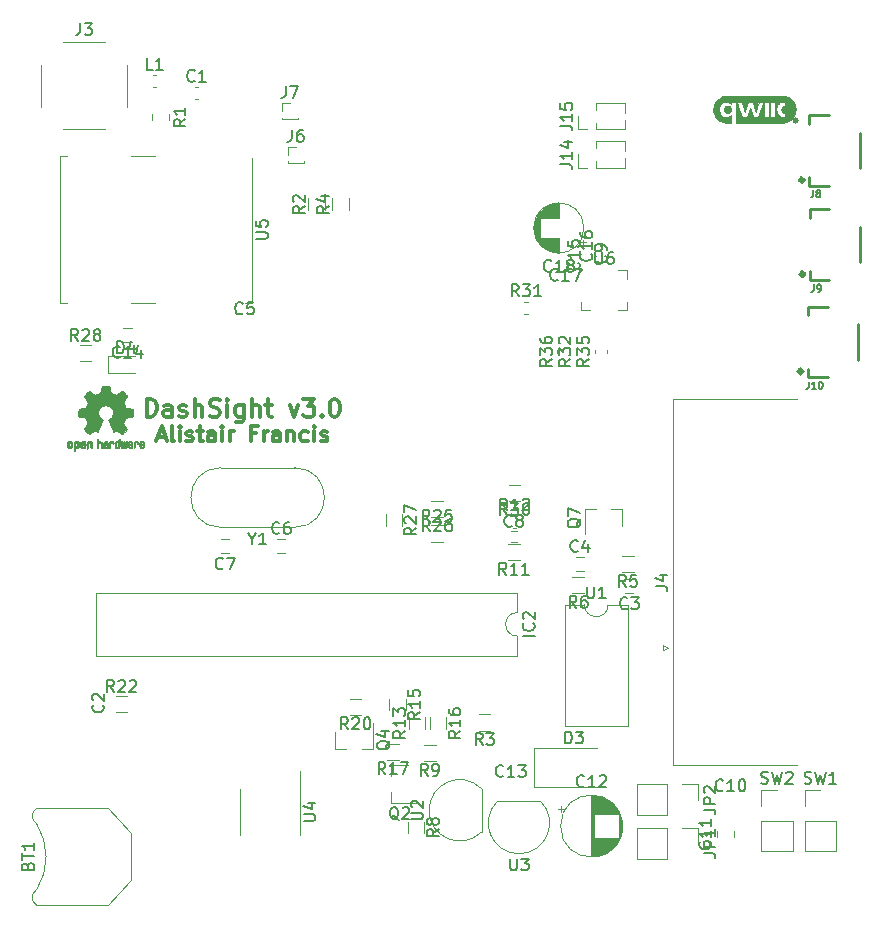
<source format=gto>
G04 #@! TF.GenerationSoftware,KiCad,Pcbnew,(5.1.5)-3*
G04 #@! TF.CreationDate,2020-04-30T00:21:43-07:00*
G04 #@! TF.ProjectId,DashSight-Mezzanine-Card,44617368-5369-4676-9874-2d4d657a7a61,rev?*
G04 #@! TF.SameCoordinates,Original*
G04 #@! TF.FileFunction,Legend,Top*
G04 #@! TF.FilePolarity,Positive*
%FSLAX46Y46*%
G04 Gerber Fmt 4.6, Leading zero omitted, Abs format (unit mm)*
G04 Created by KiCad (PCBNEW (5.1.5)-3) date 2020-04-30 00:21:43*
%MOMM*%
%LPD*%
G04 APERTURE LIST*
%ADD10C,0.300000*%
%ADD11C,0.120000*%
%ADD12C,0.010000*%
%ADD13C,0.398780*%
%ADD14C,0.254000*%
%ADD15C,0.150000*%
%ADD16C,0.127000*%
G04 APERTURE END LIST*
D10*
X139859647Y-82309466D02*
X140478695Y-82309466D01*
X139735838Y-82680895D02*
X140169171Y-81380895D01*
X140602504Y-82680895D01*
X141221552Y-82680895D02*
X141097742Y-82618990D01*
X141035838Y-82495180D01*
X141035838Y-81380895D01*
X141716790Y-82680895D02*
X141716790Y-81814228D01*
X141716790Y-81380895D02*
X141654885Y-81442800D01*
X141716790Y-81504704D01*
X141778695Y-81442800D01*
X141716790Y-81380895D01*
X141716790Y-81504704D01*
X142273933Y-82618990D02*
X142397742Y-82680895D01*
X142645361Y-82680895D01*
X142769171Y-82618990D01*
X142831076Y-82495180D01*
X142831076Y-82433276D01*
X142769171Y-82309466D01*
X142645361Y-82247561D01*
X142459647Y-82247561D01*
X142335838Y-82185657D01*
X142273933Y-82061847D01*
X142273933Y-81999942D01*
X142335838Y-81876133D01*
X142459647Y-81814228D01*
X142645361Y-81814228D01*
X142769171Y-81876133D01*
X143202504Y-81814228D02*
X143697742Y-81814228D01*
X143388219Y-81380895D02*
X143388219Y-82495180D01*
X143450123Y-82618990D01*
X143573933Y-82680895D01*
X143697742Y-82680895D01*
X144688219Y-82680895D02*
X144688219Y-81999942D01*
X144626314Y-81876133D01*
X144502504Y-81814228D01*
X144254885Y-81814228D01*
X144131076Y-81876133D01*
X144688219Y-82618990D02*
X144564409Y-82680895D01*
X144254885Y-82680895D01*
X144131076Y-82618990D01*
X144069171Y-82495180D01*
X144069171Y-82371371D01*
X144131076Y-82247561D01*
X144254885Y-82185657D01*
X144564409Y-82185657D01*
X144688219Y-82123752D01*
X145307266Y-82680895D02*
X145307266Y-81814228D01*
X145307266Y-81380895D02*
X145245361Y-81442800D01*
X145307266Y-81504704D01*
X145369171Y-81442800D01*
X145307266Y-81380895D01*
X145307266Y-81504704D01*
X145926314Y-82680895D02*
X145926314Y-81814228D01*
X145926314Y-82061847D02*
X145988219Y-81938038D01*
X146050123Y-81876133D01*
X146173933Y-81814228D01*
X146297742Y-81814228D01*
X148154885Y-81999942D02*
X147721552Y-81999942D01*
X147721552Y-82680895D02*
X147721552Y-81380895D01*
X148340600Y-81380895D01*
X148835838Y-82680895D02*
X148835838Y-81814228D01*
X148835838Y-82061847D02*
X148897742Y-81938038D01*
X148959647Y-81876133D01*
X149083457Y-81814228D01*
X149207266Y-81814228D01*
X150197742Y-82680895D02*
X150197742Y-81999942D01*
X150135838Y-81876133D01*
X150012028Y-81814228D01*
X149764409Y-81814228D01*
X149640600Y-81876133D01*
X150197742Y-82618990D02*
X150073933Y-82680895D01*
X149764409Y-82680895D01*
X149640600Y-82618990D01*
X149578695Y-82495180D01*
X149578695Y-82371371D01*
X149640600Y-82247561D01*
X149764409Y-82185657D01*
X150073933Y-82185657D01*
X150197742Y-82123752D01*
X150816790Y-81814228D02*
X150816790Y-82680895D01*
X150816790Y-81938038D02*
X150878695Y-81876133D01*
X151002504Y-81814228D01*
X151188219Y-81814228D01*
X151312028Y-81876133D01*
X151373933Y-81999942D01*
X151373933Y-82680895D01*
X152550123Y-82618990D02*
X152426314Y-82680895D01*
X152178695Y-82680895D01*
X152054885Y-82618990D01*
X151992980Y-82557085D01*
X151931076Y-82433276D01*
X151931076Y-82061847D01*
X151992980Y-81938038D01*
X152054885Y-81876133D01*
X152178695Y-81814228D01*
X152426314Y-81814228D01*
X152550123Y-81876133D01*
X153107266Y-82680895D02*
X153107266Y-81814228D01*
X153107266Y-81380895D02*
X153045361Y-81442800D01*
X153107266Y-81504704D01*
X153169171Y-81442800D01*
X153107266Y-81380895D01*
X153107266Y-81504704D01*
X153664409Y-82618990D02*
X153788219Y-82680895D01*
X154035838Y-82680895D01*
X154159647Y-82618990D01*
X154221552Y-82495180D01*
X154221552Y-82433276D01*
X154159647Y-82309466D01*
X154035838Y-82247561D01*
X153850123Y-82247561D01*
X153726314Y-82185657D01*
X153664409Y-82061847D01*
X153664409Y-81999942D01*
X153726314Y-81876133D01*
X153850123Y-81814228D01*
X154035838Y-81814228D01*
X154159647Y-81876133D01*
X138897742Y-80586971D02*
X138897742Y-79086971D01*
X139254885Y-79086971D01*
X139469171Y-79158400D01*
X139612028Y-79301257D01*
X139683457Y-79444114D01*
X139754885Y-79729828D01*
X139754885Y-79944114D01*
X139683457Y-80229828D01*
X139612028Y-80372685D01*
X139469171Y-80515542D01*
X139254885Y-80586971D01*
X138897742Y-80586971D01*
X141040600Y-80586971D02*
X141040600Y-79801257D01*
X140969171Y-79658400D01*
X140826314Y-79586971D01*
X140540600Y-79586971D01*
X140397742Y-79658400D01*
X141040600Y-80515542D02*
X140897742Y-80586971D01*
X140540600Y-80586971D01*
X140397742Y-80515542D01*
X140326314Y-80372685D01*
X140326314Y-80229828D01*
X140397742Y-80086971D01*
X140540600Y-80015542D01*
X140897742Y-80015542D01*
X141040600Y-79944114D01*
X141683457Y-80515542D02*
X141826314Y-80586971D01*
X142112028Y-80586971D01*
X142254885Y-80515542D01*
X142326314Y-80372685D01*
X142326314Y-80301257D01*
X142254885Y-80158400D01*
X142112028Y-80086971D01*
X141897742Y-80086971D01*
X141754885Y-80015542D01*
X141683457Y-79872685D01*
X141683457Y-79801257D01*
X141754885Y-79658400D01*
X141897742Y-79586971D01*
X142112028Y-79586971D01*
X142254885Y-79658400D01*
X142969171Y-80586971D02*
X142969171Y-79086971D01*
X143612028Y-80586971D02*
X143612028Y-79801257D01*
X143540600Y-79658400D01*
X143397742Y-79586971D01*
X143183457Y-79586971D01*
X143040600Y-79658400D01*
X142969171Y-79729828D01*
X144254885Y-80515542D02*
X144469171Y-80586971D01*
X144826314Y-80586971D01*
X144969171Y-80515542D01*
X145040600Y-80444114D01*
X145112028Y-80301257D01*
X145112028Y-80158400D01*
X145040600Y-80015542D01*
X144969171Y-79944114D01*
X144826314Y-79872685D01*
X144540600Y-79801257D01*
X144397742Y-79729828D01*
X144326314Y-79658400D01*
X144254885Y-79515542D01*
X144254885Y-79372685D01*
X144326314Y-79229828D01*
X144397742Y-79158400D01*
X144540600Y-79086971D01*
X144897742Y-79086971D01*
X145112028Y-79158400D01*
X145754885Y-80586971D02*
X145754885Y-79586971D01*
X145754885Y-79086971D02*
X145683457Y-79158400D01*
X145754885Y-79229828D01*
X145826314Y-79158400D01*
X145754885Y-79086971D01*
X145754885Y-79229828D01*
X147112028Y-79586971D02*
X147112028Y-80801257D01*
X147040600Y-80944114D01*
X146969171Y-81015542D01*
X146826314Y-81086971D01*
X146612028Y-81086971D01*
X146469171Y-81015542D01*
X147112028Y-80515542D02*
X146969171Y-80586971D01*
X146683457Y-80586971D01*
X146540600Y-80515542D01*
X146469171Y-80444114D01*
X146397742Y-80301257D01*
X146397742Y-79872685D01*
X146469171Y-79729828D01*
X146540600Y-79658400D01*
X146683457Y-79586971D01*
X146969171Y-79586971D01*
X147112028Y-79658400D01*
X147826314Y-80586971D02*
X147826314Y-79086971D01*
X148469171Y-80586971D02*
X148469171Y-79801257D01*
X148397742Y-79658400D01*
X148254885Y-79586971D01*
X148040600Y-79586971D01*
X147897742Y-79658400D01*
X147826314Y-79729828D01*
X148969171Y-79586971D02*
X149540600Y-79586971D01*
X149183457Y-79086971D02*
X149183457Y-80372685D01*
X149254885Y-80515542D01*
X149397742Y-80586971D01*
X149540600Y-80586971D01*
X151040600Y-79586971D02*
X151397742Y-80586971D01*
X151754885Y-79586971D01*
X152183457Y-79086971D02*
X153112028Y-79086971D01*
X152612028Y-79658400D01*
X152826314Y-79658400D01*
X152969171Y-79729828D01*
X153040600Y-79801257D01*
X153112028Y-79944114D01*
X153112028Y-80301257D01*
X153040600Y-80444114D01*
X152969171Y-80515542D01*
X152826314Y-80586971D01*
X152397742Y-80586971D01*
X152254885Y-80515542D01*
X152183457Y-80444114D01*
X153754885Y-80444114D02*
X153826314Y-80515542D01*
X153754885Y-80586971D01*
X153683457Y-80515542D01*
X153754885Y-80444114D01*
X153754885Y-80586971D01*
X154754885Y-79086971D02*
X154897742Y-79086971D01*
X155040600Y-79158400D01*
X155112028Y-79229828D01*
X155183457Y-79372685D01*
X155254885Y-79658400D01*
X155254885Y-80015542D01*
X155183457Y-80301257D01*
X155112028Y-80444114D01*
X155040600Y-80515542D01*
X154897742Y-80586971D01*
X154754885Y-80586971D01*
X154612028Y-80515542D01*
X154540600Y-80444114D01*
X154469171Y-80301257D01*
X154397742Y-80015542D01*
X154397742Y-79658400D01*
X154469171Y-79372685D01*
X154540600Y-79229828D01*
X154612028Y-79158400D01*
X154754885Y-79086971D01*
D11*
X135675000Y-76935000D02*
X137960000Y-76935000D01*
X135675000Y-75465000D02*
X135675000Y-76935000D01*
X137960000Y-75465000D02*
X135675000Y-75465000D01*
X145184000Y-84914500D02*
G75*
G03X145184000Y-89964500I0J-2525000D01*
G01*
X151434000Y-84914500D02*
G75*
G02X151434000Y-89964500I0J-2525000D01*
G01*
X151434000Y-84914500D02*
X145184000Y-84914500D01*
X151434000Y-89964500D02*
X145184000Y-89964500D01*
X151912000Y-114046000D02*
X151912000Y-110596000D01*
X151912000Y-114046000D02*
X151912000Y-115996000D01*
X146792000Y-114046000D02*
X146792000Y-112096000D01*
X146792000Y-114046000D02*
X146792000Y-115996000D01*
X167255978Y-112080522D02*
G75*
G03X162817500Y-113919000I-1838478J-1838478D01*
G01*
X167255978Y-115757478D02*
G75*
G02X162817500Y-113919000I-1838478J1838478D01*
G01*
X167267500Y-115719000D02*
X167267500Y-112119000D01*
X179624500Y-96523500D02*
X177974500Y-96523500D01*
X179624500Y-106803500D02*
X179624500Y-96523500D01*
X174324500Y-106803500D02*
X179624500Y-106803500D01*
X174324500Y-96523500D02*
X174324500Y-106803500D01*
X175974500Y-96523500D02*
X174324500Y-96523500D01*
X177974500Y-96523500D02*
G75*
G02X175974500Y-96523500I-1000000J0D01*
G01*
X185607000Y-111700000D02*
X185607000Y-113030000D01*
X184277000Y-111700000D02*
X185607000Y-111700000D01*
X183007000Y-111700000D02*
X183007000Y-114360000D01*
X183007000Y-114360000D02*
X180407000Y-114360000D01*
X183007000Y-111700000D02*
X180407000Y-111700000D01*
X180407000Y-111700000D02*
X180407000Y-114360000D01*
X185607000Y-115383000D02*
X185607000Y-116713000D01*
X184277000Y-115383000D02*
X185607000Y-115383000D01*
X183007000Y-115383000D02*
X183007000Y-118043000D01*
X183007000Y-118043000D02*
X180407000Y-118043000D01*
X183007000Y-115383000D02*
X180407000Y-115383000D01*
X180407000Y-115383000D02*
X180407000Y-118043000D01*
X131804000Y-48898000D02*
X135404000Y-48898000D01*
X131804000Y-56258000D02*
X135404000Y-56258000D01*
X137284000Y-50778000D02*
X137284000Y-54378000D01*
X129924000Y-50778000D02*
X129924000Y-54378000D01*
D12*
G36*
X135536710Y-77963548D02*
G01*
X135615254Y-77963978D01*
X135672098Y-77965142D01*
X135710905Y-77967407D01*
X135735338Y-77971140D01*
X135749062Y-77976706D01*
X135755740Y-77984473D01*
X135759036Y-77994805D01*
X135759356Y-77996143D01*
X135764362Y-78020279D01*
X135773629Y-78067901D01*
X135786192Y-78133941D01*
X135801087Y-78213328D01*
X135817351Y-78300996D01*
X135817919Y-78304075D01*
X135834210Y-78389989D01*
X135849452Y-78465896D01*
X135862661Y-78527245D01*
X135872854Y-78569482D01*
X135879048Y-78588055D01*
X135879343Y-78588384D01*
X135897588Y-78597453D01*
X135935205Y-78612567D01*
X135984071Y-78630462D01*
X135984343Y-78630558D01*
X136045893Y-78653693D01*
X136118457Y-78683165D01*
X136186857Y-78712797D01*
X136190094Y-78714262D01*
X136301502Y-78764826D01*
X136548199Y-78596360D01*
X136623877Y-78545003D01*
X136692431Y-78499089D01*
X136749888Y-78461230D01*
X136792276Y-78434037D01*
X136815625Y-78420121D01*
X136817842Y-78419089D01*
X136834810Y-78423684D01*
X136866501Y-78445855D01*
X136914152Y-78486647D01*
X136978998Y-78547105D01*
X137045197Y-78611427D01*
X137109014Y-78674812D01*
X137166129Y-78732651D01*
X137213105Y-78781375D01*
X137246503Y-78817410D01*
X137262885Y-78837184D01*
X137263494Y-78838202D01*
X137265305Y-78851772D01*
X137258483Y-78873933D01*
X137241340Y-78907678D01*
X137212193Y-78956000D01*
X137169355Y-79021892D01*
X137112248Y-79106717D01*
X137061566Y-79181377D01*
X137016261Y-79248340D01*
X136978950Y-79303716D01*
X136952252Y-79343620D01*
X136938785Y-79364162D01*
X136937937Y-79365556D01*
X136939581Y-79385238D01*
X136952045Y-79423493D01*
X136972848Y-79473089D01*
X136980262Y-79488928D01*
X137012614Y-79559490D01*
X137047128Y-79639553D01*
X137075165Y-79708829D01*
X137095368Y-79760245D01*
X137111415Y-79799319D01*
X137120688Y-79819741D01*
X137121841Y-79821314D01*
X137138896Y-79823921D01*
X137179098Y-79831063D01*
X137237102Y-79841723D01*
X137307563Y-79854885D01*
X137385135Y-79869533D01*
X137464472Y-79884649D01*
X137540231Y-79899218D01*
X137607064Y-79912222D01*
X137659628Y-79922645D01*
X137692576Y-79929470D01*
X137700657Y-79931399D01*
X137709005Y-79936162D01*
X137715306Y-79946918D01*
X137719845Y-79967298D01*
X137722904Y-80000934D01*
X137724767Y-80051455D01*
X137725718Y-80122492D01*
X137726040Y-80217676D01*
X137726057Y-80256692D01*
X137726057Y-80573999D01*
X137649857Y-80589039D01*
X137607463Y-80597195D01*
X137544200Y-80609099D01*
X137467762Y-80623316D01*
X137385843Y-80638410D01*
X137363200Y-80642555D01*
X137287606Y-80657253D01*
X137221753Y-80671705D01*
X137171166Y-80684575D01*
X137141374Y-80694522D01*
X137136412Y-80697487D01*
X137124226Y-80718483D01*
X137106753Y-80759167D01*
X137087377Y-80811522D01*
X137083534Y-80822800D01*
X137058139Y-80892723D01*
X137026617Y-80971618D01*
X136995769Y-81042466D01*
X136995617Y-81042795D01*
X136944247Y-81153933D01*
X137113199Y-81402453D01*
X137282152Y-81650972D01*
X137065229Y-81868258D01*
X136999619Y-81932926D01*
X136939779Y-81989933D01*
X136889067Y-82036233D01*
X136850846Y-82068784D01*
X136828475Y-82084543D01*
X136825266Y-82085543D01*
X136806426Y-82077669D01*
X136767980Y-82055778D01*
X136714130Y-82022467D01*
X136649076Y-81980331D01*
X136578740Y-81933143D01*
X136507355Y-81885010D01*
X136443708Y-81843128D01*
X136391841Y-81810071D01*
X136355795Y-81788418D01*
X136339667Y-81780743D01*
X136319989Y-81787237D01*
X136282675Y-81804350D01*
X136235421Y-81828526D01*
X136230412Y-81831213D01*
X136166777Y-81863127D01*
X136123141Y-81878779D01*
X136096002Y-81878945D01*
X136081857Y-81864404D01*
X136081775Y-81864200D01*
X136074705Y-81846979D01*
X136057842Y-81806099D01*
X136032495Y-81744725D01*
X135999971Y-81666019D01*
X135961578Y-81573147D01*
X135918622Y-81469272D01*
X135877022Y-81368702D01*
X135831304Y-81257716D01*
X135789326Y-81154903D01*
X135752348Y-81063415D01*
X135721627Y-80986401D01*
X135698422Y-80927015D01*
X135683990Y-80888409D01*
X135679543Y-80874000D01*
X135690696Y-80857472D01*
X135719869Y-80831130D01*
X135758771Y-80802087D01*
X135869557Y-80710239D01*
X135956151Y-80604959D01*
X136017516Y-80488466D01*
X136052615Y-80362976D01*
X136060408Y-80230707D01*
X136054743Y-80169657D01*
X136023878Y-80042995D01*
X135970720Y-79931141D01*
X135898567Y-79835201D01*
X135810717Y-79756276D01*
X135710465Y-79695470D01*
X135601110Y-79653887D01*
X135485947Y-79632628D01*
X135368275Y-79632799D01*
X135251390Y-79655501D01*
X135138589Y-79701838D01*
X135033169Y-79772913D01*
X134989168Y-79813111D01*
X134904779Y-79916329D01*
X134846022Y-80029125D01*
X134812504Y-80148210D01*
X134803835Y-80270295D01*
X134819623Y-80392093D01*
X134859478Y-80510316D01*
X134923007Y-80621675D01*
X135009821Y-80722884D01*
X135106829Y-80802087D01*
X135147237Y-80832362D01*
X135175782Y-80858419D01*
X135186057Y-80874025D01*
X135180677Y-80891043D01*
X135165375Y-80931700D01*
X135141412Y-80992842D01*
X135110044Y-81071319D01*
X135072532Y-81163980D01*
X135030133Y-81267672D01*
X134988463Y-81368726D01*
X134942490Y-81479807D01*
X134899907Y-81582741D01*
X134862021Y-81674365D01*
X134830140Y-81751516D01*
X134805571Y-81811031D01*
X134789620Y-81849744D01*
X134783710Y-81864200D01*
X134769748Y-81878885D01*
X134742740Y-81878842D01*
X134699213Y-81863299D01*
X134635690Y-81831484D01*
X134635188Y-81831213D01*
X134587360Y-81806523D01*
X134548697Y-81788538D01*
X134526895Y-81780814D01*
X134525933Y-81780743D01*
X134509521Y-81788578D01*
X134473287Y-81810365D01*
X134421274Y-81843528D01*
X134357525Y-81885491D01*
X134286860Y-81933143D01*
X134214916Y-81981391D01*
X134150074Y-82023351D01*
X134096535Y-82056427D01*
X134058497Y-82078021D01*
X134040333Y-82085543D01*
X134023608Y-82075657D01*
X133989980Y-82048026D01*
X133942810Y-82005695D01*
X133885458Y-81951705D01*
X133821284Y-81889099D01*
X133800297Y-81868183D01*
X133583299Y-81650823D01*
X133748468Y-81408420D01*
X133798664Y-81333981D01*
X133842719Y-81267172D01*
X133878162Y-81211865D01*
X133902519Y-81171929D01*
X133913322Y-81151236D01*
X133913638Y-81149763D01*
X133907943Y-81130258D01*
X133892626Y-81091022D01*
X133870337Y-81038630D01*
X133854693Y-81003555D01*
X133825441Y-80936401D01*
X133797894Y-80868558D01*
X133776537Y-80811234D01*
X133770735Y-80793772D01*
X133754252Y-80747138D01*
X133738140Y-80711105D01*
X133729290Y-80697487D01*
X133709760Y-80689152D01*
X133667134Y-80677337D01*
X133606945Y-80663381D01*
X133534722Y-80648622D01*
X133502400Y-80642555D01*
X133420322Y-80627473D01*
X133341595Y-80612869D01*
X133273909Y-80600180D01*
X133224960Y-80590842D01*
X133215743Y-80589039D01*
X133139543Y-80573999D01*
X133139543Y-80256692D01*
X133139714Y-80152354D01*
X133140416Y-80073413D01*
X133141934Y-80016238D01*
X133144549Y-79977199D01*
X133148546Y-79952665D01*
X133154209Y-79939005D01*
X133161820Y-79932589D01*
X133164943Y-79931399D01*
X133183778Y-79927180D01*
X133225388Y-79918762D01*
X133284430Y-79907161D01*
X133355557Y-79893395D01*
X133433425Y-79878480D01*
X133512687Y-79863432D01*
X133587998Y-79849269D01*
X133654013Y-79837006D01*
X133705387Y-79827661D01*
X133736775Y-79822250D01*
X133743759Y-79821314D01*
X133750085Y-79808796D01*
X133764090Y-79775446D01*
X133783155Y-79727577D01*
X133790434Y-79708829D01*
X133819796Y-79636395D01*
X133854371Y-79556370D01*
X133885337Y-79488928D01*
X133908123Y-79437359D01*
X133923282Y-79394985D01*
X133928342Y-79369034D01*
X133927536Y-79365556D01*
X133916841Y-79349136D01*
X133892420Y-79312617D01*
X133856895Y-79259887D01*
X133812887Y-79194835D01*
X133763017Y-79121351D01*
X133753156Y-79106845D01*
X133695292Y-79020904D01*
X133652756Y-78955461D01*
X133623854Y-78907504D01*
X133606890Y-78874020D01*
X133600167Y-78851995D01*
X133601990Y-78838417D01*
X133602036Y-78838331D01*
X133616386Y-78820497D01*
X133648123Y-78786017D01*
X133693810Y-78738468D01*
X133750004Y-78681422D01*
X133813268Y-78618455D01*
X133820402Y-78611427D01*
X133900130Y-78534220D01*
X133961657Y-78477530D01*
X134006221Y-78440310D01*
X134035057Y-78421515D01*
X134047758Y-78419089D01*
X134066294Y-78429671D01*
X134104761Y-78454116D01*
X134159186Y-78489812D01*
X134225598Y-78534147D01*
X134300025Y-78584511D01*
X134317401Y-78596360D01*
X134564097Y-78764826D01*
X134675506Y-78714262D01*
X134743257Y-78684795D01*
X134815983Y-78655159D01*
X134878503Y-78631530D01*
X134881257Y-78630558D01*
X134930160Y-78612657D01*
X134967857Y-78597520D01*
X134986225Y-78588410D01*
X134986256Y-78588384D01*
X134992085Y-78571917D01*
X135001992Y-78531419D01*
X135014995Y-78471442D01*
X135030109Y-78396540D01*
X135046352Y-78311264D01*
X135047681Y-78304075D01*
X135063975Y-78216214D01*
X135078933Y-78136460D01*
X135091591Y-78069881D01*
X135100986Y-78021547D01*
X135106154Y-77996525D01*
X135106244Y-77996143D01*
X135109389Y-77985499D01*
X135115504Y-77977462D01*
X135128253Y-77971667D01*
X135151300Y-77967747D01*
X135188309Y-77965335D01*
X135242944Y-77964065D01*
X135318867Y-77963571D01*
X135419744Y-77963486D01*
X135432800Y-77963486D01*
X135536710Y-77963548D01*
G37*
X135536710Y-77963548D02*
X135615254Y-77963978D01*
X135672098Y-77965142D01*
X135710905Y-77967407D01*
X135735338Y-77971140D01*
X135749062Y-77976706D01*
X135755740Y-77984473D01*
X135759036Y-77994805D01*
X135759356Y-77996143D01*
X135764362Y-78020279D01*
X135773629Y-78067901D01*
X135786192Y-78133941D01*
X135801087Y-78213328D01*
X135817351Y-78300996D01*
X135817919Y-78304075D01*
X135834210Y-78389989D01*
X135849452Y-78465896D01*
X135862661Y-78527245D01*
X135872854Y-78569482D01*
X135879048Y-78588055D01*
X135879343Y-78588384D01*
X135897588Y-78597453D01*
X135935205Y-78612567D01*
X135984071Y-78630462D01*
X135984343Y-78630558D01*
X136045893Y-78653693D01*
X136118457Y-78683165D01*
X136186857Y-78712797D01*
X136190094Y-78714262D01*
X136301502Y-78764826D01*
X136548199Y-78596360D01*
X136623877Y-78545003D01*
X136692431Y-78499089D01*
X136749888Y-78461230D01*
X136792276Y-78434037D01*
X136815625Y-78420121D01*
X136817842Y-78419089D01*
X136834810Y-78423684D01*
X136866501Y-78445855D01*
X136914152Y-78486647D01*
X136978998Y-78547105D01*
X137045197Y-78611427D01*
X137109014Y-78674812D01*
X137166129Y-78732651D01*
X137213105Y-78781375D01*
X137246503Y-78817410D01*
X137262885Y-78837184D01*
X137263494Y-78838202D01*
X137265305Y-78851772D01*
X137258483Y-78873933D01*
X137241340Y-78907678D01*
X137212193Y-78956000D01*
X137169355Y-79021892D01*
X137112248Y-79106717D01*
X137061566Y-79181377D01*
X137016261Y-79248340D01*
X136978950Y-79303716D01*
X136952252Y-79343620D01*
X136938785Y-79364162D01*
X136937937Y-79365556D01*
X136939581Y-79385238D01*
X136952045Y-79423493D01*
X136972848Y-79473089D01*
X136980262Y-79488928D01*
X137012614Y-79559490D01*
X137047128Y-79639553D01*
X137075165Y-79708829D01*
X137095368Y-79760245D01*
X137111415Y-79799319D01*
X137120688Y-79819741D01*
X137121841Y-79821314D01*
X137138896Y-79823921D01*
X137179098Y-79831063D01*
X137237102Y-79841723D01*
X137307563Y-79854885D01*
X137385135Y-79869533D01*
X137464472Y-79884649D01*
X137540231Y-79899218D01*
X137607064Y-79912222D01*
X137659628Y-79922645D01*
X137692576Y-79929470D01*
X137700657Y-79931399D01*
X137709005Y-79936162D01*
X137715306Y-79946918D01*
X137719845Y-79967298D01*
X137722904Y-80000934D01*
X137724767Y-80051455D01*
X137725718Y-80122492D01*
X137726040Y-80217676D01*
X137726057Y-80256692D01*
X137726057Y-80573999D01*
X137649857Y-80589039D01*
X137607463Y-80597195D01*
X137544200Y-80609099D01*
X137467762Y-80623316D01*
X137385843Y-80638410D01*
X137363200Y-80642555D01*
X137287606Y-80657253D01*
X137221753Y-80671705D01*
X137171166Y-80684575D01*
X137141374Y-80694522D01*
X137136412Y-80697487D01*
X137124226Y-80718483D01*
X137106753Y-80759167D01*
X137087377Y-80811522D01*
X137083534Y-80822800D01*
X137058139Y-80892723D01*
X137026617Y-80971618D01*
X136995769Y-81042466D01*
X136995617Y-81042795D01*
X136944247Y-81153933D01*
X137113199Y-81402453D01*
X137282152Y-81650972D01*
X137065229Y-81868258D01*
X136999619Y-81932926D01*
X136939779Y-81989933D01*
X136889067Y-82036233D01*
X136850846Y-82068784D01*
X136828475Y-82084543D01*
X136825266Y-82085543D01*
X136806426Y-82077669D01*
X136767980Y-82055778D01*
X136714130Y-82022467D01*
X136649076Y-81980331D01*
X136578740Y-81933143D01*
X136507355Y-81885010D01*
X136443708Y-81843128D01*
X136391841Y-81810071D01*
X136355795Y-81788418D01*
X136339667Y-81780743D01*
X136319989Y-81787237D01*
X136282675Y-81804350D01*
X136235421Y-81828526D01*
X136230412Y-81831213D01*
X136166777Y-81863127D01*
X136123141Y-81878779D01*
X136096002Y-81878945D01*
X136081857Y-81864404D01*
X136081775Y-81864200D01*
X136074705Y-81846979D01*
X136057842Y-81806099D01*
X136032495Y-81744725D01*
X135999971Y-81666019D01*
X135961578Y-81573147D01*
X135918622Y-81469272D01*
X135877022Y-81368702D01*
X135831304Y-81257716D01*
X135789326Y-81154903D01*
X135752348Y-81063415D01*
X135721627Y-80986401D01*
X135698422Y-80927015D01*
X135683990Y-80888409D01*
X135679543Y-80874000D01*
X135690696Y-80857472D01*
X135719869Y-80831130D01*
X135758771Y-80802087D01*
X135869557Y-80710239D01*
X135956151Y-80604959D01*
X136017516Y-80488466D01*
X136052615Y-80362976D01*
X136060408Y-80230707D01*
X136054743Y-80169657D01*
X136023878Y-80042995D01*
X135970720Y-79931141D01*
X135898567Y-79835201D01*
X135810717Y-79756276D01*
X135710465Y-79695470D01*
X135601110Y-79653887D01*
X135485947Y-79632628D01*
X135368275Y-79632799D01*
X135251390Y-79655501D01*
X135138589Y-79701838D01*
X135033169Y-79772913D01*
X134989168Y-79813111D01*
X134904779Y-79916329D01*
X134846022Y-80029125D01*
X134812504Y-80148210D01*
X134803835Y-80270295D01*
X134819623Y-80392093D01*
X134859478Y-80510316D01*
X134923007Y-80621675D01*
X135009821Y-80722884D01*
X135106829Y-80802087D01*
X135147237Y-80832362D01*
X135175782Y-80858419D01*
X135186057Y-80874025D01*
X135180677Y-80891043D01*
X135165375Y-80931700D01*
X135141412Y-80992842D01*
X135110044Y-81071319D01*
X135072532Y-81163980D01*
X135030133Y-81267672D01*
X134988463Y-81368726D01*
X134942490Y-81479807D01*
X134899907Y-81582741D01*
X134862021Y-81674365D01*
X134830140Y-81751516D01*
X134805571Y-81811031D01*
X134789620Y-81849744D01*
X134783710Y-81864200D01*
X134769748Y-81878885D01*
X134742740Y-81878842D01*
X134699213Y-81863299D01*
X134635690Y-81831484D01*
X134635188Y-81831213D01*
X134587360Y-81806523D01*
X134548697Y-81788538D01*
X134526895Y-81780814D01*
X134525933Y-81780743D01*
X134509521Y-81788578D01*
X134473287Y-81810365D01*
X134421274Y-81843528D01*
X134357525Y-81885491D01*
X134286860Y-81933143D01*
X134214916Y-81981391D01*
X134150074Y-82023351D01*
X134096535Y-82056427D01*
X134058497Y-82078021D01*
X134040333Y-82085543D01*
X134023608Y-82075657D01*
X133989980Y-82048026D01*
X133942810Y-82005695D01*
X133885458Y-81951705D01*
X133821284Y-81889099D01*
X133800297Y-81868183D01*
X133583299Y-81650823D01*
X133748468Y-81408420D01*
X133798664Y-81333981D01*
X133842719Y-81267172D01*
X133878162Y-81211865D01*
X133902519Y-81171929D01*
X133913322Y-81151236D01*
X133913638Y-81149763D01*
X133907943Y-81130258D01*
X133892626Y-81091022D01*
X133870337Y-81038630D01*
X133854693Y-81003555D01*
X133825441Y-80936401D01*
X133797894Y-80868558D01*
X133776537Y-80811234D01*
X133770735Y-80793772D01*
X133754252Y-80747138D01*
X133738140Y-80711105D01*
X133729290Y-80697487D01*
X133709760Y-80689152D01*
X133667134Y-80677337D01*
X133606945Y-80663381D01*
X133534722Y-80648622D01*
X133502400Y-80642555D01*
X133420322Y-80627473D01*
X133341595Y-80612869D01*
X133273909Y-80600180D01*
X133224960Y-80590842D01*
X133215743Y-80589039D01*
X133139543Y-80573999D01*
X133139543Y-80256692D01*
X133139714Y-80152354D01*
X133140416Y-80073413D01*
X133141934Y-80016238D01*
X133144549Y-79977199D01*
X133148546Y-79952665D01*
X133154209Y-79939005D01*
X133161820Y-79932589D01*
X133164943Y-79931399D01*
X133183778Y-79927180D01*
X133225388Y-79918762D01*
X133284430Y-79907161D01*
X133355557Y-79893395D01*
X133433425Y-79878480D01*
X133512687Y-79863432D01*
X133587998Y-79849269D01*
X133654013Y-79837006D01*
X133705387Y-79827661D01*
X133736775Y-79822250D01*
X133743759Y-79821314D01*
X133750085Y-79808796D01*
X133764090Y-79775446D01*
X133783155Y-79727577D01*
X133790434Y-79708829D01*
X133819796Y-79636395D01*
X133854371Y-79556370D01*
X133885337Y-79488928D01*
X133908123Y-79437359D01*
X133923282Y-79394985D01*
X133928342Y-79369034D01*
X133927536Y-79365556D01*
X133916841Y-79349136D01*
X133892420Y-79312617D01*
X133856895Y-79259887D01*
X133812887Y-79194835D01*
X133763017Y-79121351D01*
X133753156Y-79106845D01*
X133695292Y-79020904D01*
X133652756Y-78955461D01*
X133623854Y-78907504D01*
X133606890Y-78874020D01*
X133600167Y-78851995D01*
X133601990Y-78838417D01*
X133602036Y-78838331D01*
X133616386Y-78820497D01*
X133648123Y-78786017D01*
X133693810Y-78738468D01*
X133750004Y-78681422D01*
X133813268Y-78618455D01*
X133820402Y-78611427D01*
X133900130Y-78534220D01*
X133961657Y-78477530D01*
X134006221Y-78440310D01*
X134035057Y-78421515D01*
X134047758Y-78419089D01*
X134066294Y-78429671D01*
X134104761Y-78454116D01*
X134159186Y-78489812D01*
X134225598Y-78534147D01*
X134300025Y-78584511D01*
X134317401Y-78596360D01*
X134564097Y-78764826D01*
X134675506Y-78714262D01*
X134743257Y-78684795D01*
X134815983Y-78655159D01*
X134878503Y-78631530D01*
X134881257Y-78630558D01*
X134930160Y-78612657D01*
X134967857Y-78597520D01*
X134986225Y-78588410D01*
X134986256Y-78588384D01*
X134992085Y-78571917D01*
X135001992Y-78531419D01*
X135014995Y-78471442D01*
X135030109Y-78396540D01*
X135046352Y-78311264D01*
X135047681Y-78304075D01*
X135063975Y-78216214D01*
X135078933Y-78136460D01*
X135091591Y-78069881D01*
X135100986Y-78021547D01*
X135106154Y-77996525D01*
X135106244Y-77996143D01*
X135109389Y-77985499D01*
X135115504Y-77977462D01*
X135128253Y-77971667D01*
X135151300Y-77967747D01*
X135188309Y-77965335D01*
X135242944Y-77964065D01*
X135318867Y-77963571D01*
X135419744Y-77963486D01*
X135432800Y-77963486D01*
X135536710Y-77963548D01*
G36*
X138586395Y-82688166D02*
G01*
X138643821Y-82725697D01*
X138671519Y-82759296D01*
X138693462Y-82820264D01*
X138695205Y-82868508D01*
X138691257Y-82933016D01*
X138542486Y-82998134D01*
X138470149Y-83031402D01*
X138422884Y-83058164D01*
X138398307Y-83081344D01*
X138394037Y-83103867D01*
X138407689Y-83128655D01*
X138422743Y-83145086D01*
X138466546Y-83171435D01*
X138514189Y-83173281D01*
X138557945Y-83152746D01*
X138590089Y-83111952D01*
X138595838Y-83097547D01*
X138623376Y-83052556D01*
X138655058Y-83033382D01*
X138698514Y-83016979D01*
X138698514Y-83079166D01*
X138694672Y-83121483D01*
X138679623Y-83157169D01*
X138648080Y-83198143D01*
X138643392Y-83203467D01*
X138608306Y-83239920D01*
X138578147Y-83259483D01*
X138540415Y-83268483D01*
X138509135Y-83271430D01*
X138453185Y-83272165D01*
X138413355Y-83262860D01*
X138388508Y-83249046D01*
X138349456Y-83218667D01*
X138322425Y-83185813D01*
X138305317Y-83144494D01*
X138296038Y-83088721D01*
X138292493Y-83012505D01*
X138292210Y-82973822D01*
X138293172Y-82927447D01*
X138380807Y-82927447D01*
X138381823Y-82952326D01*
X138384356Y-82956400D01*
X138401074Y-82950865D01*
X138437049Y-82936217D01*
X138485131Y-82915390D01*
X138495186Y-82910914D01*
X138555952Y-82880014D01*
X138589432Y-82852857D01*
X138596790Y-82827420D01*
X138579191Y-82801681D01*
X138564656Y-82790309D01*
X138512210Y-82767564D01*
X138463122Y-82771322D01*
X138422027Y-82799084D01*
X138393558Y-82848352D01*
X138384431Y-82887457D01*
X138380807Y-82927447D01*
X138293172Y-82927447D01*
X138294085Y-82883449D01*
X138300996Y-82816584D01*
X138314684Y-82767895D01*
X138336896Y-82732049D01*
X138369374Y-82703713D01*
X138383533Y-82694555D01*
X138447853Y-82670707D01*
X138518273Y-82669206D01*
X138586395Y-82688166D01*
G37*
X138586395Y-82688166D02*
X138643821Y-82725697D01*
X138671519Y-82759296D01*
X138693462Y-82820264D01*
X138695205Y-82868508D01*
X138691257Y-82933016D01*
X138542486Y-82998134D01*
X138470149Y-83031402D01*
X138422884Y-83058164D01*
X138398307Y-83081344D01*
X138394037Y-83103867D01*
X138407689Y-83128655D01*
X138422743Y-83145086D01*
X138466546Y-83171435D01*
X138514189Y-83173281D01*
X138557945Y-83152746D01*
X138590089Y-83111952D01*
X138595838Y-83097547D01*
X138623376Y-83052556D01*
X138655058Y-83033382D01*
X138698514Y-83016979D01*
X138698514Y-83079166D01*
X138694672Y-83121483D01*
X138679623Y-83157169D01*
X138648080Y-83198143D01*
X138643392Y-83203467D01*
X138608306Y-83239920D01*
X138578147Y-83259483D01*
X138540415Y-83268483D01*
X138509135Y-83271430D01*
X138453185Y-83272165D01*
X138413355Y-83262860D01*
X138388508Y-83249046D01*
X138349456Y-83218667D01*
X138322425Y-83185813D01*
X138305317Y-83144494D01*
X138296038Y-83088721D01*
X138292493Y-83012505D01*
X138292210Y-82973822D01*
X138293172Y-82927447D01*
X138380807Y-82927447D01*
X138381823Y-82952326D01*
X138384356Y-82956400D01*
X138401074Y-82950865D01*
X138437049Y-82936217D01*
X138485131Y-82915390D01*
X138495186Y-82910914D01*
X138555952Y-82880014D01*
X138589432Y-82852857D01*
X138596790Y-82827420D01*
X138579191Y-82801681D01*
X138564656Y-82790309D01*
X138512210Y-82767564D01*
X138463122Y-82771322D01*
X138422027Y-82799084D01*
X138393558Y-82848352D01*
X138384431Y-82887457D01*
X138380807Y-82927447D01*
X138293172Y-82927447D01*
X138294085Y-82883449D01*
X138300996Y-82816584D01*
X138314684Y-82767895D01*
X138336896Y-82732049D01*
X138369374Y-82703713D01*
X138383533Y-82694555D01*
X138447853Y-82670707D01*
X138518273Y-82669206D01*
X138586395Y-82688166D01*
G36*
X138085400Y-82679952D02*
G01*
X138102748Y-82687534D01*
X138144156Y-82720328D01*
X138179565Y-82767747D01*
X138201464Y-82818351D01*
X138205029Y-82843298D01*
X138193079Y-82878127D01*
X138166867Y-82896557D01*
X138138764Y-82907716D01*
X138125895Y-82909772D01*
X138119629Y-82894849D01*
X138107256Y-82862375D01*
X138101828Y-82847702D01*
X138071390Y-82796944D01*
X138027320Y-82771627D01*
X137970810Y-82772406D01*
X137966625Y-82773403D01*
X137936455Y-82787707D01*
X137914276Y-82815593D01*
X137899127Y-82860487D01*
X137890050Y-82925815D01*
X137886086Y-83015004D01*
X137885714Y-83062461D01*
X137885530Y-83137271D01*
X137884322Y-83188269D01*
X137881109Y-83220671D01*
X137874909Y-83239695D01*
X137864740Y-83250556D01*
X137849619Y-83258472D01*
X137848746Y-83258870D01*
X137819628Y-83271181D01*
X137805203Y-83275714D01*
X137802986Y-83262009D01*
X137801089Y-83224125D01*
X137799647Y-83166915D01*
X137798798Y-83095227D01*
X137798629Y-83042765D01*
X137799492Y-82941247D01*
X137802870Y-82864232D01*
X137809942Y-82807223D01*
X137821888Y-82765726D01*
X137839890Y-82735243D01*
X137865127Y-82711280D01*
X137890047Y-82694555D01*
X137949971Y-82672297D01*
X138019711Y-82667276D01*
X138085400Y-82679952D01*
G37*
X138085400Y-82679952D02*
X138102748Y-82687534D01*
X138144156Y-82720328D01*
X138179565Y-82767747D01*
X138201464Y-82818351D01*
X138205029Y-82843298D01*
X138193079Y-82878127D01*
X138166867Y-82896557D01*
X138138764Y-82907716D01*
X138125895Y-82909772D01*
X138119629Y-82894849D01*
X138107256Y-82862375D01*
X138101828Y-82847702D01*
X138071390Y-82796944D01*
X138027320Y-82771627D01*
X137970810Y-82772406D01*
X137966625Y-82773403D01*
X137936455Y-82787707D01*
X137914276Y-82815593D01*
X137899127Y-82860487D01*
X137890050Y-82925815D01*
X137886086Y-83015004D01*
X137885714Y-83062461D01*
X137885530Y-83137271D01*
X137884322Y-83188269D01*
X137881109Y-83220671D01*
X137874909Y-83239695D01*
X137864740Y-83250556D01*
X137849619Y-83258472D01*
X137848746Y-83258870D01*
X137819628Y-83271181D01*
X137805203Y-83275714D01*
X137802986Y-83262009D01*
X137801089Y-83224125D01*
X137799647Y-83166915D01*
X137798798Y-83095227D01*
X137798629Y-83042765D01*
X137799492Y-82941247D01*
X137802870Y-82864232D01*
X137809942Y-82807223D01*
X137821888Y-82765726D01*
X137839890Y-82735243D01*
X137865127Y-82711280D01*
X137890047Y-82694555D01*
X137949971Y-82672297D01*
X138019711Y-82667276D01*
X138085400Y-82679952D01*
G36*
X137577676Y-82677535D02*
G01*
X137619467Y-82696544D01*
X137652269Y-82719578D01*
X137676303Y-82745333D01*
X137692897Y-82778558D01*
X137703377Y-82824000D01*
X137709071Y-82886407D01*
X137711307Y-82970527D01*
X137711543Y-83025921D01*
X137711543Y-83242026D01*
X137674574Y-83258870D01*
X137645456Y-83271181D01*
X137631031Y-83275714D01*
X137628272Y-83262225D01*
X137626082Y-83225853D01*
X137624742Y-83172742D01*
X137624457Y-83130572D01*
X137623234Y-83069647D01*
X137619936Y-83021315D01*
X137615121Y-82991718D01*
X137611296Y-82985429D01*
X137585583Y-82991852D01*
X137545218Y-83008325D01*
X137498479Y-83030658D01*
X137453645Y-83054657D01*
X137418993Y-83076130D01*
X137402802Y-83090885D01*
X137402738Y-83091045D01*
X137404130Y-83118352D01*
X137416618Y-83144419D01*
X137438543Y-83165592D01*
X137470543Y-83172674D01*
X137497892Y-83171849D01*
X137536626Y-83171242D01*
X137556958Y-83180316D01*
X137569169Y-83204292D01*
X137570709Y-83208813D01*
X137576003Y-83243006D01*
X137561847Y-83263768D01*
X137524948Y-83273662D01*
X137485089Y-83275492D01*
X137413362Y-83261927D01*
X137376232Y-83242555D01*
X137330376Y-83197045D01*
X137306056Y-83141183D01*
X137303873Y-83082157D01*
X137324429Y-83027153D01*
X137355349Y-82992686D01*
X137386220Y-82973389D01*
X137434742Y-82948959D01*
X137491285Y-82924185D01*
X137500710Y-82920399D01*
X137562819Y-82892991D01*
X137598622Y-82868834D01*
X137610137Y-82844819D01*
X137599380Y-82817835D01*
X137580914Y-82796743D01*
X137537269Y-82770772D01*
X137489246Y-82768824D01*
X137445206Y-82788837D01*
X137413509Y-82828751D01*
X137409349Y-82839048D01*
X137385127Y-82876924D01*
X137349765Y-82905042D01*
X137305143Y-82928117D01*
X137305143Y-82862685D01*
X137307769Y-82822706D01*
X137319030Y-82791197D01*
X137343999Y-82757578D01*
X137367969Y-82731684D01*
X137405241Y-82695017D01*
X137434201Y-82675321D01*
X137465305Y-82667420D01*
X137500513Y-82666114D01*
X137577676Y-82677535D01*
G37*
X137577676Y-82677535D02*
X137619467Y-82696544D01*
X137652269Y-82719578D01*
X137676303Y-82745333D01*
X137692897Y-82778558D01*
X137703377Y-82824000D01*
X137709071Y-82886407D01*
X137711307Y-82970527D01*
X137711543Y-83025921D01*
X137711543Y-83242026D01*
X137674574Y-83258870D01*
X137645456Y-83271181D01*
X137631031Y-83275714D01*
X137628272Y-83262225D01*
X137626082Y-83225853D01*
X137624742Y-83172742D01*
X137624457Y-83130572D01*
X137623234Y-83069647D01*
X137619936Y-83021315D01*
X137615121Y-82991718D01*
X137611296Y-82985429D01*
X137585583Y-82991852D01*
X137545218Y-83008325D01*
X137498479Y-83030658D01*
X137453645Y-83054657D01*
X137418993Y-83076130D01*
X137402802Y-83090885D01*
X137402738Y-83091045D01*
X137404130Y-83118352D01*
X137416618Y-83144419D01*
X137438543Y-83165592D01*
X137470543Y-83172674D01*
X137497892Y-83171849D01*
X137536626Y-83171242D01*
X137556958Y-83180316D01*
X137569169Y-83204292D01*
X137570709Y-83208813D01*
X137576003Y-83243006D01*
X137561847Y-83263768D01*
X137524948Y-83273662D01*
X137485089Y-83275492D01*
X137413362Y-83261927D01*
X137376232Y-83242555D01*
X137330376Y-83197045D01*
X137306056Y-83141183D01*
X137303873Y-83082157D01*
X137324429Y-83027153D01*
X137355349Y-82992686D01*
X137386220Y-82973389D01*
X137434742Y-82948959D01*
X137491285Y-82924185D01*
X137500710Y-82920399D01*
X137562819Y-82892991D01*
X137598622Y-82868834D01*
X137610137Y-82844819D01*
X137599380Y-82817835D01*
X137580914Y-82796743D01*
X137537269Y-82770772D01*
X137489246Y-82768824D01*
X137445206Y-82788837D01*
X137413509Y-82828751D01*
X137409349Y-82839048D01*
X137385127Y-82876924D01*
X137349765Y-82905042D01*
X137305143Y-82928117D01*
X137305143Y-82862685D01*
X137307769Y-82822706D01*
X137319030Y-82791197D01*
X137343999Y-82757578D01*
X137367969Y-82731684D01*
X137405241Y-82695017D01*
X137434201Y-82675321D01*
X137465305Y-82667420D01*
X137500513Y-82666114D01*
X137577676Y-82677535D01*
G36*
X137212633Y-82679863D02*
G01*
X137214848Y-82718050D01*
X137216584Y-82776086D01*
X137217699Y-82849380D01*
X137218057Y-82926255D01*
X137218057Y-83186396D01*
X137172126Y-83232327D01*
X137140475Y-83260629D01*
X137112690Y-83272093D01*
X137074715Y-83271368D01*
X137059640Y-83269521D01*
X137012526Y-83264148D01*
X136973556Y-83261069D01*
X136964057Y-83260785D01*
X136932033Y-83262645D01*
X136886232Y-83267314D01*
X136868474Y-83269521D01*
X136824857Y-83272935D01*
X136795545Y-83265520D01*
X136766480Y-83242627D01*
X136755988Y-83232327D01*
X136710057Y-83186396D01*
X136710057Y-82699802D01*
X136747026Y-82682958D01*
X136778859Y-82670482D01*
X136797483Y-82666114D01*
X136802258Y-82679918D01*
X136806721Y-82718486D01*
X136810575Y-82777556D01*
X136813522Y-82852863D01*
X136814943Y-82916486D01*
X136818914Y-83166857D01*
X136853559Y-83171756D01*
X136885068Y-83168331D01*
X136900508Y-83157241D01*
X136904823Y-83136508D01*
X136908508Y-83092345D01*
X136911269Y-83030346D01*
X136912812Y-82956109D01*
X136913035Y-82917906D01*
X136913257Y-82697983D01*
X136958966Y-82682049D01*
X136991318Y-82671215D01*
X137008915Y-82666162D01*
X137009423Y-82666114D01*
X137011188Y-82679848D01*
X137013129Y-82717930D01*
X137015082Y-82775682D01*
X137016884Y-82848427D01*
X137018143Y-82916486D01*
X137022114Y-83166857D01*
X137109200Y-83166857D01*
X137113196Y-82938440D01*
X137117192Y-82710022D01*
X137159647Y-82688068D01*
X137190992Y-82672993D01*
X137209544Y-82666151D01*
X137210079Y-82666114D01*
X137212633Y-82679863D01*
G37*
X137212633Y-82679863D02*
X137214848Y-82718050D01*
X137216584Y-82776086D01*
X137217699Y-82849380D01*
X137218057Y-82926255D01*
X137218057Y-83186396D01*
X137172126Y-83232327D01*
X137140475Y-83260629D01*
X137112690Y-83272093D01*
X137074715Y-83271368D01*
X137059640Y-83269521D01*
X137012526Y-83264148D01*
X136973556Y-83261069D01*
X136964057Y-83260785D01*
X136932033Y-83262645D01*
X136886232Y-83267314D01*
X136868474Y-83269521D01*
X136824857Y-83272935D01*
X136795545Y-83265520D01*
X136766480Y-83242627D01*
X136755988Y-83232327D01*
X136710057Y-83186396D01*
X136710057Y-82699802D01*
X136747026Y-82682958D01*
X136778859Y-82670482D01*
X136797483Y-82666114D01*
X136802258Y-82679918D01*
X136806721Y-82718486D01*
X136810575Y-82777556D01*
X136813522Y-82852863D01*
X136814943Y-82916486D01*
X136818914Y-83166857D01*
X136853559Y-83171756D01*
X136885068Y-83168331D01*
X136900508Y-83157241D01*
X136904823Y-83136508D01*
X136908508Y-83092345D01*
X136911269Y-83030346D01*
X136912812Y-82956109D01*
X136913035Y-82917906D01*
X136913257Y-82697983D01*
X136958966Y-82682049D01*
X136991318Y-82671215D01*
X137008915Y-82666162D01*
X137009423Y-82666114D01*
X137011188Y-82679848D01*
X137013129Y-82717930D01*
X137015082Y-82775682D01*
X137016884Y-82848427D01*
X137018143Y-82916486D01*
X137022114Y-83166857D01*
X137109200Y-83166857D01*
X137113196Y-82938440D01*
X137117192Y-82710022D01*
X137159647Y-82688068D01*
X137190992Y-82672993D01*
X137209544Y-82666151D01*
X137210079Y-82666114D01*
X137212633Y-82679863D01*
G36*
X136622917Y-82786558D02*
G01*
X136622733Y-82895037D01*
X136622019Y-82978487D01*
X136620475Y-83040904D01*
X136617801Y-83086285D01*
X136613694Y-83118629D01*
X136607855Y-83141933D01*
X136599982Y-83160195D01*
X136594021Y-83170618D01*
X136544655Y-83227145D01*
X136482064Y-83262577D01*
X136412813Y-83275290D01*
X136343468Y-83263663D01*
X136302175Y-83242768D01*
X136258825Y-83206622D01*
X136229281Y-83162476D01*
X136211455Y-83104662D01*
X136203263Y-83027513D01*
X136202102Y-82970914D01*
X136202258Y-82966847D01*
X136303657Y-82966847D01*
X136304276Y-83031750D01*
X136307114Y-83074714D01*
X136313640Y-83102822D01*
X136325323Y-83123153D01*
X136339283Y-83138488D01*
X136386165Y-83168090D01*
X136436501Y-83170619D01*
X136484076Y-83145905D01*
X136487779Y-83142556D01*
X136503583Y-83125135D01*
X136513493Y-83104409D01*
X136518858Y-83073562D01*
X136521028Y-83025777D01*
X136521371Y-82972948D01*
X136520627Y-82906581D01*
X136517548Y-82862306D01*
X136510861Y-82833209D01*
X136499296Y-82812373D01*
X136489813Y-82801307D01*
X136445760Y-82773398D01*
X136395024Y-82770043D01*
X136346596Y-82791359D01*
X136337250Y-82799273D01*
X136321340Y-82816847D01*
X136311410Y-82837787D01*
X136306078Y-82868982D01*
X136303963Y-82917322D01*
X136303657Y-82966847D01*
X136202258Y-82966847D01*
X136205610Y-82879768D01*
X136217526Y-82811286D01*
X136239935Y-82759800D01*
X136274924Y-82719643D01*
X136302175Y-82699061D01*
X136351707Y-82676825D01*
X136409116Y-82666504D01*
X136462482Y-82669267D01*
X136492343Y-82680412D01*
X136504061Y-82683583D01*
X136511837Y-82671757D01*
X136517265Y-82640066D01*
X136521371Y-82591793D01*
X136525867Y-82538029D01*
X136532113Y-82505682D01*
X136543476Y-82487185D01*
X136563328Y-82474970D01*
X136575800Y-82469562D01*
X136622971Y-82449801D01*
X136622917Y-82786558D01*
G37*
X136622917Y-82786558D02*
X136622733Y-82895037D01*
X136622019Y-82978487D01*
X136620475Y-83040904D01*
X136617801Y-83086285D01*
X136613694Y-83118629D01*
X136607855Y-83141933D01*
X136599982Y-83160195D01*
X136594021Y-83170618D01*
X136544655Y-83227145D01*
X136482064Y-83262577D01*
X136412813Y-83275290D01*
X136343468Y-83263663D01*
X136302175Y-83242768D01*
X136258825Y-83206622D01*
X136229281Y-83162476D01*
X136211455Y-83104662D01*
X136203263Y-83027513D01*
X136202102Y-82970914D01*
X136202258Y-82966847D01*
X136303657Y-82966847D01*
X136304276Y-83031750D01*
X136307114Y-83074714D01*
X136313640Y-83102822D01*
X136325323Y-83123153D01*
X136339283Y-83138488D01*
X136386165Y-83168090D01*
X136436501Y-83170619D01*
X136484076Y-83145905D01*
X136487779Y-83142556D01*
X136503583Y-83125135D01*
X136513493Y-83104409D01*
X136518858Y-83073562D01*
X136521028Y-83025777D01*
X136521371Y-82972948D01*
X136520627Y-82906581D01*
X136517548Y-82862306D01*
X136510861Y-82833209D01*
X136499296Y-82812373D01*
X136489813Y-82801307D01*
X136445760Y-82773398D01*
X136395024Y-82770043D01*
X136346596Y-82791359D01*
X136337250Y-82799273D01*
X136321340Y-82816847D01*
X136311410Y-82837787D01*
X136306078Y-82868982D01*
X136303963Y-82917322D01*
X136303657Y-82966847D01*
X136202258Y-82966847D01*
X136205610Y-82879768D01*
X136217526Y-82811286D01*
X136239935Y-82759800D01*
X136274924Y-82719643D01*
X136302175Y-82699061D01*
X136351707Y-82676825D01*
X136409116Y-82666504D01*
X136462482Y-82669267D01*
X136492343Y-82680412D01*
X136504061Y-82683583D01*
X136511837Y-82671757D01*
X136517265Y-82640066D01*
X136521371Y-82591793D01*
X136525867Y-82538029D01*
X136532113Y-82505682D01*
X136543476Y-82487185D01*
X136563328Y-82474970D01*
X136575800Y-82469562D01*
X136622971Y-82449801D01*
X136622917Y-82786558D01*
G36*
X135962726Y-82670955D02*
G01*
X136028658Y-82695284D01*
X136082073Y-82738317D01*
X136102964Y-82768609D01*
X136125739Y-82824194D01*
X136125266Y-82864386D01*
X136101362Y-82891417D01*
X136092517Y-82896013D01*
X136054330Y-82910344D01*
X136034828Y-82906672D01*
X136028222Y-82882607D01*
X136027886Y-82869314D01*
X136015792Y-82820410D01*
X135984271Y-82786199D01*
X135940459Y-82769676D01*
X135891495Y-82773834D01*
X135851694Y-82795427D01*
X135838250Y-82807744D01*
X135828721Y-82822687D01*
X135822285Y-82845275D01*
X135818117Y-82880528D01*
X135815397Y-82933466D01*
X135813302Y-83009107D01*
X135812760Y-83033057D01*
X135810781Y-83114990D01*
X135808531Y-83172655D01*
X135805157Y-83210808D01*
X135799806Y-83234204D01*
X135791624Y-83247598D01*
X135779759Y-83255745D01*
X135772162Y-83259344D01*
X135739902Y-83271652D01*
X135720911Y-83275714D01*
X135714636Y-83262148D01*
X135710806Y-83221134D01*
X135709400Y-83152199D01*
X135710398Y-83054869D01*
X135710708Y-83039857D01*
X135712901Y-82951059D01*
X135715493Y-82886219D01*
X135719182Y-82840267D01*
X135724664Y-82808135D01*
X135732635Y-82784753D01*
X135743793Y-82765052D01*
X135749630Y-82756610D01*
X135783096Y-82719257D01*
X135820527Y-82690203D01*
X135825109Y-82687667D01*
X135892226Y-82667643D01*
X135962726Y-82670955D01*
G37*
X135962726Y-82670955D02*
X136028658Y-82695284D01*
X136082073Y-82738317D01*
X136102964Y-82768609D01*
X136125739Y-82824194D01*
X136125266Y-82864386D01*
X136101362Y-82891417D01*
X136092517Y-82896013D01*
X136054330Y-82910344D01*
X136034828Y-82906672D01*
X136028222Y-82882607D01*
X136027886Y-82869314D01*
X136015792Y-82820410D01*
X135984271Y-82786199D01*
X135940459Y-82769676D01*
X135891495Y-82773834D01*
X135851694Y-82795427D01*
X135838250Y-82807744D01*
X135828721Y-82822687D01*
X135822285Y-82845275D01*
X135818117Y-82880528D01*
X135815397Y-82933466D01*
X135813302Y-83009107D01*
X135812760Y-83033057D01*
X135810781Y-83114990D01*
X135808531Y-83172655D01*
X135805157Y-83210808D01*
X135799806Y-83234204D01*
X135791624Y-83247598D01*
X135779759Y-83255745D01*
X135772162Y-83259344D01*
X135739902Y-83271652D01*
X135720911Y-83275714D01*
X135714636Y-83262148D01*
X135710806Y-83221134D01*
X135709400Y-83152199D01*
X135710398Y-83054869D01*
X135710708Y-83039857D01*
X135712901Y-82951059D01*
X135715493Y-82886219D01*
X135719182Y-82840267D01*
X135724664Y-82808135D01*
X135732635Y-82784753D01*
X135743793Y-82765052D01*
X135749630Y-82756610D01*
X135783096Y-82719257D01*
X135820527Y-82690203D01*
X135825109Y-82687667D01*
X135892226Y-82667643D01*
X135962726Y-82670955D01*
G36*
X135472544Y-82672168D02*
G01*
X135529416Y-82693287D01*
X135530067Y-82693693D01*
X135565240Y-82719580D01*
X135591207Y-82749833D01*
X135609470Y-82789258D01*
X135621532Y-82842662D01*
X135628896Y-82914851D01*
X135633064Y-83010632D01*
X135633429Y-83024278D01*
X135638676Y-83230042D01*
X135594516Y-83252878D01*
X135562563Y-83268310D01*
X135543270Y-83275623D01*
X135542378Y-83275714D01*
X135539039Y-83262222D01*
X135536387Y-83225826D01*
X135534756Y-83172652D01*
X135534400Y-83129593D01*
X135534392Y-83059841D01*
X135531203Y-83016037D01*
X135520088Y-82995144D01*
X135496301Y-82994125D01*
X135455096Y-83009941D01*
X135392886Y-83039015D01*
X135347141Y-83063163D01*
X135323613Y-83084113D01*
X135316696Y-83106947D01*
X135316686Y-83108077D01*
X135328099Y-83147412D01*
X135361892Y-83168662D01*
X135413609Y-83171739D01*
X135450861Y-83171206D01*
X135470503Y-83181935D01*
X135482752Y-83207705D01*
X135489802Y-83240537D01*
X135479642Y-83259166D01*
X135475817Y-83261832D01*
X135439801Y-83272540D01*
X135389366Y-83274056D01*
X135337426Y-83266959D01*
X135300622Y-83253988D01*
X135249738Y-83210785D01*
X135220814Y-83150646D01*
X135215086Y-83103662D01*
X135219457Y-83061282D01*
X135235275Y-83026688D01*
X135266597Y-82995963D01*
X135317478Y-82965190D01*
X135391976Y-82930452D01*
X135396514Y-82928488D01*
X135463621Y-82897487D01*
X135505032Y-82872062D01*
X135522781Y-82849214D01*
X135518907Y-82825945D01*
X135495443Y-82799256D01*
X135488427Y-82793114D01*
X135441430Y-82769300D01*
X135392733Y-82770303D01*
X135350322Y-82793651D01*
X135322184Y-82836875D01*
X135319569Y-82845360D01*
X135294108Y-82886508D01*
X135261801Y-82906328D01*
X135215086Y-82925970D01*
X135215086Y-82875150D01*
X135229296Y-82801282D01*
X135271475Y-82733527D01*
X135293424Y-82710861D01*
X135343317Y-82681769D01*
X135406767Y-82668600D01*
X135472544Y-82672168D01*
G37*
X135472544Y-82672168D02*
X135529416Y-82693287D01*
X135530067Y-82693693D01*
X135565240Y-82719580D01*
X135591207Y-82749833D01*
X135609470Y-82789258D01*
X135621532Y-82842662D01*
X135628896Y-82914851D01*
X135633064Y-83010632D01*
X135633429Y-83024278D01*
X135638676Y-83230042D01*
X135594516Y-83252878D01*
X135562563Y-83268310D01*
X135543270Y-83275623D01*
X135542378Y-83275714D01*
X135539039Y-83262222D01*
X135536387Y-83225826D01*
X135534756Y-83172652D01*
X135534400Y-83129593D01*
X135534392Y-83059841D01*
X135531203Y-83016037D01*
X135520088Y-82995144D01*
X135496301Y-82994125D01*
X135455096Y-83009941D01*
X135392886Y-83039015D01*
X135347141Y-83063163D01*
X135323613Y-83084113D01*
X135316696Y-83106947D01*
X135316686Y-83108077D01*
X135328099Y-83147412D01*
X135361892Y-83168662D01*
X135413609Y-83171739D01*
X135450861Y-83171206D01*
X135470503Y-83181935D01*
X135482752Y-83207705D01*
X135489802Y-83240537D01*
X135479642Y-83259166D01*
X135475817Y-83261832D01*
X135439801Y-83272540D01*
X135389366Y-83274056D01*
X135337426Y-83266959D01*
X135300622Y-83253988D01*
X135249738Y-83210785D01*
X135220814Y-83150646D01*
X135215086Y-83103662D01*
X135219457Y-83061282D01*
X135235275Y-83026688D01*
X135266597Y-82995963D01*
X135317478Y-82965190D01*
X135391976Y-82930452D01*
X135396514Y-82928488D01*
X135463621Y-82897487D01*
X135505032Y-82872062D01*
X135522781Y-82849214D01*
X135518907Y-82825945D01*
X135495443Y-82799256D01*
X135488427Y-82793114D01*
X135441430Y-82769300D01*
X135392733Y-82770303D01*
X135350322Y-82793651D01*
X135322184Y-82836875D01*
X135319569Y-82845360D01*
X135294108Y-82886508D01*
X135261801Y-82906328D01*
X135215086Y-82925970D01*
X135215086Y-82875150D01*
X135229296Y-82801282D01*
X135271475Y-82733527D01*
X135293424Y-82710861D01*
X135343317Y-82681769D01*
X135406767Y-82668600D01*
X135472544Y-82672168D01*
G36*
X134808686Y-82572489D02*
G01*
X134812939Y-82631813D01*
X134817825Y-82666772D01*
X134824595Y-82682020D01*
X134834502Y-82682215D01*
X134837714Y-82680395D01*
X134880444Y-82667215D01*
X134936027Y-82667985D01*
X134992537Y-82681533D01*
X135027882Y-82699061D01*
X135064121Y-82727061D01*
X135090613Y-82758749D01*
X135108799Y-82799013D01*
X135120122Y-82852743D01*
X135126022Y-82924826D01*
X135127943Y-83020151D01*
X135127977Y-83038437D01*
X135128000Y-83243846D01*
X135082291Y-83259780D01*
X135049827Y-83270620D01*
X135032015Y-83275668D01*
X135031491Y-83275714D01*
X135029737Y-83262028D01*
X135028244Y-83224276D01*
X135027126Y-83167424D01*
X135026497Y-83096434D01*
X135026400Y-83053273D01*
X135026198Y-82968173D01*
X135025158Y-82907181D01*
X135022631Y-82865377D01*
X135017964Y-82837842D01*
X135010507Y-82819656D01*
X134999611Y-82805898D01*
X134992807Y-82799273D01*
X134946072Y-82772575D01*
X134895072Y-82770575D01*
X134848801Y-82793155D01*
X134840244Y-82801307D01*
X134827693Y-82816636D01*
X134818988Y-82834818D01*
X134813431Y-82861109D01*
X134810326Y-82900762D01*
X134808976Y-82959032D01*
X134808686Y-83039373D01*
X134808686Y-83243846D01*
X134762977Y-83259780D01*
X134730513Y-83270620D01*
X134712701Y-83275668D01*
X134712177Y-83275714D01*
X134710837Y-83261823D01*
X134709628Y-83222639D01*
X134708601Y-83161900D01*
X134707802Y-83083341D01*
X134707281Y-82990698D01*
X134707086Y-82887709D01*
X134707086Y-82490542D01*
X134754257Y-82470644D01*
X134801429Y-82450747D01*
X134808686Y-82572489D01*
G37*
X134808686Y-82572489D02*
X134812939Y-82631813D01*
X134817825Y-82666772D01*
X134824595Y-82682020D01*
X134834502Y-82682215D01*
X134837714Y-82680395D01*
X134880444Y-82667215D01*
X134936027Y-82667985D01*
X134992537Y-82681533D01*
X135027882Y-82699061D01*
X135064121Y-82727061D01*
X135090613Y-82758749D01*
X135108799Y-82799013D01*
X135120122Y-82852743D01*
X135126022Y-82924826D01*
X135127943Y-83020151D01*
X135127977Y-83038437D01*
X135128000Y-83243846D01*
X135082291Y-83259780D01*
X135049827Y-83270620D01*
X135032015Y-83275668D01*
X135031491Y-83275714D01*
X135029737Y-83262028D01*
X135028244Y-83224276D01*
X135027126Y-83167424D01*
X135026497Y-83096434D01*
X135026400Y-83053273D01*
X135026198Y-82968173D01*
X135025158Y-82907181D01*
X135022631Y-82865377D01*
X135017964Y-82837842D01*
X135010507Y-82819656D01*
X134999611Y-82805898D01*
X134992807Y-82799273D01*
X134946072Y-82772575D01*
X134895072Y-82770575D01*
X134848801Y-82793155D01*
X134840244Y-82801307D01*
X134827693Y-82816636D01*
X134818988Y-82834818D01*
X134813431Y-82861109D01*
X134810326Y-82900762D01*
X134808976Y-82959032D01*
X134808686Y-83039373D01*
X134808686Y-83243846D01*
X134762977Y-83259780D01*
X134730513Y-83270620D01*
X134712701Y-83275668D01*
X134712177Y-83275714D01*
X134710837Y-83261823D01*
X134709628Y-83222639D01*
X134708601Y-83161900D01*
X134707802Y-83083341D01*
X134707281Y-82990698D01*
X134707086Y-82887709D01*
X134707086Y-82490542D01*
X134754257Y-82470644D01*
X134801429Y-82450747D01*
X134808686Y-82572489D01*
G36*
X133601103Y-82652439D02*
G01*
X133658327Y-82690935D01*
X133702549Y-82746535D01*
X133728967Y-82817286D01*
X133734310Y-82869362D01*
X133733703Y-82891093D01*
X133728622Y-82907731D01*
X133714655Y-82922637D01*
X133687389Y-82939173D01*
X133642412Y-82960698D01*
X133575311Y-82990574D01*
X133574971Y-82990724D01*
X133513207Y-83019013D01*
X133462559Y-83044133D01*
X133428204Y-83063379D01*
X133415318Y-83074048D01*
X133415314Y-83074134D01*
X133426672Y-83097366D01*
X133453231Y-83122974D01*
X133483723Y-83141421D01*
X133499170Y-83145086D01*
X133541315Y-83132412D01*
X133577608Y-83100671D01*
X133595317Y-83065772D01*
X133612352Y-83040045D01*
X133645722Y-83010746D01*
X133684949Y-82985435D01*
X133719556Y-82971671D01*
X133726793Y-82970914D01*
X133734939Y-82983360D01*
X133735430Y-83015172D01*
X133729443Y-83058066D01*
X133718157Y-83103758D01*
X133702750Y-83143961D01*
X133701971Y-83145522D01*
X133655604Y-83210262D01*
X133595511Y-83254297D01*
X133527265Y-83275911D01*
X133456438Y-83273385D01*
X133388604Y-83245004D01*
X133385588Y-83243008D01*
X133332227Y-83194648D01*
X133297140Y-83131552D01*
X133277722Y-83048587D01*
X133275116Y-83025278D01*
X133270501Y-82915255D01*
X133276033Y-82863948D01*
X133415314Y-82863948D01*
X133417124Y-82895953D01*
X133427022Y-82905293D01*
X133451698Y-82898305D01*
X133490595Y-82881787D01*
X133534075Y-82861081D01*
X133535156Y-82860533D01*
X133572009Y-82841149D01*
X133586800Y-82828213D01*
X133583153Y-82814651D01*
X133567795Y-82796832D01*
X133528723Y-82771045D01*
X133486646Y-82769150D01*
X133448903Y-82787917D01*
X133422834Y-82824115D01*
X133415314Y-82863948D01*
X133276033Y-82863948D01*
X133279994Y-82827227D01*
X133304350Y-82757412D01*
X133338256Y-82708502D01*
X133399453Y-82659078D01*
X133466863Y-82634559D01*
X133535680Y-82632997D01*
X133601103Y-82652439D01*
G37*
X133601103Y-82652439D02*
X133658327Y-82690935D01*
X133702549Y-82746535D01*
X133728967Y-82817286D01*
X133734310Y-82869362D01*
X133733703Y-82891093D01*
X133728622Y-82907731D01*
X133714655Y-82922637D01*
X133687389Y-82939173D01*
X133642412Y-82960698D01*
X133575311Y-82990574D01*
X133574971Y-82990724D01*
X133513207Y-83019013D01*
X133462559Y-83044133D01*
X133428204Y-83063379D01*
X133415318Y-83074048D01*
X133415314Y-83074134D01*
X133426672Y-83097366D01*
X133453231Y-83122974D01*
X133483723Y-83141421D01*
X133499170Y-83145086D01*
X133541315Y-83132412D01*
X133577608Y-83100671D01*
X133595317Y-83065772D01*
X133612352Y-83040045D01*
X133645722Y-83010746D01*
X133684949Y-82985435D01*
X133719556Y-82971671D01*
X133726793Y-82970914D01*
X133734939Y-82983360D01*
X133735430Y-83015172D01*
X133729443Y-83058066D01*
X133718157Y-83103758D01*
X133702750Y-83143961D01*
X133701971Y-83145522D01*
X133655604Y-83210262D01*
X133595511Y-83254297D01*
X133527265Y-83275911D01*
X133456438Y-83273385D01*
X133388604Y-83245004D01*
X133385588Y-83243008D01*
X133332227Y-83194648D01*
X133297140Y-83131552D01*
X133277722Y-83048587D01*
X133275116Y-83025278D01*
X133270501Y-82915255D01*
X133276033Y-82863948D01*
X133415314Y-82863948D01*
X133417124Y-82895953D01*
X133427022Y-82905293D01*
X133451698Y-82898305D01*
X133490595Y-82881787D01*
X133534075Y-82861081D01*
X133535156Y-82860533D01*
X133572009Y-82841149D01*
X133586800Y-82828213D01*
X133583153Y-82814651D01*
X133567795Y-82796832D01*
X133528723Y-82771045D01*
X133486646Y-82769150D01*
X133448903Y-82787917D01*
X133422834Y-82824115D01*
X133415314Y-82863948D01*
X133276033Y-82863948D01*
X133279994Y-82827227D01*
X133304350Y-82757412D01*
X133338256Y-82708502D01*
X133399453Y-82659078D01*
X133466863Y-82634559D01*
X133535680Y-82632997D01*
X133601103Y-82652439D01*
G36*
X132473915Y-82643162D02*
G01*
X132541945Y-82678933D01*
X132592151Y-82736501D01*
X132609985Y-82773512D01*
X132623863Y-82829082D01*
X132630967Y-82899296D01*
X132631640Y-82975927D01*
X132626227Y-83050752D01*
X132615070Y-83115542D01*
X132598514Y-83162073D01*
X132593426Y-83170087D01*
X132533155Y-83229907D01*
X132461569Y-83265735D01*
X132383892Y-83276220D01*
X132305348Y-83260010D01*
X132283489Y-83250292D01*
X132240922Y-83220343D01*
X132203563Y-83180633D01*
X132200032Y-83175597D01*
X132185681Y-83151324D01*
X132176194Y-83125378D01*
X132170590Y-83091222D01*
X132167886Y-83042319D01*
X132167099Y-82972135D01*
X132167086Y-82956400D01*
X132167122Y-82951392D01*
X132312229Y-82951392D01*
X132313073Y-83017630D01*
X132316396Y-83061586D01*
X132323383Y-83089979D01*
X132335216Y-83109525D01*
X132341257Y-83116057D01*
X132375986Y-83140880D01*
X132409703Y-83139748D01*
X132443795Y-83118216D01*
X132464129Y-83095229D01*
X132476171Y-83061678D01*
X132482934Y-83008769D01*
X132483398Y-83002599D01*
X132484552Y-82906713D01*
X132472488Y-82835499D01*
X132447370Y-82789394D01*
X132409360Y-82768835D01*
X132395792Y-82767714D01*
X132360164Y-82773352D01*
X132335794Y-82792886D01*
X132320893Y-82830242D01*
X132313675Y-82889350D01*
X132312229Y-82951392D01*
X132167122Y-82951392D01*
X132167626Y-82881613D01*
X132169896Y-82829359D01*
X132174868Y-82793149D01*
X132183513Y-82766499D01*
X132196805Y-82742922D01*
X132199743Y-82738538D01*
X132249113Y-82679449D01*
X132302909Y-82645147D01*
X132368402Y-82631531D01*
X132390642Y-82630865D01*
X132473915Y-82643162D01*
G37*
X132473915Y-82643162D02*
X132541945Y-82678933D01*
X132592151Y-82736501D01*
X132609985Y-82773512D01*
X132623863Y-82829082D01*
X132630967Y-82899296D01*
X132631640Y-82975927D01*
X132626227Y-83050752D01*
X132615070Y-83115542D01*
X132598514Y-83162073D01*
X132593426Y-83170087D01*
X132533155Y-83229907D01*
X132461569Y-83265735D01*
X132383892Y-83276220D01*
X132305348Y-83260010D01*
X132283489Y-83250292D01*
X132240922Y-83220343D01*
X132203563Y-83180633D01*
X132200032Y-83175597D01*
X132185681Y-83151324D01*
X132176194Y-83125378D01*
X132170590Y-83091222D01*
X132167886Y-83042319D01*
X132167099Y-82972135D01*
X132167086Y-82956400D01*
X132167122Y-82951392D01*
X132312229Y-82951392D01*
X132313073Y-83017630D01*
X132316396Y-83061586D01*
X132323383Y-83089979D01*
X132335216Y-83109525D01*
X132341257Y-83116057D01*
X132375986Y-83140880D01*
X132409703Y-83139748D01*
X132443795Y-83118216D01*
X132464129Y-83095229D01*
X132476171Y-83061678D01*
X132482934Y-83008769D01*
X132483398Y-83002599D01*
X132484552Y-82906713D01*
X132472488Y-82835499D01*
X132447370Y-82789394D01*
X132409360Y-82768835D01*
X132395792Y-82767714D01*
X132360164Y-82773352D01*
X132335794Y-82792886D01*
X132320893Y-82830242D01*
X132313675Y-82889350D01*
X132312229Y-82951392D01*
X132167122Y-82951392D01*
X132167626Y-82881613D01*
X132169896Y-82829359D01*
X132174868Y-82793149D01*
X132183513Y-82766499D01*
X132196805Y-82742922D01*
X132199743Y-82738538D01*
X132249113Y-82679449D01*
X132302909Y-82645147D01*
X132368402Y-82631531D01*
X132390642Y-82630865D01*
X132473915Y-82643162D01*
G36*
X134148893Y-82648980D02*
G01*
X134195472Y-82675923D01*
X134227857Y-82702666D01*
X134251542Y-82730684D01*
X134267859Y-82764948D01*
X134278139Y-82810427D01*
X134283714Y-82872092D01*
X134285916Y-82954911D01*
X134286171Y-83014446D01*
X134286171Y-83233591D01*
X134224486Y-83261244D01*
X134162800Y-83288897D01*
X134155543Y-83048870D01*
X134152544Y-82959228D01*
X134149398Y-82894162D01*
X134145501Y-82849226D01*
X134140247Y-82819970D01*
X134133031Y-82801948D01*
X134123250Y-82790711D01*
X134120112Y-82788279D01*
X134072561Y-82769283D01*
X134024497Y-82776800D01*
X133995886Y-82796743D01*
X133984247Y-82810875D01*
X133976191Y-82829420D01*
X133971071Y-82857534D01*
X133968241Y-82900373D01*
X133967056Y-82963095D01*
X133966857Y-83028461D01*
X133966818Y-83110468D01*
X133965414Y-83168516D01*
X133960714Y-83207665D01*
X133950787Y-83232980D01*
X133933703Y-83249523D01*
X133907532Y-83262356D01*
X133872575Y-83275691D01*
X133834396Y-83290207D01*
X133838941Y-83032589D01*
X133840771Y-82939719D01*
X133842912Y-82871089D01*
X133845981Y-82821911D01*
X133850594Y-82787398D01*
X133857368Y-82762762D01*
X133866919Y-82743216D01*
X133878434Y-82725970D01*
X133933990Y-82670880D01*
X134001780Y-82639022D01*
X134075513Y-82631391D01*
X134148893Y-82648980D01*
G37*
X134148893Y-82648980D02*
X134195472Y-82675923D01*
X134227857Y-82702666D01*
X134251542Y-82730684D01*
X134267859Y-82764948D01*
X134278139Y-82810427D01*
X134283714Y-82872092D01*
X134285916Y-82954911D01*
X134286171Y-83014446D01*
X134286171Y-83233591D01*
X134224486Y-83261244D01*
X134162800Y-83288897D01*
X134155543Y-83048870D01*
X134152544Y-82959228D01*
X134149398Y-82894162D01*
X134145501Y-82849226D01*
X134140247Y-82819970D01*
X134133031Y-82801948D01*
X134123250Y-82790711D01*
X134120112Y-82788279D01*
X134072561Y-82769283D01*
X134024497Y-82776800D01*
X133995886Y-82796743D01*
X133984247Y-82810875D01*
X133976191Y-82829420D01*
X133971071Y-82857534D01*
X133968241Y-82900373D01*
X133967056Y-82963095D01*
X133966857Y-83028461D01*
X133966818Y-83110468D01*
X133965414Y-83168516D01*
X133960714Y-83207665D01*
X133950787Y-83232980D01*
X133933703Y-83249523D01*
X133907532Y-83262356D01*
X133872575Y-83275691D01*
X133834396Y-83290207D01*
X133838941Y-83032589D01*
X133840771Y-82939719D01*
X133842912Y-82871089D01*
X133845981Y-82821911D01*
X133850594Y-82787398D01*
X133857368Y-82762762D01*
X133866919Y-82743216D01*
X133878434Y-82725970D01*
X133933990Y-82670880D01*
X134001780Y-82639022D01*
X134075513Y-82631391D01*
X134148893Y-82648980D01*
G36*
X133032544Y-82641118D02*
G01*
X133088001Y-82668768D01*
X133136948Y-82719680D01*
X133150429Y-82738538D01*
X133165114Y-82763215D01*
X133174642Y-82790016D01*
X133180093Y-82825787D01*
X133182547Y-82877369D01*
X133183086Y-82945467D01*
X133180652Y-83038788D01*
X133172194Y-83108857D01*
X133155974Y-83161131D01*
X133130254Y-83201069D01*
X133093297Y-83234129D01*
X133090582Y-83236086D01*
X133054160Y-83256108D01*
X133010302Y-83266015D01*
X132954524Y-83268457D01*
X132863848Y-83268457D01*
X132863810Y-83356483D01*
X132862966Y-83405508D01*
X132857824Y-83434265D01*
X132844387Y-83451511D01*
X132818658Y-83466008D01*
X132812479Y-83468969D01*
X132783564Y-83482848D01*
X132761176Y-83491614D01*
X132744529Y-83492371D01*
X132732836Y-83482223D01*
X132725310Y-83458273D01*
X132721166Y-83417626D01*
X132719615Y-83357386D01*
X132719871Y-83274655D01*
X132721149Y-83166539D01*
X132721548Y-83134200D01*
X132722985Y-83022724D01*
X132724272Y-82949803D01*
X132863771Y-82949803D01*
X132864555Y-83011699D01*
X132868040Y-83052197D01*
X132875924Y-83078908D01*
X132889905Y-83099444D01*
X132899397Y-83109460D01*
X132938204Y-83138767D01*
X132972563Y-83141152D01*
X133008016Y-83116950D01*
X133008914Y-83116057D01*
X133023339Y-83097353D01*
X133032113Y-83071932D01*
X133036539Y-83032784D01*
X133037918Y-82972897D01*
X133037943Y-82959630D01*
X133034612Y-82877101D01*
X133023769Y-82819891D01*
X133004140Y-82784966D01*
X132974450Y-82769294D01*
X132957291Y-82767714D01*
X132916566Y-82775126D01*
X132888632Y-82799530D01*
X132871817Y-82844180D01*
X132864450Y-82912330D01*
X132863771Y-82949803D01*
X132724272Y-82949803D01*
X132724508Y-82936445D01*
X132726477Y-82871533D01*
X132729250Y-82824158D01*
X132733188Y-82790490D01*
X132738649Y-82766698D01*
X132745992Y-82748953D01*
X132755577Y-82733424D01*
X132759687Y-82727581D01*
X132814205Y-82672385D01*
X132883136Y-82641090D01*
X132962872Y-82632365D01*
X133032544Y-82641118D01*
G37*
X133032544Y-82641118D02*
X133088001Y-82668768D01*
X133136948Y-82719680D01*
X133150429Y-82738538D01*
X133165114Y-82763215D01*
X133174642Y-82790016D01*
X133180093Y-82825787D01*
X133182547Y-82877369D01*
X133183086Y-82945467D01*
X133180652Y-83038788D01*
X133172194Y-83108857D01*
X133155974Y-83161131D01*
X133130254Y-83201069D01*
X133093297Y-83234129D01*
X133090582Y-83236086D01*
X133054160Y-83256108D01*
X133010302Y-83266015D01*
X132954524Y-83268457D01*
X132863848Y-83268457D01*
X132863810Y-83356483D01*
X132862966Y-83405508D01*
X132857824Y-83434265D01*
X132844387Y-83451511D01*
X132818658Y-83466008D01*
X132812479Y-83468969D01*
X132783564Y-83482848D01*
X132761176Y-83491614D01*
X132744529Y-83492371D01*
X132732836Y-83482223D01*
X132725310Y-83458273D01*
X132721166Y-83417626D01*
X132719615Y-83357386D01*
X132719871Y-83274655D01*
X132721149Y-83166539D01*
X132721548Y-83134200D01*
X132722985Y-83022724D01*
X132724272Y-82949803D01*
X132863771Y-82949803D01*
X132864555Y-83011699D01*
X132868040Y-83052197D01*
X132875924Y-83078908D01*
X132889905Y-83099444D01*
X132899397Y-83109460D01*
X132938204Y-83138767D01*
X132972563Y-83141152D01*
X133008016Y-83116950D01*
X133008914Y-83116057D01*
X133023339Y-83097353D01*
X133032113Y-83071932D01*
X133036539Y-83032784D01*
X133037918Y-82972897D01*
X133037943Y-82959630D01*
X133034612Y-82877101D01*
X133023769Y-82819891D01*
X133004140Y-82784966D01*
X132974450Y-82769294D01*
X132957291Y-82767714D01*
X132916566Y-82775126D01*
X132888632Y-82799530D01*
X132871817Y-82844180D01*
X132864450Y-82912330D01*
X132863771Y-82949803D01*
X132724272Y-82949803D01*
X132724508Y-82936445D01*
X132726477Y-82871533D01*
X132729250Y-82824158D01*
X132733188Y-82790490D01*
X132738649Y-82766698D01*
X132745992Y-82748953D01*
X132755577Y-82733424D01*
X132759687Y-82727581D01*
X132814205Y-82672385D01*
X132883136Y-82641090D01*
X132962872Y-82632365D01*
X133032544Y-82641118D01*
G36*
X193770250Y-55363581D02*
G01*
X193815429Y-55366578D01*
X193852365Y-55374846D01*
X193877844Y-55387457D01*
X193886567Y-55397214D01*
X193894629Y-55425482D01*
X193893409Y-55456821D01*
X193883619Y-55483567D01*
X193877863Y-55490871D01*
X193866656Y-55503537D01*
X193865855Y-55513728D01*
X193875192Y-55529232D01*
X193876475Y-55531087D01*
X193892535Y-55554960D01*
X193898803Y-55568157D01*
X193895246Y-55573842D01*
X193881834Y-55575176D01*
X193876034Y-55575201D01*
X193855579Y-55572691D01*
X193842511Y-55562058D01*
X193833338Y-55545567D01*
X193820950Y-55525270D01*
X193806297Y-55516996D01*
X193793670Y-55515934D01*
X193776515Y-55517572D01*
X193769478Y-55525912D01*
X193768133Y-55545567D01*
X193766552Y-55565607D01*
X193759435Y-55573811D01*
X193746966Y-55575201D01*
X193725800Y-55575201D01*
X193725800Y-55474574D01*
X193768133Y-55474574D01*
X193803254Y-55471971D01*
X193831893Y-55466015D01*
X193847661Y-55454551D01*
X193852555Y-55435115D01*
X193842361Y-55419549D01*
X193818801Y-55409677D01*
X193803254Y-55407497D01*
X193768133Y-55404894D01*
X193768133Y-55474574D01*
X193725800Y-55474574D01*
X193725800Y-55363534D01*
X193770250Y-55363581D01*
G37*
X193770250Y-55363581D02*
X193815429Y-55366578D01*
X193852365Y-55374846D01*
X193877844Y-55387457D01*
X193886567Y-55397214D01*
X193894629Y-55425482D01*
X193893409Y-55456821D01*
X193883619Y-55483567D01*
X193877863Y-55490871D01*
X193866656Y-55503537D01*
X193865855Y-55513728D01*
X193875192Y-55529232D01*
X193876475Y-55531087D01*
X193892535Y-55554960D01*
X193898803Y-55568157D01*
X193895246Y-55573842D01*
X193881834Y-55575176D01*
X193876034Y-55575201D01*
X193855579Y-55572691D01*
X193842511Y-55562058D01*
X193833338Y-55545567D01*
X193820950Y-55525270D01*
X193806297Y-55516996D01*
X193793670Y-55515934D01*
X193776515Y-55517572D01*
X193769478Y-55525912D01*
X193768133Y-55545567D01*
X193766552Y-55565607D01*
X193759435Y-55573811D01*
X193746966Y-55575201D01*
X193725800Y-55575201D01*
X193725800Y-55474574D01*
X193768133Y-55474574D01*
X193803254Y-55471971D01*
X193831893Y-55466015D01*
X193847661Y-55454551D01*
X193852555Y-55435115D01*
X193842361Y-55419549D01*
X193818801Y-55409677D01*
X193803254Y-55407497D01*
X193768133Y-55404894D01*
X193768133Y-55474574D01*
X193725800Y-55474574D01*
X193725800Y-55363534D01*
X193770250Y-55363581D01*
G36*
X188149889Y-54268431D02*
G01*
X188203683Y-54286124D01*
X188252471Y-54317450D01*
X188265219Y-54328352D01*
X188308823Y-54376466D01*
X188339645Y-54431690D01*
X188358268Y-54495715D01*
X188365276Y-54570234D01*
X188364400Y-54616148D01*
X188361623Y-54656675D01*
X188357182Y-54686840D01*
X188349393Y-54713213D01*
X188336572Y-54742366D01*
X188327318Y-54760884D01*
X188291011Y-54818547D01*
X188247657Y-54861429D01*
X188195524Y-54890677D01*
X188132883Y-54907439D01*
X188100432Y-54911243D01*
X188065453Y-54910989D01*
X188029413Y-54906278D01*
X188018668Y-54903716D01*
X187953946Y-54877585D01*
X187900776Y-54839199D01*
X187859423Y-54788922D01*
X187830150Y-54727120D01*
X187813220Y-54654157D01*
X187809483Y-54613913D01*
X187810777Y-54532466D01*
X187824142Y-54461944D01*
X187850091Y-54400898D01*
X187889134Y-54347881D01*
X187911048Y-54326314D01*
X187958979Y-54291801D01*
X188011993Y-54271147D01*
X188073610Y-54263081D01*
X188087000Y-54262867D01*
X188149889Y-54268431D01*
G37*
X188149889Y-54268431D02*
X188203683Y-54286124D01*
X188252471Y-54317450D01*
X188265219Y-54328352D01*
X188308823Y-54376466D01*
X188339645Y-54431690D01*
X188358268Y-54495715D01*
X188365276Y-54570234D01*
X188364400Y-54616148D01*
X188361623Y-54656675D01*
X188357182Y-54686840D01*
X188349393Y-54713213D01*
X188336572Y-54742366D01*
X188327318Y-54760884D01*
X188291011Y-54818547D01*
X188247657Y-54861429D01*
X188195524Y-54890677D01*
X188132883Y-54907439D01*
X188100432Y-54911243D01*
X188065453Y-54910989D01*
X188029413Y-54906278D01*
X188018668Y-54903716D01*
X187953946Y-54877585D01*
X187900776Y-54839199D01*
X187859423Y-54788922D01*
X187830150Y-54727120D01*
X187813220Y-54654157D01*
X187809483Y-54613913D01*
X187810777Y-54532466D01*
X187824142Y-54461944D01*
X187850091Y-54400898D01*
X187889134Y-54347881D01*
X187911048Y-54326314D01*
X187958979Y-54291801D01*
X188011993Y-54271147D01*
X188073610Y-54263081D01*
X188087000Y-54262867D01*
X188149889Y-54268431D01*
G36*
X193850454Y-55267132D02*
G01*
X193904299Y-55285545D01*
X193940138Y-55307883D01*
X193960468Y-55327888D01*
X193981817Y-55355707D01*
X193993194Y-55374081D01*
X194007277Y-55402747D01*
X194014739Y-55428855D01*
X194017449Y-55460351D01*
X194017619Y-55477834D01*
X194009844Y-55538672D01*
X193987205Y-55591569D01*
X193950186Y-55635734D01*
X193899616Y-55670201D01*
X193865969Y-55682140D01*
X193824692Y-55689232D01*
X193782770Y-55690887D01*
X193747190Y-55686513D01*
X193738500Y-55683825D01*
X193686358Y-55656009D01*
X193644586Y-55617436D01*
X193614288Y-55570791D01*
X193596571Y-55518760D01*
X193592946Y-55469554D01*
X193640956Y-55469554D01*
X193645292Y-55517032D01*
X193662846Y-55560818D01*
X193677461Y-55580944D01*
X193717887Y-55615643D01*
X193764257Y-55636222D01*
X193813517Y-55641896D01*
X193862614Y-55631881D01*
X193867773Y-55629830D01*
X193910990Y-55603765D01*
X193943272Y-55568109D01*
X193963872Y-55525957D01*
X193972045Y-55480407D01*
X193967046Y-55434552D01*
X193948128Y-55391488D01*
X193930578Y-55369108D01*
X193888836Y-55336032D01*
X193842277Y-55317916D01*
X193793745Y-55314618D01*
X193746084Y-55325998D01*
X193702137Y-55351913D01*
X193672405Y-55381951D01*
X193649955Y-55422991D01*
X193640956Y-55469554D01*
X193592946Y-55469554D01*
X193592539Y-55464030D01*
X193603297Y-55409287D01*
X193614586Y-55382715D01*
X193648125Y-55334024D01*
X193691237Y-55297486D01*
X193741167Y-55273736D01*
X193795158Y-55263407D01*
X193850454Y-55267132D01*
G37*
X193850454Y-55267132D02*
X193904299Y-55285545D01*
X193940138Y-55307883D01*
X193960468Y-55327888D01*
X193981817Y-55355707D01*
X193993194Y-55374081D01*
X194007277Y-55402747D01*
X194014739Y-55428855D01*
X194017449Y-55460351D01*
X194017619Y-55477834D01*
X194009844Y-55538672D01*
X193987205Y-55591569D01*
X193950186Y-55635734D01*
X193899616Y-55670201D01*
X193865969Y-55682140D01*
X193824692Y-55689232D01*
X193782770Y-55690887D01*
X193747190Y-55686513D01*
X193738500Y-55683825D01*
X193686358Y-55656009D01*
X193644586Y-55617436D01*
X193614288Y-55570791D01*
X193596571Y-55518760D01*
X193592946Y-55469554D01*
X193640956Y-55469554D01*
X193645292Y-55517032D01*
X193662846Y-55560818D01*
X193677461Y-55580944D01*
X193717887Y-55615643D01*
X193764257Y-55636222D01*
X193813517Y-55641896D01*
X193862614Y-55631881D01*
X193867773Y-55629830D01*
X193910990Y-55603765D01*
X193943272Y-55568109D01*
X193963872Y-55525957D01*
X193972045Y-55480407D01*
X193967046Y-55434552D01*
X193948128Y-55391488D01*
X193930578Y-55369108D01*
X193888836Y-55336032D01*
X193842277Y-55317916D01*
X193793745Y-55314618D01*
X193746084Y-55325998D01*
X193702137Y-55351913D01*
X193672405Y-55381951D01*
X193649955Y-55422991D01*
X193640956Y-55469554D01*
X193592946Y-55469554D01*
X193592539Y-55464030D01*
X193603297Y-55409287D01*
X193614586Y-55382715D01*
X193648125Y-55334024D01*
X193691237Y-55297486D01*
X193741167Y-55273736D01*
X193795158Y-55263407D01*
X193850454Y-55267132D01*
G36*
X190613835Y-53445836D02*
G01*
X190842551Y-53445846D01*
X191055497Y-53445868D01*
X191253253Y-53445903D01*
X191436400Y-53445957D01*
X191605521Y-53446033D01*
X191761195Y-53446134D01*
X191904005Y-53446263D01*
X192034532Y-53446425D01*
X192153356Y-53446624D01*
X192261060Y-53446861D01*
X192358223Y-53447142D01*
X192445429Y-53447469D01*
X192523257Y-53447846D01*
X192592289Y-53448278D01*
X192653106Y-53448766D01*
X192706290Y-53449316D01*
X192752422Y-53449929D01*
X192792083Y-53450611D01*
X192825854Y-53451364D01*
X192854317Y-53452193D01*
X192878052Y-53453100D01*
X192897641Y-53454089D01*
X192913666Y-53455164D01*
X192926707Y-53456328D01*
X192937345Y-53457586D01*
X192946163Y-53458939D01*
X192953741Y-53460393D01*
X192959566Y-53461692D01*
X193097145Y-53502031D01*
X193225776Y-53556297D01*
X193344804Y-53623987D01*
X193453570Y-53704598D01*
X193551417Y-53797627D01*
X193637688Y-53902569D01*
X193711724Y-54018922D01*
X193728572Y-54050368D01*
X193781483Y-54167023D01*
X193819205Y-54283929D01*
X193842558Y-54404508D01*
X193852367Y-54532183D01*
X193852800Y-54567284D01*
X193845202Y-54708000D01*
X193822308Y-54841517D01*
X193783967Y-54968212D01*
X193730029Y-55088460D01*
X193660342Y-55202636D01*
X193574757Y-55311115D01*
X193538191Y-55350758D01*
X193442496Y-55440801D01*
X193341466Y-55516562D01*
X193233057Y-55579177D01*
X193115225Y-55629783D01*
X192985925Y-55669516D01*
X192948551Y-55678581D01*
X192866433Y-55697466D01*
X190832317Y-55700002D01*
X188798200Y-55702537D01*
X188798200Y-53936901D01*
X188867575Y-53936901D01*
X189101704Y-54582338D01*
X189335833Y-55227776D01*
X189548065Y-55227921D01*
X189760296Y-55228067D01*
X189881663Y-54836484D01*
X189905957Y-54758334D01*
X189928857Y-54685118D01*
X189949856Y-54618426D01*
X189968446Y-54559850D01*
X189984120Y-54510983D01*
X189996368Y-54473416D01*
X190004684Y-54448740D01*
X190008560Y-54438549D01*
X190008649Y-54438422D01*
X190012157Y-54444963D01*
X190020078Y-54466196D01*
X190031918Y-54500606D01*
X190047181Y-54546680D01*
X190065375Y-54602902D01*
X190086003Y-54667759D01*
X190108572Y-54739735D01*
X190132588Y-54817317D01*
X190136485Y-54829996D01*
X190258700Y-55228047D01*
X190682136Y-55228067D01*
X190917035Y-54585839D01*
X190953463Y-54486174D01*
X190988163Y-54391111D01*
X191020699Y-54301848D01*
X191050637Y-54219582D01*
X191077544Y-54145511D01*
X191100983Y-54080831D01*
X191120523Y-54026742D01*
X191135727Y-53984441D01*
X191146161Y-53955124D01*
X191151392Y-53939990D01*
X191151933Y-53938139D01*
X191143850Y-53936623D01*
X191121132Y-53935268D01*
X191086080Y-53934136D01*
X191040991Y-53933287D01*
X190988164Y-53932783D01*
X190946103Y-53932667D01*
X191211200Y-53932667D01*
X191211200Y-55228067D01*
X191634533Y-55228067D01*
X191634533Y-53932667D01*
X191719200Y-53932667D01*
X191719200Y-55228067D01*
X192142533Y-55228067D01*
X192142533Y-54584600D01*
X192231457Y-54584600D01*
X192232277Y-54652415D01*
X192235303Y-54707596D01*
X192241419Y-54754389D01*
X192251508Y-54797043D01*
X192266455Y-54839804D01*
X192287144Y-54886921D01*
X192299907Y-54913416D01*
X192349638Y-54995903D01*
X192412219Y-55067562D01*
X192486840Y-55127572D01*
X192545044Y-55161819D01*
X192622921Y-55197566D01*
X192697103Y-55221989D01*
X192773173Y-55236363D01*
X192856715Y-55241962D01*
X192896066Y-55241993D01*
X192976500Y-55240767D01*
X192978788Y-55070361D01*
X192981077Y-54899955D01*
X192906231Y-54896376D01*
X192845717Y-54889178D01*
X192797018Y-54873064D01*
X192756742Y-54846564D01*
X192731390Y-54820626D01*
X192695443Y-54766314D01*
X192670490Y-54703996D01*
X192656435Y-54636733D01*
X192653187Y-54567587D01*
X192660651Y-54499617D01*
X192678736Y-54435885D01*
X192707346Y-54379453D01*
X192746222Y-54333533D01*
X192787355Y-54301930D01*
X192829534Y-54282461D01*
X192878235Y-54273115D01*
X192915288Y-54271520D01*
X192981077Y-54271334D01*
X192978788Y-54095651D01*
X192976500Y-53919967D01*
X192870666Y-53921327D01*
X192786395Y-53925620D01*
X192712378Y-53937022D01*
X192642964Y-53956842D01*
X192572499Y-53986385D01*
X192557400Y-53993766D01*
X192489355Y-54035334D01*
X192424101Y-54089336D01*
X192365830Y-54151640D01*
X192318733Y-54218114D01*
X192305368Y-54242180D01*
X192278729Y-54297631D01*
X192259080Y-54348183D01*
X192245475Y-54398217D01*
X192236967Y-54452116D01*
X192232611Y-54514263D01*
X192231457Y-54584600D01*
X192142533Y-54584600D01*
X192142533Y-53932667D01*
X191719200Y-53932667D01*
X191634533Y-53932667D01*
X191211200Y-53932667D01*
X190946103Y-53932667D01*
X190740273Y-53932667D01*
X190618984Y-54345417D01*
X190595079Y-54426603D01*
X190572353Y-54503466D01*
X190551301Y-54574354D01*
X190532418Y-54637617D01*
X190516199Y-54691603D01*
X190503138Y-54734662D01*
X190493730Y-54765142D01*
X190488470Y-54781392D01*
X190487908Y-54782921D01*
X190486031Y-54787154D01*
X190484008Y-54789587D01*
X190481538Y-54789267D01*
X190478319Y-54785243D01*
X190474051Y-54776562D01*
X190468432Y-54762272D01*
X190461160Y-54741421D01*
X190451935Y-54713057D01*
X190440456Y-54676226D01*
X190426420Y-54629979D01*
X190409527Y-54573361D01*
X190389476Y-54505420D01*
X190365965Y-54425206D01*
X190338693Y-54331764D01*
X190307359Y-54224144D01*
X190271661Y-54101393D01*
X190264453Y-54076601D01*
X190223840Y-53936901D01*
X189815316Y-53932369D01*
X189794212Y-54002368D01*
X189787369Y-54025441D01*
X189776461Y-54062698D01*
X189762093Y-54112049D01*
X189744872Y-54171401D01*
X189725404Y-54238664D01*
X189704296Y-54311746D01*
X189682155Y-54388556D01*
X189669592Y-54432200D01*
X189647918Y-54507263D01*
X189627540Y-54577304D01*
X189608958Y-54640643D01*
X189592670Y-54695602D01*
X189579177Y-54740504D01*
X189568977Y-54773670D01*
X189562572Y-54793422D01*
X189560602Y-54798380D01*
X189557244Y-54791737D01*
X189549622Y-54770306D01*
X189538192Y-54735559D01*
X189523415Y-54688968D01*
X189505750Y-54632007D01*
X189485656Y-54566148D01*
X189463592Y-54492864D01*
X189440018Y-54413626D01*
X189429451Y-54377819D01*
X189405272Y-54295872D01*
X189382406Y-54218744D01*
X189361321Y-54147979D01*
X189342481Y-54085122D01*
X189326351Y-54031718D01*
X189313397Y-53989310D01*
X189304083Y-53959444D01*
X189298877Y-53943665D01*
X189298046Y-53941640D01*
X189289011Y-53938471D01*
X189265932Y-53936183D01*
X189228146Y-53934755D01*
X189174988Y-53934164D01*
X189105794Y-53934391D01*
X189079946Y-53934635D01*
X188867575Y-53936901D01*
X188798200Y-53936901D01*
X188798200Y-53932667D01*
X188366400Y-53932667D01*
X188366400Y-54097189D01*
X188321950Y-54053857D01*
X188255875Y-53999182D01*
X188182641Y-53958089D01*
X188137800Y-53940310D01*
X188094179Y-53929603D01*
X188039227Y-53922757D01*
X187978118Y-53919845D01*
X187916024Y-53920937D01*
X187858118Y-53926105D01*
X187809574Y-53935420D01*
X187808333Y-53935760D01*
X187716132Y-53969718D01*
X187633047Y-54017762D01*
X187559882Y-54079226D01*
X187497440Y-54153444D01*
X187449742Y-54233234D01*
X187417906Y-54311695D01*
X187394794Y-54400523D01*
X187381121Y-54495167D01*
X187377602Y-54591074D01*
X187382270Y-54662994D01*
X187391453Y-54731059D01*
X187402862Y-54788008D01*
X187418126Y-54839645D01*
X187438869Y-54891775D01*
X187457552Y-54931734D01*
X187505407Y-55012074D01*
X187564968Y-55082702D01*
X187634123Y-55141474D01*
X187706000Y-55183999D01*
X187798312Y-55219553D01*
X187895395Y-55239680D01*
X187983264Y-55245001D01*
X188076048Y-55237593D01*
X188161056Y-55215508D01*
X188237749Y-55178952D01*
X188305583Y-55128131D01*
X188316257Y-55118028D01*
X188366400Y-55068963D01*
X188366400Y-55702201D01*
X188161083Y-55700777D01*
X188101735Y-55700249D01*
X188046229Y-55699537D01*
X187997402Y-55698695D01*
X187958090Y-55697775D01*
X187931128Y-55696832D01*
X187921900Y-55696263D01*
X187788711Y-55675956D01*
X187659971Y-55640310D01*
X187536964Y-55590279D01*
X187420973Y-55526819D01*
X187313282Y-55450883D01*
X187215173Y-55363427D01*
X187127930Y-55265406D01*
X187052837Y-55157774D01*
X186991177Y-55041485D01*
X186968225Y-54986767D01*
X186926704Y-54858861D01*
X186899930Y-54729228D01*
X186888280Y-54600406D01*
X186892091Y-54475358D01*
X186913203Y-54334792D01*
X186949151Y-54202346D01*
X187000073Y-54077731D01*
X187066108Y-53960659D01*
X187147397Y-53850839D01*
X187238355Y-53753464D01*
X187341395Y-53664820D01*
X187451723Y-53590873D01*
X187570617Y-53530919D01*
X187699354Y-53484255D01*
X187754480Y-53469003D01*
X187845700Y-53445834D01*
X190368767Y-53445834D01*
X190613835Y-53445836D01*
G37*
X190613835Y-53445836D02*
X190842551Y-53445846D01*
X191055497Y-53445868D01*
X191253253Y-53445903D01*
X191436400Y-53445957D01*
X191605521Y-53446033D01*
X191761195Y-53446134D01*
X191904005Y-53446263D01*
X192034532Y-53446425D01*
X192153356Y-53446624D01*
X192261060Y-53446861D01*
X192358223Y-53447142D01*
X192445429Y-53447469D01*
X192523257Y-53447846D01*
X192592289Y-53448278D01*
X192653106Y-53448766D01*
X192706290Y-53449316D01*
X192752422Y-53449929D01*
X192792083Y-53450611D01*
X192825854Y-53451364D01*
X192854317Y-53452193D01*
X192878052Y-53453100D01*
X192897641Y-53454089D01*
X192913666Y-53455164D01*
X192926707Y-53456328D01*
X192937345Y-53457586D01*
X192946163Y-53458939D01*
X192953741Y-53460393D01*
X192959566Y-53461692D01*
X193097145Y-53502031D01*
X193225776Y-53556297D01*
X193344804Y-53623987D01*
X193453570Y-53704598D01*
X193551417Y-53797627D01*
X193637688Y-53902569D01*
X193711724Y-54018922D01*
X193728572Y-54050368D01*
X193781483Y-54167023D01*
X193819205Y-54283929D01*
X193842558Y-54404508D01*
X193852367Y-54532183D01*
X193852800Y-54567284D01*
X193845202Y-54708000D01*
X193822308Y-54841517D01*
X193783967Y-54968212D01*
X193730029Y-55088460D01*
X193660342Y-55202636D01*
X193574757Y-55311115D01*
X193538191Y-55350758D01*
X193442496Y-55440801D01*
X193341466Y-55516562D01*
X193233057Y-55579177D01*
X193115225Y-55629783D01*
X192985925Y-55669516D01*
X192948551Y-55678581D01*
X192866433Y-55697466D01*
X190832317Y-55700002D01*
X188798200Y-55702537D01*
X188798200Y-53936901D01*
X188867575Y-53936901D01*
X189101704Y-54582338D01*
X189335833Y-55227776D01*
X189548065Y-55227921D01*
X189760296Y-55228067D01*
X189881663Y-54836484D01*
X189905957Y-54758334D01*
X189928857Y-54685118D01*
X189949856Y-54618426D01*
X189968446Y-54559850D01*
X189984120Y-54510983D01*
X189996368Y-54473416D01*
X190004684Y-54448740D01*
X190008560Y-54438549D01*
X190008649Y-54438422D01*
X190012157Y-54444963D01*
X190020078Y-54466196D01*
X190031918Y-54500606D01*
X190047181Y-54546680D01*
X190065375Y-54602902D01*
X190086003Y-54667759D01*
X190108572Y-54739735D01*
X190132588Y-54817317D01*
X190136485Y-54829996D01*
X190258700Y-55228047D01*
X190682136Y-55228067D01*
X190917035Y-54585839D01*
X190953463Y-54486174D01*
X190988163Y-54391111D01*
X191020699Y-54301848D01*
X191050637Y-54219582D01*
X191077544Y-54145511D01*
X191100983Y-54080831D01*
X191120523Y-54026742D01*
X191135727Y-53984441D01*
X191146161Y-53955124D01*
X191151392Y-53939990D01*
X191151933Y-53938139D01*
X191143850Y-53936623D01*
X191121132Y-53935268D01*
X191086080Y-53934136D01*
X191040991Y-53933287D01*
X190988164Y-53932783D01*
X190946103Y-53932667D01*
X191211200Y-53932667D01*
X191211200Y-55228067D01*
X191634533Y-55228067D01*
X191634533Y-53932667D01*
X191719200Y-53932667D01*
X191719200Y-55228067D01*
X192142533Y-55228067D01*
X192142533Y-54584600D01*
X192231457Y-54584600D01*
X192232277Y-54652415D01*
X192235303Y-54707596D01*
X192241419Y-54754389D01*
X192251508Y-54797043D01*
X192266455Y-54839804D01*
X192287144Y-54886921D01*
X192299907Y-54913416D01*
X192349638Y-54995903D01*
X192412219Y-55067562D01*
X192486840Y-55127572D01*
X192545044Y-55161819D01*
X192622921Y-55197566D01*
X192697103Y-55221989D01*
X192773173Y-55236363D01*
X192856715Y-55241962D01*
X192896066Y-55241993D01*
X192976500Y-55240767D01*
X192978788Y-55070361D01*
X192981077Y-54899955D01*
X192906231Y-54896376D01*
X192845717Y-54889178D01*
X192797018Y-54873064D01*
X192756742Y-54846564D01*
X192731390Y-54820626D01*
X192695443Y-54766314D01*
X192670490Y-54703996D01*
X192656435Y-54636733D01*
X192653187Y-54567587D01*
X192660651Y-54499617D01*
X192678736Y-54435885D01*
X192707346Y-54379453D01*
X192746222Y-54333533D01*
X192787355Y-54301930D01*
X192829534Y-54282461D01*
X192878235Y-54273115D01*
X192915288Y-54271520D01*
X192981077Y-54271334D01*
X192978788Y-54095651D01*
X192976500Y-53919967D01*
X192870666Y-53921327D01*
X192786395Y-53925620D01*
X192712378Y-53937022D01*
X192642964Y-53956842D01*
X192572499Y-53986385D01*
X192557400Y-53993766D01*
X192489355Y-54035334D01*
X192424101Y-54089336D01*
X192365830Y-54151640D01*
X192318733Y-54218114D01*
X192305368Y-54242180D01*
X192278729Y-54297631D01*
X192259080Y-54348183D01*
X192245475Y-54398217D01*
X192236967Y-54452116D01*
X192232611Y-54514263D01*
X192231457Y-54584600D01*
X192142533Y-54584600D01*
X192142533Y-53932667D01*
X191719200Y-53932667D01*
X191634533Y-53932667D01*
X191211200Y-53932667D01*
X190946103Y-53932667D01*
X190740273Y-53932667D01*
X190618984Y-54345417D01*
X190595079Y-54426603D01*
X190572353Y-54503466D01*
X190551301Y-54574354D01*
X190532418Y-54637617D01*
X190516199Y-54691603D01*
X190503138Y-54734662D01*
X190493730Y-54765142D01*
X190488470Y-54781392D01*
X190487908Y-54782921D01*
X190486031Y-54787154D01*
X190484008Y-54789587D01*
X190481538Y-54789267D01*
X190478319Y-54785243D01*
X190474051Y-54776562D01*
X190468432Y-54762272D01*
X190461160Y-54741421D01*
X190451935Y-54713057D01*
X190440456Y-54676226D01*
X190426420Y-54629979D01*
X190409527Y-54573361D01*
X190389476Y-54505420D01*
X190365965Y-54425206D01*
X190338693Y-54331764D01*
X190307359Y-54224144D01*
X190271661Y-54101393D01*
X190264453Y-54076601D01*
X190223840Y-53936901D01*
X189815316Y-53932369D01*
X189794212Y-54002368D01*
X189787369Y-54025441D01*
X189776461Y-54062698D01*
X189762093Y-54112049D01*
X189744872Y-54171401D01*
X189725404Y-54238664D01*
X189704296Y-54311746D01*
X189682155Y-54388556D01*
X189669592Y-54432200D01*
X189647918Y-54507263D01*
X189627540Y-54577304D01*
X189608958Y-54640643D01*
X189592670Y-54695602D01*
X189579177Y-54740504D01*
X189568977Y-54773670D01*
X189562572Y-54793422D01*
X189560602Y-54798380D01*
X189557244Y-54791737D01*
X189549622Y-54770306D01*
X189538192Y-54735559D01*
X189523415Y-54688968D01*
X189505750Y-54632007D01*
X189485656Y-54566148D01*
X189463592Y-54492864D01*
X189440018Y-54413626D01*
X189429451Y-54377819D01*
X189405272Y-54295872D01*
X189382406Y-54218744D01*
X189361321Y-54147979D01*
X189342481Y-54085122D01*
X189326351Y-54031718D01*
X189313397Y-53989310D01*
X189304083Y-53959444D01*
X189298877Y-53943665D01*
X189298046Y-53941640D01*
X189289011Y-53938471D01*
X189265932Y-53936183D01*
X189228146Y-53934755D01*
X189174988Y-53934164D01*
X189105794Y-53934391D01*
X189079946Y-53934635D01*
X188867575Y-53936901D01*
X188798200Y-53936901D01*
X188798200Y-53932667D01*
X188366400Y-53932667D01*
X188366400Y-54097189D01*
X188321950Y-54053857D01*
X188255875Y-53999182D01*
X188182641Y-53958089D01*
X188137800Y-53940310D01*
X188094179Y-53929603D01*
X188039227Y-53922757D01*
X187978118Y-53919845D01*
X187916024Y-53920937D01*
X187858118Y-53926105D01*
X187809574Y-53935420D01*
X187808333Y-53935760D01*
X187716132Y-53969718D01*
X187633047Y-54017762D01*
X187559882Y-54079226D01*
X187497440Y-54153444D01*
X187449742Y-54233234D01*
X187417906Y-54311695D01*
X187394794Y-54400523D01*
X187381121Y-54495167D01*
X187377602Y-54591074D01*
X187382270Y-54662994D01*
X187391453Y-54731059D01*
X187402862Y-54788008D01*
X187418126Y-54839645D01*
X187438869Y-54891775D01*
X187457552Y-54931734D01*
X187505407Y-55012074D01*
X187564968Y-55082702D01*
X187634123Y-55141474D01*
X187706000Y-55183999D01*
X187798312Y-55219553D01*
X187895395Y-55239680D01*
X187983264Y-55245001D01*
X188076048Y-55237593D01*
X188161056Y-55215508D01*
X188237749Y-55178952D01*
X188305583Y-55128131D01*
X188316257Y-55118028D01*
X188366400Y-55068963D01*
X188366400Y-55702201D01*
X188161083Y-55700777D01*
X188101735Y-55700249D01*
X188046229Y-55699537D01*
X187997402Y-55698695D01*
X187958090Y-55697775D01*
X187931128Y-55696832D01*
X187921900Y-55696263D01*
X187788711Y-55675956D01*
X187659971Y-55640310D01*
X187536964Y-55590279D01*
X187420973Y-55526819D01*
X187313282Y-55450883D01*
X187215173Y-55363427D01*
X187127930Y-55265406D01*
X187052837Y-55157774D01*
X186991177Y-55041485D01*
X186968225Y-54986767D01*
X186926704Y-54858861D01*
X186899930Y-54729228D01*
X186888280Y-54600406D01*
X186892091Y-54475358D01*
X186913203Y-54334792D01*
X186949151Y-54202346D01*
X187000073Y-54077731D01*
X187066108Y-53960659D01*
X187147397Y-53850839D01*
X187238355Y-53753464D01*
X187341395Y-53664820D01*
X187451723Y-53590873D01*
X187570617Y-53530919D01*
X187699354Y-53484255D01*
X187754480Y-53469003D01*
X187845700Y-53445834D01*
X190368767Y-53445834D01*
X190613835Y-53445836D01*
D11*
X175414400Y-56278800D02*
X175414400Y-55168800D01*
X176174400Y-56278800D02*
X175414400Y-56278800D01*
X176934400Y-54605329D02*
X176934400Y-54058800D01*
X176934400Y-56278800D02*
X176934400Y-55732271D01*
X176934400Y-54058800D02*
X179409400Y-54058800D01*
X176934400Y-56278800D02*
X179409400Y-56278800D01*
X179409400Y-54861270D02*
X179409400Y-54058800D01*
X179409400Y-56278800D02*
X179409400Y-55476330D01*
X175414400Y-59504600D02*
X175414400Y-58394600D01*
X176174400Y-59504600D02*
X175414400Y-59504600D01*
X176934400Y-57831129D02*
X176934400Y-57284600D01*
X176934400Y-59504600D02*
X176934400Y-58958071D01*
X176934400Y-57284600D02*
X179409400Y-57284600D01*
X176934400Y-59504600D02*
X179409400Y-59504600D01*
X179409400Y-58087070D02*
X179409400Y-57284600D01*
X179409400Y-59504600D02*
X179409400Y-58702130D01*
X176447600Y-71600800D02*
X175697600Y-71600800D01*
X179597600Y-70900800D02*
X179597600Y-71600800D01*
X178847600Y-68200800D02*
X179597600Y-68200800D01*
X179597600Y-68200800D02*
X179597600Y-68900800D01*
X179597600Y-71600800D02*
X178847600Y-71600800D01*
X175697600Y-71600800D02*
X175697600Y-70900800D01*
X175847600Y-68200800D02*
G75*
G03X175847600Y-68200800I-150000J0D01*
G01*
X175757600Y-68200800D02*
G75*
G03X175757600Y-68200800I-60000J0D01*
G01*
X150333400Y-54026600D02*
X151028400Y-54026600D01*
X150333400Y-54711600D02*
X150333400Y-54026600D01*
X151636676Y-55396600D02*
X151723400Y-55396600D01*
X150333400Y-55396600D02*
X150420124Y-55396600D01*
X151723400Y-55396600D02*
X151723400Y-55271600D01*
X150333400Y-55396600D02*
X150333400Y-55271600D01*
X150333400Y-55396600D02*
X151723400Y-55396600D01*
X150841400Y-57735000D02*
X151536400Y-57735000D01*
X150841400Y-58420000D02*
X150841400Y-57735000D01*
X152144676Y-59105000D02*
X152231400Y-59105000D01*
X150841400Y-59105000D02*
X150928124Y-59105000D01*
X152231400Y-59105000D02*
X152231400Y-58980000D01*
X150841400Y-59105000D02*
X150841400Y-58980000D01*
X150841400Y-59105000D02*
X152231400Y-59105000D01*
D13*
X194403980Y-76768960D02*
G75*
G03X194403980Y-76768960I-139700J0D01*
G01*
D14*
X194911980Y-77269340D02*
X194911980Y-76517500D01*
X194911980Y-71269860D02*
X196562980Y-71269860D01*
X194911980Y-72021700D02*
X194911980Y-71269860D01*
X196562980Y-77269340D02*
X194911980Y-77269340D01*
X199163940Y-75768200D02*
X199163940Y-72771000D01*
D13*
X194556380Y-68539360D02*
G75*
G03X194556380Y-68539360I-139700J0D01*
G01*
D14*
X195064380Y-69039740D02*
X195064380Y-68287900D01*
X195064380Y-63040260D02*
X196715380Y-63040260D01*
X195064380Y-63792100D02*
X195064380Y-63040260D01*
X196715380Y-69039740D02*
X195064380Y-69039740D01*
X199316340Y-67538600D02*
X199316340Y-64541400D01*
D13*
X194505580Y-60563760D02*
G75*
G03X194505580Y-60563760I-139700J0D01*
G01*
D14*
X195013580Y-61064140D02*
X195013580Y-60312300D01*
X195013580Y-55064660D02*
X196664580Y-55064660D01*
X195013580Y-55816500D02*
X195013580Y-55064660D01*
X196664580Y-61064140D02*
X195013580Y-61064140D01*
X199265540Y-59563000D02*
X199265540Y-56565800D01*
D11*
X174703200Y-75245179D02*
X174703200Y-74919621D01*
X173683200Y-75245179D02*
X173683200Y-74919621D01*
X177852800Y-75245179D02*
X177852800Y-74919621D01*
X176832800Y-75245179D02*
X176832800Y-74919621D01*
X176278000Y-75245179D02*
X176278000Y-74919621D01*
X175258000Y-75245179D02*
X175258000Y-74919621D01*
X170880821Y-71884000D02*
X171206379Y-71884000D01*
X170880821Y-70864000D02*
X171206379Y-70864000D01*
X169890221Y-90019600D02*
X170215779Y-90019600D01*
X169890221Y-88999600D02*
X170215779Y-88999600D01*
X175868601Y-66012600D02*
X175868601Y-65612600D01*
X176068601Y-65812600D02*
X175668601Y-65812600D01*
X171717800Y-64987600D02*
X171717800Y-64247600D01*
X171757800Y-65154600D02*
X171757800Y-64080600D01*
X171797800Y-65281600D02*
X171797800Y-63953600D01*
X171837800Y-65385600D02*
X171837800Y-63849600D01*
X171877800Y-65476600D02*
X171877800Y-63758600D01*
X171917800Y-65557600D02*
X171917800Y-63677600D01*
X171957800Y-65630600D02*
X171957800Y-63604600D01*
X171997800Y-65697600D02*
X171997800Y-63537600D01*
X172037800Y-65759600D02*
X172037800Y-63475600D01*
X172077800Y-65817600D02*
X172077800Y-63417600D01*
X172117800Y-65871600D02*
X172117800Y-63363600D01*
X172157800Y-65921600D02*
X172157800Y-63313600D01*
X172197800Y-65968600D02*
X172197800Y-63266600D01*
X172237800Y-63777600D02*
X172237800Y-63221600D01*
X172237800Y-66013600D02*
X172237800Y-65457600D01*
X172277800Y-63777600D02*
X172277800Y-63179600D01*
X172277800Y-66055600D02*
X172277800Y-65457600D01*
X172317800Y-63777600D02*
X172317800Y-63139600D01*
X172317800Y-66095600D02*
X172317800Y-65457600D01*
X172357800Y-63777600D02*
X172357800Y-63101600D01*
X172357800Y-66133600D02*
X172357800Y-65457600D01*
X172397800Y-63777600D02*
X172397800Y-63065600D01*
X172397800Y-66169600D02*
X172397800Y-65457600D01*
X172437800Y-63777600D02*
X172437800Y-63030600D01*
X172437800Y-66204600D02*
X172437800Y-65457600D01*
X172477800Y-63777600D02*
X172477800Y-62998600D01*
X172477800Y-66236600D02*
X172477800Y-65457600D01*
X172517800Y-63777600D02*
X172517800Y-62967600D01*
X172517800Y-66267600D02*
X172517800Y-65457600D01*
X172557800Y-63777600D02*
X172557800Y-62937600D01*
X172557800Y-66297600D02*
X172557800Y-65457600D01*
X172597800Y-63777600D02*
X172597800Y-62909600D01*
X172597800Y-66325600D02*
X172597800Y-65457600D01*
X172637800Y-63777600D02*
X172637800Y-62882600D01*
X172637800Y-66352600D02*
X172637800Y-65457600D01*
X172677800Y-63777600D02*
X172677800Y-62857600D01*
X172677800Y-66377600D02*
X172677800Y-65457600D01*
X172717800Y-63777600D02*
X172717800Y-62832600D01*
X172717800Y-66402600D02*
X172717800Y-65457600D01*
X172757800Y-63777600D02*
X172757800Y-62809600D01*
X172757800Y-66425600D02*
X172757800Y-65457600D01*
X172797800Y-63777600D02*
X172797800Y-62787600D01*
X172797800Y-66447600D02*
X172797800Y-65457600D01*
X172837800Y-63777600D02*
X172837800Y-62766600D01*
X172837800Y-66468600D02*
X172837800Y-65457600D01*
X172877800Y-63777600D02*
X172877800Y-62747600D01*
X172877800Y-66487600D02*
X172877800Y-65457600D01*
X172917800Y-63777600D02*
X172917800Y-62728600D01*
X172917800Y-66506600D02*
X172917800Y-65457600D01*
X172957800Y-63777600D02*
X172957800Y-62710600D01*
X172957800Y-66524600D02*
X172957800Y-65457600D01*
X172997800Y-63777600D02*
X172997800Y-62693600D01*
X172997800Y-66541600D02*
X172997800Y-65457600D01*
X173037800Y-63777600D02*
X173037800Y-62677600D01*
X173037800Y-66557600D02*
X173037800Y-65457600D01*
X173077800Y-63777600D02*
X173077800Y-62663600D01*
X173077800Y-66571600D02*
X173077800Y-65457600D01*
X173118800Y-63777600D02*
X173118800Y-62649600D01*
X173118800Y-66585600D02*
X173118800Y-65457600D01*
X173158800Y-63777600D02*
X173158800Y-62635600D01*
X173158800Y-66599600D02*
X173158800Y-65457600D01*
X173198800Y-63777600D02*
X173198800Y-62623600D01*
X173198800Y-66611600D02*
X173198800Y-65457600D01*
X173238800Y-63777600D02*
X173238800Y-62612600D01*
X173238800Y-66622600D02*
X173238800Y-65457600D01*
X173278800Y-63777600D02*
X173278800Y-62601600D01*
X173278800Y-66633600D02*
X173278800Y-65457600D01*
X173318800Y-63777600D02*
X173318800Y-62592600D01*
X173318800Y-66642600D02*
X173318800Y-65457600D01*
X173358800Y-63777600D02*
X173358800Y-62583600D01*
X173358800Y-66651600D02*
X173358800Y-65457600D01*
X173398800Y-63777600D02*
X173398800Y-62575600D01*
X173398800Y-66659600D02*
X173398800Y-65457600D01*
X173438800Y-63777600D02*
X173438800Y-62567600D01*
X173438800Y-66667600D02*
X173438800Y-65457600D01*
X173478800Y-63777600D02*
X173478800Y-62561600D01*
X173478800Y-66673600D02*
X173478800Y-65457600D01*
X173518800Y-63777600D02*
X173518800Y-62555600D01*
X173518800Y-66679600D02*
X173518800Y-65457600D01*
X173558800Y-63777600D02*
X173558800Y-62550600D01*
X173558800Y-66684600D02*
X173558800Y-65457600D01*
X173598800Y-63777600D02*
X173598800Y-62546600D01*
X173598800Y-66688600D02*
X173598800Y-65457600D01*
X173638800Y-63777600D02*
X173638800Y-62543600D01*
X173638800Y-66691600D02*
X173638800Y-65457600D01*
X173678800Y-63777600D02*
X173678800Y-62540600D01*
X173678800Y-66694600D02*
X173678800Y-65457600D01*
X173718800Y-66696600D02*
X173718800Y-65457600D01*
X173718800Y-63777600D02*
X173718800Y-62538600D01*
X173758800Y-66697600D02*
X173758800Y-65457600D01*
X173758800Y-63777600D02*
X173758800Y-62537600D01*
X173798800Y-66697600D02*
X173798800Y-65457600D01*
X173798800Y-63777600D02*
X173798800Y-62537600D01*
X175918800Y-64617600D02*
G75*
G03X175918800Y-64617600I-2120000J0D01*
G01*
X179189500Y-88394000D02*
X179189500Y-89854000D01*
X176029500Y-88394000D02*
X176029500Y-90554000D01*
X176029500Y-88394000D02*
X176959500Y-88394000D01*
X179189500Y-88394000D02*
X178259500Y-88394000D01*
X168595522Y-113160022D02*
G75*
G03X170434000Y-117598500I1838478J-1838478D01*
G01*
X172272478Y-113160022D02*
G75*
G02X170434000Y-117598500I-1838478J-1838478D01*
G01*
X172234000Y-113148500D02*
X168634000Y-113148500D01*
X174018725Y-113527500D02*
X174018725Y-114027500D01*
X173768725Y-113777500D02*
X174268725Y-113777500D01*
X179174500Y-114968500D02*
X179174500Y-115536500D01*
X179134500Y-114734500D02*
X179134500Y-115770500D01*
X179094500Y-114575500D02*
X179094500Y-115929500D01*
X179054500Y-114447500D02*
X179054500Y-116057500D01*
X179014500Y-114337500D02*
X179014500Y-116167500D01*
X178974500Y-114241500D02*
X178974500Y-116263500D01*
X178934500Y-114154500D02*
X178934500Y-116350500D01*
X178894500Y-114074500D02*
X178894500Y-116430500D01*
X178854500Y-116292500D02*
X178854500Y-116503500D01*
X178854500Y-114001500D02*
X178854500Y-114212500D01*
X178814500Y-116292500D02*
X178814500Y-116571500D01*
X178814500Y-113933500D02*
X178814500Y-114212500D01*
X178774500Y-116292500D02*
X178774500Y-116635500D01*
X178774500Y-113869500D02*
X178774500Y-114212500D01*
X178734500Y-116292500D02*
X178734500Y-116695500D01*
X178734500Y-113809500D02*
X178734500Y-114212500D01*
X178694500Y-116292500D02*
X178694500Y-116752500D01*
X178694500Y-113752500D02*
X178694500Y-114212500D01*
X178654500Y-116292500D02*
X178654500Y-116806500D01*
X178654500Y-113698500D02*
X178654500Y-114212500D01*
X178614500Y-116292500D02*
X178614500Y-116857500D01*
X178614500Y-113647500D02*
X178614500Y-114212500D01*
X178574500Y-116292500D02*
X178574500Y-116905500D01*
X178574500Y-113599500D02*
X178574500Y-114212500D01*
X178534500Y-116292500D02*
X178534500Y-116951500D01*
X178534500Y-113553500D02*
X178534500Y-114212500D01*
X178494500Y-116292500D02*
X178494500Y-116995500D01*
X178494500Y-113509500D02*
X178494500Y-114212500D01*
X178454500Y-116292500D02*
X178454500Y-117037500D01*
X178454500Y-113467500D02*
X178454500Y-114212500D01*
X178414500Y-116292500D02*
X178414500Y-117078500D01*
X178414500Y-113426500D02*
X178414500Y-114212500D01*
X178374500Y-116292500D02*
X178374500Y-117116500D01*
X178374500Y-113388500D02*
X178374500Y-114212500D01*
X178334500Y-116292500D02*
X178334500Y-117153500D01*
X178334500Y-113351500D02*
X178334500Y-114212500D01*
X178294500Y-116292500D02*
X178294500Y-117189500D01*
X178294500Y-113315500D02*
X178294500Y-114212500D01*
X178254500Y-116292500D02*
X178254500Y-117223500D01*
X178254500Y-113281500D02*
X178254500Y-114212500D01*
X178214500Y-116292500D02*
X178214500Y-117256500D01*
X178214500Y-113248500D02*
X178214500Y-114212500D01*
X178174500Y-116292500D02*
X178174500Y-117287500D01*
X178174500Y-113217500D02*
X178174500Y-114212500D01*
X178134500Y-116292500D02*
X178134500Y-117317500D01*
X178134500Y-113187500D02*
X178134500Y-114212500D01*
X178094500Y-116292500D02*
X178094500Y-117347500D01*
X178094500Y-113157500D02*
X178094500Y-114212500D01*
X178054500Y-116292500D02*
X178054500Y-117374500D01*
X178054500Y-113130500D02*
X178054500Y-114212500D01*
X178014500Y-116292500D02*
X178014500Y-117401500D01*
X178014500Y-113103500D02*
X178014500Y-114212500D01*
X177974500Y-116292500D02*
X177974500Y-117427500D01*
X177974500Y-113077500D02*
X177974500Y-114212500D01*
X177934500Y-116292500D02*
X177934500Y-117452500D01*
X177934500Y-113052500D02*
X177934500Y-114212500D01*
X177894500Y-116292500D02*
X177894500Y-117476500D01*
X177894500Y-113028500D02*
X177894500Y-114212500D01*
X177854500Y-116292500D02*
X177854500Y-117499500D01*
X177854500Y-113005500D02*
X177854500Y-114212500D01*
X177814500Y-116292500D02*
X177814500Y-117520500D01*
X177814500Y-112984500D02*
X177814500Y-114212500D01*
X177774500Y-116292500D02*
X177774500Y-117542500D01*
X177774500Y-112962500D02*
X177774500Y-114212500D01*
X177734500Y-116292500D02*
X177734500Y-117562500D01*
X177734500Y-112942500D02*
X177734500Y-114212500D01*
X177694500Y-116292500D02*
X177694500Y-117581500D01*
X177694500Y-112923500D02*
X177694500Y-114212500D01*
X177654500Y-116292500D02*
X177654500Y-117600500D01*
X177654500Y-112904500D02*
X177654500Y-114212500D01*
X177614500Y-116292500D02*
X177614500Y-117617500D01*
X177614500Y-112887500D02*
X177614500Y-114212500D01*
X177574500Y-116292500D02*
X177574500Y-117634500D01*
X177574500Y-112870500D02*
X177574500Y-114212500D01*
X177534500Y-116292500D02*
X177534500Y-117650500D01*
X177534500Y-112854500D02*
X177534500Y-114212500D01*
X177494500Y-116292500D02*
X177494500Y-117666500D01*
X177494500Y-112838500D02*
X177494500Y-114212500D01*
X177454500Y-116292500D02*
X177454500Y-117680500D01*
X177454500Y-112824500D02*
X177454500Y-114212500D01*
X177414500Y-116292500D02*
X177414500Y-117694500D01*
X177414500Y-112810500D02*
X177414500Y-114212500D01*
X177374500Y-116292500D02*
X177374500Y-117707500D01*
X177374500Y-112797500D02*
X177374500Y-114212500D01*
X177334500Y-116292500D02*
X177334500Y-117720500D01*
X177334500Y-112784500D02*
X177334500Y-114212500D01*
X177294500Y-116292500D02*
X177294500Y-117732500D01*
X177294500Y-112772500D02*
X177294500Y-114212500D01*
X177253500Y-116292500D02*
X177253500Y-117743500D01*
X177253500Y-112761500D02*
X177253500Y-114212500D01*
X177213500Y-116292500D02*
X177213500Y-117753500D01*
X177213500Y-112751500D02*
X177213500Y-114212500D01*
X177173500Y-116292500D02*
X177173500Y-117763500D01*
X177173500Y-112741500D02*
X177173500Y-114212500D01*
X177133500Y-116292500D02*
X177133500Y-117772500D01*
X177133500Y-112732500D02*
X177133500Y-114212500D01*
X177093500Y-116292500D02*
X177093500Y-117780500D01*
X177093500Y-112724500D02*
X177093500Y-114212500D01*
X177053500Y-116292500D02*
X177053500Y-117788500D01*
X177053500Y-112716500D02*
X177053500Y-114212500D01*
X177013500Y-116292500D02*
X177013500Y-117795500D01*
X177013500Y-112709500D02*
X177013500Y-114212500D01*
X176973500Y-116292500D02*
X176973500Y-117802500D01*
X176973500Y-112702500D02*
X176973500Y-114212500D01*
X176933500Y-116292500D02*
X176933500Y-117808500D01*
X176933500Y-112696500D02*
X176933500Y-114212500D01*
X176893500Y-116292500D02*
X176893500Y-117813500D01*
X176893500Y-112691500D02*
X176893500Y-114212500D01*
X176853500Y-116292500D02*
X176853500Y-117817500D01*
X176853500Y-112687500D02*
X176853500Y-114212500D01*
X176813500Y-116292500D02*
X176813500Y-117821500D01*
X176813500Y-112683500D02*
X176813500Y-114212500D01*
X176773500Y-112679500D02*
X176773500Y-117825500D01*
X176733500Y-112676500D02*
X176733500Y-117828500D01*
X176693500Y-112674500D02*
X176693500Y-117830500D01*
X176653500Y-112673500D02*
X176653500Y-117831500D01*
X176613500Y-112672500D02*
X176613500Y-117832500D01*
X176573500Y-112672500D02*
X176573500Y-117832500D01*
X179193500Y-115252500D02*
G75*
G03X179193500Y-115252500I-2620000J0D01*
G01*
X132200000Y-70980000D02*
X131600000Y-70980000D01*
X147810000Y-70980000D02*
X147200000Y-70980000D01*
X132200000Y-58560000D02*
X131590000Y-58560000D01*
X147810000Y-58670000D02*
X147810000Y-70980000D01*
X131590000Y-58560000D02*
X131590000Y-70980000D01*
X139600000Y-70980000D02*
X137600000Y-70980000D01*
X139600000Y-58560000D02*
X137600000Y-58560000D01*
X190948000Y-112208000D02*
X192278000Y-112208000D01*
X190948000Y-113538000D02*
X190948000Y-112208000D01*
X190948000Y-114808000D02*
X193608000Y-114808000D01*
X193608000Y-114808000D02*
X193608000Y-117408000D01*
X190948000Y-114808000D02*
X190948000Y-117408000D01*
X190948000Y-117408000D02*
X193608000Y-117408000D01*
X194631000Y-112208000D02*
X195961000Y-112208000D01*
X194631000Y-113538000D02*
X194631000Y-112208000D01*
X194631000Y-114808000D02*
X197291000Y-114808000D01*
X197291000Y-114808000D02*
X197291000Y-117408000D01*
X194631000Y-114808000D02*
X194631000Y-117408000D01*
X194631000Y-117408000D02*
X197291000Y-117408000D01*
X139371000Y-54986422D02*
X139371000Y-55503578D01*
X140791000Y-54986422D02*
X140791000Y-55503578D01*
X154884000Y-108710000D02*
X154884000Y-107250000D01*
X158044000Y-108710000D02*
X158044000Y-106550000D01*
X158044000Y-108710000D02*
X157114000Y-108710000D01*
X154884000Y-108710000D02*
X155814000Y-108710000D01*
X159577500Y-110116500D02*
X161037500Y-110116500D01*
X159577500Y-113276500D02*
X161737500Y-113276500D01*
X159577500Y-113276500D02*
X159577500Y-112346500D01*
X159577500Y-110116500D02*
X159577500Y-111046500D01*
X139410221Y-52707000D02*
X139735779Y-52707000D01*
X139410221Y-51687000D02*
X139735779Y-51687000D01*
X142966221Y-53723000D02*
X143291779Y-53723000D01*
X142966221Y-52703000D02*
X143291779Y-52703000D01*
X183024175Y-100139500D02*
X182591162Y-100389500D01*
X182591162Y-99889500D02*
X183024175Y-100139500D01*
X182591162Y-100389500D02*
X182591162Y-99889500D01*
X183485500Y-79114500D02*
X193965500Y-79114500D01*
X183485500Y-110084500D02*
X183485500Y-79114500D01*
X193965500Y-110084500D02*
X183485500Y-110084500D01*
X188606500Y-116209578D02*
X188606500Y-115692422D01*
X187186500Y-116209578D02*
X187186500Y-115692422D01*
X175927500Y-93691000D02*
X175227500Y-93691000D01*
X175227500Y-92491000D02*
X175927500Y-92491000D01*
X136937000Y-73060000D02*
X137637000Y-73060000D01*
X137637000Y-74260000D02*
X136937000Y-74260000D01*
X129595100Y-115054554D02*
G75*
G02X129596000Y-120656000I-4499100J-2801446D01*
G01*
X129596000Y-115056000D02*
G75*
G02X129580337Y-113752277I386922J656604D01*
G01*
X137596000Y-119856000D02*
X135596000Y-121956000D01*
X137596000Y-115856000D02*
X135596000Y-113756000D01*
X137596000Y-119856000D02*
X137596000Y-115856000D01*
X129596000Y-121956000D02*
G75*
G02X129580337Y-120652277I386922J656604D01*
G01*
X129596000Y-113756000D02*
X135596000Y-113756000D01*
X129596000Y-121956000D02*
X135596000Y-121956000D01*
X171669500Y-108649500D02*
X171669500Y-111949500D01*
X171669500Y-111949500D02*
X177069500Y-111949500D01*
X171669500Y-108649500D02*
X177069500Y-108649500D01*
X170303500Y-99171000D02*
G75*
G02X170303500Y-97171000I0J1000000D01*
G01*
X170303500Y-97171000D02*
X170303500Y-95521000D01*
X170303500Y-95521000D02*
X134623500Y-95521000D01*
X134623500Y-95521000D02*
X134623500Y-100821000D01*
X134623500Y-100821000D02*
X170303500Y-100821000D01*
X170303500Y-100821000D02*
X170303500Y-99171000D01*
X162377500Y-108413000D02*
X163377500Y-108413000D01*
X163377500Y-109773000D02*
X162377500Y-109773000D01*
X170239500Y-90271500D02*
X169739500Y-90271500D01*
X169739500Y-91211500D02*
X170239500Y-91211500D01*
X179418500Y-94332500D02*
X180118500Y-94332500D01*
X180118500Y-95532500D02*
X179418500Y-95532500D01*
X150654500Y-92167000D02*
X149954500Y-92167000D01*
X149954500Y-90967000D02*
X150654500Y-90967000D01*
X145192000Y-90967000D02*
X145892000Y-90967000D01*
X145892000Y-92167000D02*
X145192000Y-92167000D01*
X164000500Y-91167500D02*
X163000500Y-91167500D01*
X163000500Y-89807500D02*
X164000500Y-89807500D01*
X163012500Y-87712000D02*
X164012500Y-87712000D01*
X164012500Y-89072000D02*
X163012500Y-89072000D01*
X159149500Y-89844500D02*
X159149500Y-88844500D01*
X160509500Y-88844500D02*
X160509500Y-89844500D01*
X134231000Y-75864000D02*
X133231000Y-75864000D01*
X133231000Y-74504000D02*
X134231000Y-74504000D01*
X169553000Y-86340400D02*
X170553000Y-86340400D01*
X170553000Y-87700400D02*
X169553000Y-87700400D01*
X156091000Y-104476000D02*
X157091000Y-104476000D01*
X157091000Y-105836000D02*
X156091000Y-105836000D01*
X153969000Y-62111000D02*
X153969000Y-63111000D01*
X152609000Y-63111000D02*
X152609000Y-62111000D01*
X137279000Y-105582000D02*
X136279000Y-105582000D01*
X136279000Y-104222000D02*
X137279000Y-104222000D01*
X162896000Y-107053000D02*
X162896000Y-106053000D01*
X164256000Y-106053000D02*
X164256000Y-107053000D01*
X159467000Y-105465500D02*
X159467000Y-104465500D01*
X160827000Y-104465500D02*
X160827000Y-105465500D01*
X167013000Y-105809500D02*
X168013000Y-105809500D01*
X168013000Y-107169500D02*
X167013000Y-107169500D01*
X162478000Y-106053000D02*
X162478000Y-107053000D01*
X161118000Y-107053000D02*
X161118000Y-106053000D01*
X169489500Y-91395000D02*
X170489500Y-91395000D01*
X170489500Y-92755000D02*
X169489500Y-92755000D01*
X174950500Y-94189000D02*
X175950500Y-94189000D01*
X175950500Y-95549000D02*
X174950500Y-95549000D01*
X179141500Y-92411000D02*
X180141500Y-92411000D01*
X180141500Y-93771000D02*
X179141500Y-93771000D01*
X156001000Y-62111000D02*
X156001000Y-63111000D01*
X154641000Y-63111000D02*
X154641000Y-62111000D01*
X159266000Y-108286000D02*
X160266000Y-108286000D01*
X160266000Y-109646000D02*
X159266000Y-109646000D01*
X161054500Y-115879500D02*
X161054500Y-114879500D01*
X162414500Y-114879500D02*
X162414500Y-115879500D01*
D15*
X136421904Y-75222380D02*
X136421904Y-74222380D01*
X136660000Y-74222380D01*
X136802857Y-74270000D01*
X136898095Y-74365238D01*
X136945714Y-74460476D01*
X136993333Y-74650952D01*
X136993333Y-74793809D01*
X136945714Y-74984285D01*
X136898095Y-75079523D01*
X136802857Y-75174761D01*
X136660000Y-75222380D01*
X136421904Y-75222380D01*
X137850476Y-74555714D02*
X137850476Y-75222380D01*
X137612380Y-74174761D02*
X137374285Y-74889047D01*
X137993333Y-74889047D01*
X147832809Y-90940690D02*
X147832809Y-91416880D01*
X147499476Y-90416880D02*
X147832809Y-90940690D01*
X148166142Y-90416880D01*
X149023285Y-91416880D02*
X148451857Y-91416880D01*
X148737571Y-91416880D02*
X148737571Y-90416880D01*
X148642333Y-90559738D01*
X148547095Y-90654976D01*
X148451857Y-90702595D01*
X152204380Y-114807904D02*
X153013904Y-114807904D01*
X153109142Y-114760285D01*
X153156761Y-114712666D01*
X153204380Y-114617428D01*
X153204380Y-114426952D01*
X153156761Y-114331714D01*
X153109142Y-114284095D01*
X153013904Y-114236476D01*
X152204380Y-114236476D01*
X152537714Y-113331714D02*
X153204380Y-113331714D01*
X152156761Y-113569809D02*
X152871047Y-113807904D01*
X152871047Y-113188857D01*
X161309880Y-114680904D02*
X162119404Y-114680904D01*
X162214642Y-114633285D01*
X162262261Y-114585666D01*
X162309880Y-114490428D01*
X162309880Y-114299952D01*
X162262261Y-114204714D01*
X162214642Y-114157095D01*
X162119404Y-114109476D01*
X161309880Y-114109476D01*
X161405119Y-113680904D02*
X161357500Y-113633285D01*
X161309880Y-113538047D01*
X161309880Y-113299952D01*
X161357500Y-113204714D01*
X161405119Y-113157095D01*
X161500357Y-113109476D01*
X161595595Y-113109476D01*
X161738452Y-113157095D01*
X162309880Y-113728523D01*
X162309880Y-113109476D01*
X176212595Y-94975880D02*
X176212595Y-95785404D01*
X176260214Y-95880642D01*
X176307833Y-95928261D01*
X176403071Y-95975880D01*
X176593547Y-95975880D01*
X176688785Y-95928261D01*
X176736404Y-95880642D01*
X176784023Y-95785404D01*
X176784023Y-94975880D01*
X177784023Y-95975880D02*
X177212595Y-95975880D01*
X177498309Y-95975880D02*
X177498309Y-94975880D01*
X177403071Y-95118738D01*
X177307833Y-95213976D01*
X177212595Y-95261595D01*
X186059380Y-113863333D02*
X186773666Y-113863333D01*
X186916523Y-113910952D01*
X187011761Y-114006190D01*
X187059380Y-114149047D01*
X187059380Y-114244285D01*
X187059380Y-113387142D02*
X186059380Y-113387142D01*
X186059380Y-113006190D01*
X186107000Y-112910952D01*
X186154619Y-112863333D01*
X186249857Y-112815714D01*
X186392714Y-112815714D01*
X186487952Y-112863333D01*
X186535571Y-112910952D01*
X186583190Y-113006190D01*
X186583190Y-113387142D01*
X186154619Y-112434761D02*
X186107000Y-112387142D01*
X186059380Y-112291904D01*
X186059380Y-112053809D01*
X186107000Y-111958571D01*
X186154619Y-111910952D01*
X186249857Y-111863333D01*
X186345095Y-111863333D01*
X186487952Y-111910952D01*
X187059380Y-112482380D01*
X187059380Y-111863333D01*
X186059380Y-117546333D02*
X186773666Y-117546333D01*
X186916523Y-117593952D01*
X187011761Y-117689190D01*
X187059380Y-117832047D01*
X187059380Y-117927285D01*
X187059380Y-117070142D02*
X186059380Y-117070142D01*
X186059380Y-116689190D01*
X186107000Y-116593952D01*
X186154619Y-116546333D01*
X186249857Y-116498714D01*
X186392714Y-116498714D01*
X186487952Y-116546333D01*
X186535571Y-116593952D01*
X186583190Y-116689190D01*
X186583190Y-117070142D01*
X187059380Y-115546333D02*
X187059380Y-116117761D01*
X187059380Y-115832047D02*
X186059380Y-115832047D01*
X186202238Y-115927285D01*
X186297476Y-116022523D01*
X186345095Y-116117761D01*
X133270666Y-47280380D02*
X133270666Y-47994666D01*
X133223047Y-48137523D01*
X133127809Y-48232761D01*
X132984952Y-48280380D01*
X132889714Y-48280380D01*
X133651619Y-47280380D02*
X134270666Y-47280380D01*
X133937333Y-47661333D01*
X134080190Y-47661333D01*
X134175428Y-47708952D01*
X134223047Y-47756571D01*
X134270666Y-47851809D01*
X134270666Y-48089904D01*
X134223047Y-48185142D01*
X134175428Y-48232761D01*
X134080190Y-48280380D01*
X133794476Y-48280380D01*
X133699238Y-48232761D01*
X133651619Y-48185142D01*
X173931780Y-55978323D02*
X174646066Y-55978323D01*
X174788923Y-56025942D01*
X174884161Y-56121180D01*
X174931780Y-56264038D01*
X174931780Y-56359276D01*
X174931780Y-54978323D02*
X174931780Y-55549752D01*
X174931780Y-55264038D02*
X173931780Y-55264038D01*
X174074638Y-55359276D01*
X174169876Y-55454514D01*
X174217495Y-55549752D01*
X173931780Y-54073561D02*
X173931780Y-54549752D01*
X174407971Y-54597371D01*
X174360352Y-54549752D01*
X174312733Y-54454514D01*
X174312733Y-54216419D01*
X174360352Y-54121180D01*
X174407971Y-54073561D01*
X174503209Y-54025942D01*
X174741304Y-54025942D01*
X174836542Y-54073561D01*
X174884161Y-54121180D01*
X174931780Y-54216419D01*
X174931780Y-54454514D01*
X174884161Y-54549752D01*
X174836542Y-54597371D01*
X173931780Y-59204123D02*
X174646066Y-59204123D01*
X174788923Y-59251742D01*
X174884161Y-59346980D01*
X174931780Y-59489838D01*
X174931780Y-59585076D01*
X174931780Y-58204123D02*
X174931780Y-58775552D01*
X174931780Y-58489838D02*
X173931780Y-58489838D01*
X174074638Y-58585076D01*
X174169876Y-58680314D01*
X174217495Y-58775552D01*
X174265114Y-57346980D02*
X174931780Y-57346980D01*
X173884161Y-57585076D02*
X174598447Y-57823171D01*
X174598447Y-57204123D01*
X176885695Y-66653180D02*
X176885695Y-67462704D01*
X176933314Y-67557942D01*
X176980933Y-67605561D01*
X177076171Y-67653180D01*
X177266647Y-67653180D01*
X177361885Y-67605561D01*
X177409504Y-67557942D01*
X177457123Y-67462704D01*
X177457123Y-66653180D01*
X178361885Y-66653180D02*
X178171409Y-66653180D01*
X178076171Y-66700800D01*
X178028552Y-66748419D01*
X177933314Y-66891276D01*
X177885695Y-67081752D01*
X177885695Y-67462704D01*
X177933314Y-67557942D01*
X177980933Y-67605561D01*
X178076171Y-67653180D01*
X178266647Y-67653180D01*
X178361885Y-67605561D01*
X178409504Y-67557942D01*
X178457123Y-67462704D01*
X178457123Y-67224609D01*
X178409504Y-67129371D01*
X178361885Y-67081752D01*
X178266647Y-67034133D01*
X178076171Y-67034133D01*
X177980933Y-67081752D01*
X177933314Y-67129371D01*
X177885695Y-67224609D01*
X150695066Y-52603980D02*
X150695066Y-53318266D01*
X150647447Y-53461123D01*
X150552209Y-53556361D01*
X150409352Y-53603980D01*
X150314114Y-53603980D01*
X151076019Y-52603980D02*
X151742685Y-52603980D01*
X151314114Y-53603980D01*
X151203066Y-56312380D02*
X151203066Y-57026666D01*
X151155447Y-57169523D01*
X151060209Y-57264761D01*
X150917352Y-57312380D01*
X150822114Y-57312380D01*
X152107828Y-56312380D02*
X151917352Y-56312380D01*
X151822114Y-56360000D01*
X151774495Y-56407619D01*
X151679257Y-56550476D01*
X151631638Y-56740952D01*
X151631638Y-57121904D01*
X151679257Y-57217142D01*
X151726876Y-57264761D01*
X151822114Y-57312380D01*
X152012590Y-57312380D01*
X152107828Y-57264761D01*
X152155447Y-57217142D01*
X152203066Y-57121904D01*
X152203066Y-56883809D01*
X152155447Y-56788571D01*
X152107828Y-56740952D01*
X152012590Y-56693333D01*
X151822114Y-56693333D01*
X151726876Y-56740952D01*
X151679257Y-56788571D01*
X151631638Y-56883809D01*
D16*
X194959514Y-77618771D02*
X194959514Y-78054200D01*
X194930485Y-78141285D01*
X194872428Y-78199342D01*
X194785342Y-78228371D01*
X194727285Y-78228371D01*
X195569114Y-78228371D02*
X195220771Y-78228371D01*
X195394942Y-78228371D02*
X195394942Y-77618771D01*
X195336885Y-77705857D01*
X195278828Y-77763914D01*
X195220771Y-77792942D01*
X195946485Y-77618771D02*
X196004542Y-77618771D01*
X196062600Y-77647800D01*
X196091628Y-77676828D01*
X196120657Y-77734885D01*
X196149685Y-77851000D01*
X196149685Y-77996142D01*
X196120657Y-78112257D01*
X196091628Y-78170314D01*
X196062600Y-78199342D01*
X196004542Y-78228371D01*
X195946485Y-78228371D01*
X195888428Y-78199342D01*
X195859400Y-78170314D01*
X195830371Y-78112257D01*
X195801342Y-77996142D01*
X195801342Y-77851000D01*
X195830371Y-77734885D01*
X195859400Y-77676828D01*
X195888428Y-77647800D01*
X195946485Y-77618771D01*
X195402200Y-69389171D02*
X195402200Y-69824600D01*
X195373171Y-69911685D01*
X195315114Y-69969742D01*
X195228028Y-69998771D01*
X195169971Y-69998771D01*
X195721514Y-69998771D02*
X195837628Y-69998771D01*
X195895685Y-69969742D01*
X195924714Y-69940714D01*
X195982771Y-69853628D01*
X196011800Y-69737514D01*
X196011800Y-69505285D01*
X195982771Y-69447228D01*
X195953742Y-69418200D01*
X195895685Y-69389171D01*
X195779571Y-69389171D01*
X195721514Y-69418200D01*
X195692485Y-69447228D01*
X195663457Y-69505285D01*
X195663457Y-69650428D01*
X195692485Y-69708485D01*
X195721514Y-69737514D01*
X195779571Y-69766542D01*
X195895685Y-69766542D01*
X195953742Y-69737514D01*
X195982771Y-69708485D01*
X196011800Y-69650428D01*
X195351400Y-61413571D02*
X195351400Y-61849000D01*
X195322371Y-61936085D01*
X195264314Y-61994142D01*
X195177228Y-62023171D01*
X195119171Y-62023171D01*
X195728771Y-61674828D02*
X195670714Y-61645800D01*
X195641685Y-61616771D01*
X195612657Y-61558714D01*
X195612657Y-61529685D01*
X195641685Y-61471628D01*
X195670714Y-61442600D01*
X195728771Y-61413571D01*
X195844885Y-61413571D01*
X195902942Y-61442600D01*
X195931971Y-61471628D01*
X195961000Y-61529685D01*
X195961000Y-61558714D01*
X195931971Y-61616771D01*
X195902942Y-61645800D01*
X195844885Y-61674828D01*
X195728771Y-61674828D01*
X195670714Y-61703857D01*
X195641685Y-61732885D01*
X195612657Y-61790942D01*
X195612657Y-61907057D01*
X195641685Y-61965114D01*
X195670714Y-61994142D01*
X195728771Y-62023171D01*
X195844885Y-62023171D01*
X195902942Y-61994142D01*
X195931971Y-61965114D01*
X195961000Y-61907057D01*
X195961000Y-61790942D01*
X195931971Y-61732885D01*
X195902942Y-61703857D01*
X195844885Y-61674828D01*
D15*
X173215580Y-75725257D02*
X172739390Y-76058590D01*
X173215580Y-76296685D02*
X172215580Y-76296685D01*
X172215580Y-75915733D01*
X172263200Y-75820495D01*
X172310819Y-75772876D01*
X172406057Y-75725257D01*
X172548914Y-75725257D01*
X172644152Y-75772876D01*
X172691771Y-75820495D01*
X172739390Y-75915733D01*
X172739390Y-76296685D01*
X172215580Y-75391923D02*
X172215580Y-74772876D01*
X172596533Y-75106209D01*
X172596533Y-74963352D01*
X172644152Y-74868114D01*
X172691771Y-74820495D01*
X172787009Y-74772876D01*
X173025104Y-74772876D01*
X173120342Y-74820495D01*
X173167961Y-74868114D01*
X173215580Y-74963352D01*
X173215580Y-75249066D01*
X173167961Y-75344304D01*
X173120342Y-75391923D01*
X172215580Y-73915733D02*
X172215580Y-74106209D01*
X172263200Y-74201447D01*
X172310819Y-74249066D01*
X172453676Y-74344304D01*
X172644152Y-74391923D01*
X173025104Y-74391923D01*
X173120342Y-74344304D01*
X173167961Y-74296685D01*
X173215580Y-74201447D01*
X173215580Y-74010971D01*
X173167961Y-73915733D01*
X173120342Y-73868114D01*
X173025104Y-73820495D01*
X172787009Y-73820495D01*
X172691771Y-73868114D01*
X172644152Y-73915733D01*
X172596533Y-74010971D01*
X172596533Y-74201447D01*
X172644152Y-74296685D01*
X172691771Y-74344304D01*
X172787009Y-74391923D01*
X176365180Y-75725257D02*
X175888990Y-76058590D01*
X176365180Y-76296685D02*
X175365180Y-76296685D01*
X175365180Y-75915733D01*
X175412800Y-75820495D01*
X175460419Y-75772876D01*
X175555657Y-75725257D01*
X175698514Y-75725257D01*
X175793752Y-75772876D01*
X175841371Y-75820495D01*
X175888990Y-75915733D01*
X175888990Y-76296685D01*
X175365180Y-75391923D02*
X175365180Y-74772876D01*
X175746133Y-75106209D01*
X175746133Y-74963352D01*
X175793752Y-74868114D01*
X175841371Y-74820495D01*
X175936609Y-74772876D01*
X176174704Y-74772876D01*
X176269942Y-74820495D01*
X176317561Y-74868114D01*
X176365180Y-74963352D01*
X176365180Y-75249066D01*
X176317561Y-75344304D01*
X176269942Y-75391923D01*
X175365180Y-73868114D02*
X175365180Y-74344304D01*
X175841371Y-74391923D01*
X175793752Y-74344304D01*
X175746133Y-74249066D01*
X175746133Y-74010971D01*
X175793752Y-73915733D01*
X175841371Y-73868114D01*
X175936609Y-73820495D01*
X176174704Y-73820495D01*
X176269942Y-73868114D01*
X176317561Y-73915733D01*
X176365180Y-74010971D01*
X176365180Y-74249066D01*
X176317561Y-74344304D01*
X176269942Y-74391923D01*
X174790380Y-75725257D02*
X174314190Y-76058590D01*
X174790380Y-76296685D02*
X173790380Y-76296685D01*
X173790380Y-75915733D01*
X173838000Y-75820495D01*
X173885619Y-75772876D01*
X173980857Y-75725257D01*
X174123714Y-75725257D01*
X174218952Y-75772876D01*
X174266571Y-75820495D01*
X174314190Y-75915733D01*
X174314190Y-76296685D01*
X173790380Y-75391923D02*
X173790380Y-74772876D01*
X174171333Y-75106209D01*
X174171333Y-74963352D01*
X174218952Y-74868114D01*
X174266571Y-74820495D01*
X174361809Y-74772876D01*
X174599904Y-74772876D01*
X174695142Y-74820495D01*
X174742761Y-74868114D01*
X174790380Y-74963352D01*
X174790380Y-75249066D01*
X174742761Y-75344304D01*
X174695142Y-75391923D01*
X173885619Y-74391923D02*
X173838000Y-74344304D01*
X173790380Y-74249066D01*
X173790380Y-74010971D01*
X173838000Y-73915733D01*
X173885619Y-73868114D01*
X173980857Y-73820495D01*
X174076095Y-73820495D01*
X174218952Y-73868114D01*
X174790380Y-74439542D01*
X174790380Y-73820495D01*
X170400742Y-70396380D02*
X170067409Y-69920190D01*
X169829314Y-70396380D02*
X169829314Y-69396380D01*
X170210266Y-69396380D01*
X170305504Y-69444000D01*
X170353123Y-69491619D01*
X170400742Y-69586857D01*
X170400742Y-69729714D01*
X170353123Y-69824952D01*
X170305504Y-69872571D01*
X170210266Y-69920190D01*
X169829314Y-69920190D01*
X170734076Y-69396380D02*
X171353123Y-69396380D01*
X171019790Y-69777333D01*
X171162647Y-69777333D01*
X171257885Y-69824952D01*
X171305504Y-69872571D01*
X171353123Y-69967809D01*
X171353123Y-70205904D01*
X171305504Y-70301142D01*
X171257885Y-70348761D01*
X171162647Y-70396380D01*
X170876933Y-70396380D01*
X170781695Y-70348761D01*
X170734076Y-70301142D01*
X172305504Y-70396380D02*
X171734076Y-70396380D01*
X172019790Y-70396380D02*
X172019790Y-69396380D01*
X171924552Y-69539238D01*
X171829314Y-69634476D01*
X171734076Y-69682095D01*
X169410142Y-88531980D02*
X169076809Y-88055790D01*
X168838714Y-88531980D02*
X168838714Y-87531980D01*
X169219666Y-87531980D01*
X169314904Y-87579600D01*
X169362523Y-87627219D01*
X169410142Y-87722457D01*
X169410142Y-87865314D01*
X169362523Y-87960552D01*
X169314904Y-88008171D01*
X169219666Y-88055790D01*
X168838714Y-88055790D01*
X170362523Y-88531980D02*
X169791095Y-88531980D01*
X170076809Y-88531980D02*
X170076809Y-87531980D01*
X169981571Y-87674838D01*
X169886333Y-87770076D01*
X169791095Y-87817695D01*
X170743476Y-87627219D02*
X170791095Y-87579600D01*
X170886333Y-87531980D01*
X171124428Y-87531980D01*
X171219666Y-87579600D01*
X171267285Y-87627219D01*
X171314904Y-87722457D01*
X171314904Y-87817695D01*
X171267285Y-87960552D01*
X170695857Y-88531980D01*
X171314904Y-88531980D01*
X173155942Y-68224742D02*
X173108323Y-68272361D01*
X172965466Y-68319980D01*
X172870228Y-68319980D01*
X172727371Y-68272361D01*
X172632133Y-68177123D01*
X172584514Y-68081885D01*
X172536895Y-67891409D01*
X172536895Y-67748552D01*
X172584514Y-67558076D01*
X172632133Y-67462838D01*
X172727371Y-67367600D01*
X172870228Y-67319980D01*
X172965466Y-67319980D01*
X173108323Y-67367600D01*
X173155942Y-67415219D01*
X174108323Y-68319980D02*
X173536895Y-68319980D01*
X173822609Y-68319980D02*
X173822609Y-67319980D01*
X173727371Y-67462838D01*
X173632133Y-67558076D01*
X173536895Y-67605695D01*
X174679752Y-67748552D02*
X174584514Y-67700933D01*
X174536895Y-67653314D01*
X174489276Y-67558076D01*
X174489276Y-67510457D01*
X174536895Y-67415219D01*
X174584514Y-67367600D01*
X174679752Y-67319980D01*
X174870228Y-67319980D01*
X174965466Y-67367600D01*
X175013085Y-67415219D01*
X175060704Y-67510457D01*
X175060704Y-67558076D01*
X175013085Y-67653314D01*
X174965466Y-67700933D01*
X174870228Y-67748552D01*
X174679752Y-67748552D01*
X174584514Y-67796171D01*
X174536895Y-67843790D01*
X174489276Y-67939028D01*
X174489276Y-68129504D01*
X174536895Y-68224742D01*
X174584514Y-68272361D01*
X174679752Y-68319980D01*
X174870228Y-68319980D01*
X174965466Y-68272361D01*
X175013085Y-68224742D01*
X175060704Y-68129504D01*
X175060704Y-67939028D01*
X175013085Y-67843790D01*
X174965466Y-67796171D01*
X174870228Y-67748552D01*
X173702742Y-68989542D02*
X173655123Y-69037161D01*
X173512266Y-69084780D01*
X173417028Y-69084780D01*
X173274171Y-69037161D01*
X173178933Y-68941923D01*
X173131314Y-68846685D01*
X173083695Y-68656209D01*
X173083695Y-68513352D01*
X173131314Y-68322876D01*
X173178933Y-68227638D01*
X173274171Y-68132400D01*
X173417028Y-68084780D01*
X173512266Y-68084780D01*
X173655123Y-68132400D01*
X173702742Y-68180019D01*
X174655123Y-69084780D02*
X174083695Y-69084780D01*
X174369409Y-69084780D02*
X174369409Y-68084780D01*
X174274171Y-68227638D01*
X174178933Y-68322876D01*
X174083695Y-68370495D01*
X174988457Y-68084780D02*
X175655123Y-68084780D01*
X175226552Y-69084780D01*
X176529942Y-66784457D02*
X176577561Y-66832076D01*
X176625180Y-66974933D01*
X176625180Y-67070171D01*
X176577561Y-67213028D01*
X176482323Y-67308266D01*
X176387085Y-67355885D01*
X176196609Y-67403504D01*
X176053752Y-67403504D01*
X175863276Y-67355885D01*
X175768038Y-67308266D01*
X175672800Y-67213028D01*
X175625180Y-67070171D01*
X175625180Y-66974933D01*
X175672800Y-66832076D01*
X175720419Y-66784457D01*
X176625180Y-65832076D02*
X176625180Y-66403504D01*
X176625180Y-66117790D02*
X175625180Y-66117790D01*
X175768038Y-66213028D01*
X175863276Y-66308266D01*
X175910895Y-66403504D01*
X175625180Y-64974933D02*
X175625180Y-65165409D01*
X175672800Y-65260647D01*
X175720419Y-65308266D01*
X175863276Y-65403504D01*
X176053752Y-65451123D01*
X176434704Y-65451123D01*
X176529942Y-65403504D01*
X176577561Y-65355885D01*
X176625180Y-65260647D01*
X176625180Y-65070171D01*
X176577561Y-64974933D01*
X176529942Y-64927314D01*
X176434704Y-64879695D01*
X176196609Y-64879695D01*
X176101371Y-64927314D01*
X176053752Y-64974933D01*
X176006133Y-65070171D01*
X176006133Y-65260647D01*
X176053752Y-65355885D01*
X176101371Y-65403504D01*
X176196609Y-65451123D01*
X175463142Y-67546457D02*
X175510761Y-67594076D01*
X175558380Y-67736933D01*
X175558380Y-67832171D01*
X175510761Y-67975028D01*
X175415523Y-68070266D01*
X175320285Y-68117885D01*
X175129809Y-68165504D01*
X174986952Y-68165504D01*
X174796476Y-68117885D01*
X174701238Y-68070266D01*
X174606000Y-67975028D01*
X174558380Y-67832171D01*
X174558380Y-67736933D01*
X174606000Y-67594076D01*
X174653619Y-67546457D01*
X175558380Y-66594076D02*
X175558380Y-67165504D01*
X175558380Y-66879790D02*
X174558380Y-66879790D01*
X174701238Y-66975028D01*
X174796476Y-67070266D01*
X174844095Y-67165504D01*
X174558380Y-65689314D02*
X174558380Y-66165504D01*
X175034571Y-66213123D01*
X174986952Y-66165504D01*
X174939333Y-66070266D01*
X174939333Y-65832171D01*
X174986952Y-65736933D01*
X175034571Y-65689314D01*
X175129809Y-65641695D01*
X175367904Y-65641695D01*
X175463142Y-65689314D01*
X175510761Y-65736933D01*
X175558380Y-65832171D01*
X175558380Y-66070266D01*
X175510761Y-66165504D01*
X175463142Y-66213123D01*
X177749142Y-66968666D02*
X177796761Y-67016285D01*
X177844380Y-67159142D01*
X177844380Y-67254380D01*
X177796761Y-67397238D01*
X177701523Y-67492476D01*
X177606285Y-67540095D01*
X177415809Y-67587714D01*
X177272952Y-67587714D01*
X177082476Y-67540095D01*
X176987238Y-67492476D01*
X176892000Y-67397238D01*
X176844380Y-67254380D01*
X176844380Y-67159142D01*
X176892000Y-67016285D01*
X176939619Y-66968666D01*
X177844380Y-66492476D02*
X177844380Y-66302000D01*
X177796761Y-66206761D01*
X177749142Y-66159142D01*
X177606285Y-66063904D01*
X177415809Y-66016285D01*
X177034857Y-66016285D01*
X176939619Y-66063904D01*
X176892000Y-66111523D01*
X176844380Y-66206761D01*
X176844380Y-66397238D01*
X176892000Y-66492476D01*
X176939619Y-66540095D01*
X177034857Y-66587714D01*
X177272952Y-66587714D01*
X177368190Y-66540095D01*
X177415809Y-66492476D01*
X177463428Y-66397238D01*
X177463428Y-66206761D01*
X177415809Y-66111523D01*
X177368190Y-66063904D01*
X177272952Y-66016285D01*
X175657119Y-89249238D02*
X175609500Y-89344476D01*
X175514261Y-89439714D01*
X175371404Y-89582571D01*
X175323785Y-89677809D01*
X175323785Y-89773047D01*
X175561880Y-89725428D02*
X175514261Y-89820666D01*
X175419023Y-89915904D01*
X175228547Y-89963523D01*
X174895214Y-89963523D01*
X174704738Y-89915904D01*
X174609500Y-89820666D01*
X174561880Y-89725428D01*
X174561880Y-89534952D01*
X174609500Y-89439714D01*
X174704738Y-89344476D01*
X174895214Y-89296857D01*
X175228547Y-89296857D01*
X175419023Y-89344476D01*
X175514261Y-89439714D01*
X175561880Y-89534952D01*
X175561880Y-89725428D01*
X174561880Y-88963523D02*
X174561880Y-88296857D01*
X175561880Y-88725428D01*
X169672095Y-118010880D02*
X169672095Y-118820404D01*
X169719714Y-118915642D01*
X169767333Y-118963261D01*
X169862571Y-119010880D01*
X170053047Y-119010880D01*
X170148285Y-118963261D01*
X170195904Y-118915642D01*
X170243523Y-118820404D01*
X170243523Y-118010880D01*
X170624476Y-118010880D02*
X171243523Y-118010880D01*
X170910190Y-118391833D01*
X171053047Y-118391833D01*
X171148285Y-118439452D01*
X171195904Y-118487071D01*
X171243523Y-118582309D01*
X171243523Y-118820404D01*
X171195904Y-118915642D01*
X171148285Y-118963261D01*
X171053047Y-119010880D01*
X170767333Y-119010880D01*
X170672095Y-118963261D01*
X170624476Y-118915642D01*
X187698142Y-112217142D02*
X187650523Y-112264761D01*
X187507666Y-112312380D01*
X187412428Y-112312380D01*
X187269571Y-112264761D01*
X187174333Y-112169523D01*
X187126714Y-112074285D01*
X187079095Y-111883809D01*
X187079095Y-111740952D01*
X187126714Y-111550476D01*
X187174333Y-111455238D01*
X187269571Y-111360000D01*
X187412428Y-111312380D01*
X187507666Y-111312380D01*
X187650523Y-111360000D01*
X187698142Y-111407619D01*
X188650523Y-112312380D02*
X188079095Y-112312380D01*
X188364809Y-112312380D02*
X188364809Y-111312380D01*
X188269571Y-111455238D01*
X188174333Y-111550476D01*
X188079095Y-111598095D01*
X189269571Y-111312380D02*
X189364809Y-111312380D01*
X189460047Y-111360000D01*
X189507666Y-111407619D01*
X189555285Y-111502857D01*
X189602904Y-111693333D01*
X189602904Y-111931428D01*
X189555285Y-112121904D01*
X189507666Y-112217142D01*
X189460047Y-112264761D01*
X189364809Y-112312380D01*
X189269571Y-112312380D01*
X189174333Y-112264761D01*
X189126714Y-112217142D01*
X189079095Y-112121904D01*
X189031476Y-111931428D01*
X189031476Y-111693333D01*
X189079095Y-111502857D01*
X189126714Y-111407619D01*
X189174333Y-111360000D01*
X189269571Y-111312380D01*
X169092642Y-111010642D02*
X169045023Y-111058261D01*
X168902166Y-111105880D01*
X168806928Y-111105880D01*
X168664071Y-111058261D01*
X168568833Y-110963023D01*
X168521214Y-110867785D01*
X168473595Y-110677309D01*
X168473595Y-110534452D01*
X168521214Y-110343976D01*
X168568833Y-110248738D01*
X168664071Y-110153500D01*
X168806928Y-110105880D01*
X168902166Y-110105880D01*
X169045023Y-110153500D01*
X169092642Y-110201119D01*
X170045023Y-111105880D02*
X169473595Y-111105880D01*
X169759309Y-111105880D02*
X169759309Y-110105880D01*
X169664071Y-110248738D01*
X169568833Y-110343976D01*
X169473595Y-110391595D01*
X170378357Y-110105880D02*
X170997404Y-110105880D01*
X170664071Y-110486833D01*
X170806928Y-110486833D01*
X170902166Y-110534452D01*
X170949785Y-110582071D01*
X170997404Y-110677309D01*
X170997404Y-110915404D01*
X170949785Y-111010642D01*
X170902166Y-111058261D01*
X170806928Y-111105880D01*
X170521214Y-111105880D01*
X170425976Y-111058261D01*
X170378357Y-111010642D01*
X175930642Y-111859642D02*
X175883023Y-111907261D01*
X175740166Y-111954880D01*
X175644928Y-111954880D01*
X175502071Y-111907261D01*
X175406833Y-111812023D01*
X175359214Y-111716785D01*
X175311595Y-111526309D01*
X175311595Y-111383452D01*
X175359214Y-111192976D01*
X175406833Y-111097738D01*
X175502071Y-111002500D01*
X175644928Y-110954880D01*
X175740166Y-110954880D01*
X175883023Y-111002500D01*
X175930642Y-111050119D01*
X176883023Y-111954880D02*
X176311595Y-111954880D01*
X176597309Y-111954880D02*
X176597309Y-110954880D01*
X176502071Y-111097738D01*
X176406833Y-111192976D01*
X176311595Y-111240595D01*
X177263976Y-111050119D02*
X177311595Y-111002500D01*
X177406833Y-110954880D01*
X177644928Y-110954880D01*
X177740166Y-111002500D01*
X177787785Y-111050119D01*
X177835404Y-111145357D01*
X177835404Y-111240595D01*
X177787785Y-111383452D01*
X177216357Y-111954880D01*
X177835404Y-111954880D01*
X147026333Y-71831142D02*
X146978714Y-71878761D01*
X146835857Y-71926380D01*
X146740619Y-71926380D01*
X146597761Y-71878761D01*
X146502523Y-71783523D01*
X146454904Y-71688285D01*
X146407285Y-71497809D01*
X146407285Y-71354952D01*
X146454904Y-71164476D01*
X146502523Y-71069238D01*
X146597761Y-70974000D01*
X146740619Y-70926380D01*
X146835857Y-70926380D01*
X146978714Y-70974000D01*
X147026333Y-71021619D01*
X147931095Y-70926380D02*
X147454904Y-70926380D01*
X147407285Y-71402571D01*
X147454904Y-71354952D01*
X147550142Y-71307333D01*
X147788238Y-71307333D01*
X147883476Y-71354952D01*
X147931095Y-71402571D01*
X147978714Y-71497809D01*
X147978714Y-71735904D01*
X147931095Y-71831142D01*
X147883476Y-71878761D01*
X147788238Y-71926380D01*
X147550142Y-71926380D01*
X147454904Y-71878761D01*
X147407285Y-71831142D01*
X135194642Y-105005166D02*
X135242261Y-105052785D01*
X135289880Y-105195642D01*
X135289880Y-105290880D01*
X135242261Y-105433738D01*
X135147023Y-105528976D01*
X135051785Y-105576595D01*
X134861309Y-105624214D01*
X134718452Y-105624214D01*
X134527976Y-105576595D01*
X134432738Y-105528976D01*
X134337500Y-105433738D01*
X134289880Y-105290880D01*
X134289880Y-105195642D01*
X134337500Y-105052785D01*
X134385119Y-105005166D01*
X134385119Y-104624214D02*
X134337500Y-104576595D01*
X134289880Y-104481357D01*
X134289880Y-104243261D01*
X134337500Y-104148023D01*
X134385119Y-104100404D01*
X134480357Y-104052785D01*
X134575595Y-104052785D01*
X134718452Y-104100404D01*
X135289880Y-104671833D01*
X135289880Y-104052785D01*
X148152380Y-65531904D02*
X148961904Y-65531904D01*
X149057142Y-65484285D01*
X149104761Y-65436666D01*
X149152380Y-65341428D01*
X149152380Y-65150952D01*
X149104761Y-65055714D01*
X149057142Y-65008095D01*
X148961904Y-64960476D01*
X148152380Y-64960476D01*
X148152380Y-64008095D02*
X148152380Y-64484285D01*
X148628571Y-64531904D01*
X148580952Y-64484285D01*
X148533333Y-64389047D01*
X148533333Y-64150952D01*
X148580952Y-64055714D01*
X148628571Y-64008095D01*
X148723809Y-63960476D01*
X148961904Y-63960476D01*
X149057142Y-64008095D01*
X149104761Y-64055714D01*
X149152380Y-64150952D01*
X149152380Y-64389047D01*
X149104761Y-64484285D01*
X149057142Y-64531904D01*
X190944666Y-111612761D02*
X191087523Y-111660380D01*
X191325619Y-111660380D01*
X191420857Y-111612761D01*
X191468476Y-111565142D01*
X191516095Y-111469904D01*
X191516095Y-111374666D01*
X191468476Y-111279428D01*
X191420857Y-111231809D01*
X191325619Y-111184190D01*
X191135142Y-111136571D01*
X191039904Y-111088952D01*
X190992285Y-111041333D01*
X190944666Y-110946095D01*
X190944666Y-110850857D01*
X190992285Y-110755619D01*
X191039904Y-110708000D01*
X191135142Y-110660380D01*
X191373238Y-110660380D01*
X191516095Y-110708000D01*
X191849428Y-110660380D02*
X192087523Y-111660380D01*
X192278000Y-110946095D01*
X192468476Y-111660380D01*
X192706571Y-110660380D01*
X193039904Y-110755619D02*
X193087523Y-110708000D01*
X193182761Y-110660380D01*
X193420857Y-110660380D01*
X193516095Y-110708000D01*
X193563714Y-110755619D01*
X193611333Y-110850857D01*
X193611333Y-110946095D01*
X193563714Y-111088952D01*
X192992285Y-111660380D01*
X193611333Y-111660380D01*
X194627666Y-111612761D02*
X194770523Y-111660380D01*
X195008619Y-111660380D01*
X195103857Y-111612761D01*
X195151476Y-111565142D01*
X195199095Y-111469904D01*
X195199095Y-111374666D01*
X195151476Y-111279428D01*
X195103857Y-111231809D01*
X195008619Y-111184190D01*
X194818142Y-111136571D01*
X194722904Y-111088952D01*
X194675285Y-111041333D01*
X194627666Y-110946095D01*
X194627666Y-110850857D01*
X194675285Y-110755619D01*
X194722904Y-110708000D01*
X194818142Y-110660380D01*
X195056238Y-110660380D01*
X195199095Y-110708000D01*
X195532428Y-110660380D02*
X195770523Y-111660380D01*
X195961000Y-110946095D01*
X196151476Y-111660380D01*
X196389571Y-110660380D01*
X197294333Y-111660380D02*
X196722904Y-111660380D01*
X197008619Y-111660380D02*
X197008619Y-110660380D01*
X196913380Y-110803238D01*
X196818142Y-110898476D01*
X196722904Y-110946095D01*
X142183380Y-55411666D02*
X141707190Y-55745000D01*
X142183380Y-55983095D02*
X141183380Y-55983095D01*
X141183380Y-55602142D01*
X141231000Y-55506904D01*
X141278619Y-55459285D01*
X141373857Y-55411666D01*
X141516714Y-55411666D01*
X141611952Y-55459285D01*
X141659571Y-55506904D01*
X141707190Y-55602142D01*
X141707190Y-55983095D01*
X142183380Y-54459285D02*
X142183380Y-55030714D01*
X142183380Y-54745000D02*
X141183380Y-54745000D01*
X141326238Y-54840238D01*
X141421476Y-54935476D01*
X141469095Y-55030714D01*
X159511619Y-108045238D02*
X159464000Y-108140476D01*
X159368761Y-108235714D01*
X159225904Y-108378571D01*
X159178285Y-108473809D01*
X159178285Y-108569047D01*
X159416380Y-108521428D02*
X159368761Y-108616666D01*
X159273523Y-108711904D01*
X159083047Y-108759523D01*
X158749714Y-108759523D01*
X158559238Y-108711904D01*
X158464000Y-108616666D01*
X158416380Y-108521428D01*
X158416380Y-108330952D01*
X158464000Y-108235714D01*
X158559238Y-108140476D01*
X158749714Y-108092857D01*
X159083047Y-108092857D01*
X159273523Y-108140476D01*
X159368761Y-108235714D01*
X159416380Y-108330952D01*
X159416380Y-108521428D01*
X158749714Y-107235714D02*
X159416380Y-107235714D01*
X158368761Y-107473809D02*
X159083047Y-107711904D01*
X159083047Y-107092857D01*
X160242261Y-114744119D02*
X160147023Y-114696500D01*
X160051785Y-114601261D01*
X159908928Y-114458404D01*
X159813690Y-114410785D01*
X159718452Y-114410785D01*
X159766071Y-114648880D02*
X159670833Y-114601261D01*
X159575595Y-114506023D01*
X159527976Y-114315547D01*
X159527976Y-113982214D01*
X159575595Y-113791738D01*
X159670833Y-113696500D01*
X159766071Y-113648880D01*
X159956547Y-113648880D01*
X160051785Y-113696500D01*
X160147023Y-113791738D01*
X160194642Y-113982214D01*
X160194642Y-114315547D01*
X160147023Y-114506023D01*
X160051785Y-114601261D01*
X159956547Y-114648880D01*
X159766071Y-114648880D01*
X160575595Y-113744119D02*
X160623214Y-113696500D01*
X160718452Y-113648880D01*
X160956547Y-113648880D01*
X161051785Y-113696500D01*
X161099404Y-113744119D01*
X161147023Y-113839357D01*
X161147023Y-113934595D01*
X161099404Y-114077452D01*
X160527976Y-114648880D01*
X161147023Y-114648880D01*
X139406333Y-51219380D02*
X138930142Y-51219380D01*
X138930142Y-50219380D01*
X140263476Y-51219380D02*
X139692047Y-51219380D01*
X139977761Y-51219380D02*
X139977761Y-50219380D01*
X139882523Y-50362238D01*
X139787285Y-50457476D01*
X139692047Y-50505095D01*
X142962333Y-52140142D02*
X142914714Y-52187761D01*
X142771857Y-52235380D01*
X142676619Y-52235380D01*
X142533761Y-52187761D01*
X142438523Y-52092523D01*
X142390904Y-51997285D01*
X142343285Y-51806809D01*
X142343285Y-51663952D01*
X142390904Y-51473476D01*
X142438523Y-51378238D01*
X142533761Y-51283000D01*
X142676619Y-51235380D01*
X142771857Y-51235380D01*
X142914714Y-51283000D01*
X142962333Y-51330619D01*
X143914714Y-52235380D02*
X143343285Y-52235380D01*
X143629000Y-52235380D02*
X143629000Y-51235380D01*
X143533761Y-51378238D01*
X143438523Y-51473476D01*
X143343285Y-51521095D01*
X181997880Y-94932833D02*
X182712166Y-94932833D01*
X182855023Y-94980452D01*
X182950261Y-95075690D01*
X182997880Y-95218547D01*
X182997880Y-95313785D01*
X182331214Y-94028071D02*
X182997880Y-94028071D01*
X181950261Y-94266166D02*
X182664547Y-94504261D01*
X182664547Y-93885214D01*
X186603642Y-116593857D02*
X186651261Y-116641476D01*
X186698880Y-116784333D01*
X186698880Y-116879571D01*
X186651261Y-117022428D01*
X186556023Y-117117666D01*
X186460785Y-117165285D01*
X186270309Y-117212904D01*
X186127452Y-117212904D01*
X185936976Y-117165285D01*
X185841738Y-117117666D01*
X185746500Y-117022428D01*
X185698880Y-116879571D01*
X185698880Y-116784333D01*
X185746500Y-116641476D01*
X185794119Y-116593857D01*
X186698880Y-115641476D02*
X186698880Y-116212904D01*
X186698880Y-115927190D02*
X185698880Y-115927190D01*
X185841738Y-116022428D01*
X185936976Y-116117666D01*
X185984595Y-116212904D01*
X186698880Y-114689095D02*
X186698880Y-115260523D01*
X186698880Y-114974809D02*
X185698880Y-114974809D01*
X185841738Y-115070047D01*
X185936976Y-115165285D01*
X185984595Y-115260523D01*
X175410833Y-91948142D02*
X175363214Y-91995761D01*
X175220357Y-92043380D01*
X175125119Y-92043380D01*
X174982261Y-91995761D01*
X174887023Y-91900523D01*
X174839404Y-91805285D01*
X174791785Y-91614809D01*
X174791785Y-91471952D01*
X174839404Y-91281476D01*
X174887023Y-91186238D01*
X174982261Y-91091000D01*
X175125119Y-91043380D01*
X175220357Y-91043380D01*
X175363214Y-91091000D01*
X175410833Y-91138619D01*
X176267976Y-91376714D02*
X176267976Y-92043380D01*
X176029880Y-90995761D02*
X175791785Y-91710047D01*
X176410833Y-91710047D01*
X136644142Y-75517142D02*
X136596523Y-75564761D01*
X136453666Y-75612380D01*
X136358428Y-75612380D01*
X136215571Y-75564761D01*
X136120333Y-75469523D01*
X136072714Y-75374285D01*
X136025095Y-75183809D01*
X136025095Y-75040952D01*
X136072714Y-74850476D01*
X136120333Y-74755238D01*
X136215571Y-74660000D01*
X136358428Y-74612380D01*
X136453666Y-74612380D01*
X136596523Y-74660000D01*
X136644142Y-74707619D01*
X137596523Y-75612380D02*
X137025095Y-75612380D01*
X137310809Y-75612380D02*
X137310809Y-74612380D01*
X137215571Y-74755238D01*
X137120333Y-74850476D01*
X137025095Y-74898095D01*
X138453666Y-74945714D02*
X138453666Y-75612380D01*
X138215571Y-74564761D02*
X137977476Y-75279047D01*
X138596523Y-75279047D01*
X128824571Y-118641714D02*
X128872190Y-118498857D01*
X128919809Y-118451238D01*
X129015047Y-118403619D01*
X129157904Y-118403619D01*
X129253142Y-118451238D01*
X129300761Y-118498857D01*
X129348380Y-118594095D01*
X129348380Y-118975047D01*
X128348380Y-118975047D01*
X128348380Y-118641714D01*
X128396000Y-118546476D01*
X128443619Y-118498857D01*
X128538857Y-118451238D01*
X128634095Y-118451238D01*
X128729333Y-118498857D01*
X128776952Y-118546476D01*
X128824571Y-118641714D01*
X128824571Y-118975047D01*
X128348380Y-118117904D02*
X128348380Y-117546476D01*
X129348380Y-117832190D02*
X128348380Y-117832190D01*
X129348380Y-116689333D02*
X129348380Y-117260761D01*
X129348380Y-116975047D02*
X128348380Y-116975047D01*
X128491238Y-117070285D01*
X128586476Y-117165523D01*
X128634095Y-117260761D01*
X174331404Y-108251880D02*
X174331404Y-107251880D01*
X174569500Y-107251880D01*
X174712357Y-107299500D01*
X174807595Y-107394738D01*
X174855214Y-107489976D01*
X174902833Y-107680452D01*
X174902833Y-107823309D01*
X174855214Y-108013785D01*
X174807595Y-108109023D01*
X174712357Y-108204261D01*
X174569500Y-108251880D01*
X174331404Y-108251880D01*
X175236166Y-107251880D02*
X175855214Y-107251880D01*
X175521880Y-107632833D01*
X175664738Y-107632833D01*
X175759976Y-107680452D01*
X175807595Y-107728071D01*
X175855214Y-107823309D01*
X175855214Y-108061404D01*
X175807595Y-108156642D01*
X175759976Y-108204261D01*
X175664738Y-108251880D01*
X175379023Y-108251880D01*
X175283785Y-108204261D01*
X175236166Y-108156642D01*
X171755880Y-99147190D02*
X170755880Y-99147190D01*
X171660642Y-98099571D02*
X171708261Y-98147190D01*
X171755880Y-98290047D01*
X171755880Y-98385285D01*
X171708261Y-98528142D01*
X171613023Y-98623380D01*
X171517785Y-98671000D01*
X171327309Y-98718619D01*
X171184452Y-98718619D01*
X170993976Y-98671000D01*
X170898738Y-98623380D01*
X170803500Y-98528142D01*
X170755880Y-98385285D01*
X170755880Y-98290047D01*
X170803500Y-98147190D01*
X170851119Y-98099571D01*
X170851119Y-97718619D02*
X170803500Y-97671000D01*
X170755880Y-97575761D01*
X170755880Y-97337666D01*
X170803500Y-97242428D01*
X170851119Y-97194809D01*
X170946357Y-97147190D01*
X171041595Y-97147190D01*
X171184452Y-97194809D01*
X171755880Y-97766238D01*
X171755880Y-97147190D01*
X162710833Y-110995380D02*
X162377500Y-110519190D01*
X162139404Y-110995380D02*
X162139404Y-109995380D01*
X162520357Y-109995380D01*
X162615595Y-110043000D01*
X162663214Y-110090619D01*
X162710833Y-110185857D01*
X162710833Y-110328714D01*
X162663214Y-110423952D01*
X162615595Y-110471571D01*
X162520357Y-110519190D01*
X162139404Y-110519190D01*
X163187023Y-110995380D02*
X163377500Y-110995380D01*
X163472738Y-110947761D01*
X163520357Y-110900142D01*
X163615595Y-110757285D01*
X163663214Y-110566809D01*
X163663214Y-110185857D01*
X163615595Y-110090619D01*
X163567976Y-110043000D01*
X163472738Y-109995380D01*
X163282261Y-109995380D01*
X163187023Y-110043000D01*
X163139404Y-110090619D01*
X163091785Y-110185857D01*
X163091785Y-110423952D01*
X163139404Y-110519190D01*
X163187023Y-110566809D01*
X163282261Y-110614428D01*
X163472738Y-110614428D01*
X163567976Y-110566809D01*
X163615595Y-110519190D01*
X163663214Y-110423952D01*
X169822833Y-89828642D02*
X169775214Y-89876261D01*
X169632357Y-89923880D01*
X169537119Y-89923880D01*
X169394261Y-89876261D01*
X169299023Y-89781023D01*
X169251404Y-89685785D01*
X169203785Y-89495309D01*
X169203785Y-89352452D01*
X169251404Y-89161976D01*
X169299023Y-89066738D01*
X169394261Y-88971500D01*
X169537119Y-88923880D01*
X169632357Y-88923880D01*
X169775214Y-88971500D01*
X169822833Y-89019119D01*
X170394261Y-89352452D02*
X170299023Y-89304833D01*
X170251404Y-89257214D01*
X170203785Y-89161976D01*
X170203785Y-89114357D01*
X170251404Y-89019119D01*
X170299023Y-88971500D01*
X170394261Y-88923880D01*
X170584738Y-88923880D01*
X170679976Y-88971500D01*
X170727595Y-89019119D01*
X170775214Y-89114357D01*
X170775214Y-89161976D01*
X170727595Y-89257214D01*
X170679976Y-89304833D01*
X170584738Y-89352452D01*
X170394261Y-89352452D01*
X170299023Y-89400071D01*
X170251404Y-89447690D01*
X170203785Y-89542928D01*
X170203785Y-89733404D01*
X170251404Y-89828642D01*
X170299023Y-89876261D01*
X170394261Y-89923880D01*
X170584738Y-89923880D01*
X170679976Y-89876261D01*
X170727595Y-89828642D01*
X170775214Y-89733404D01*
X170775214Y-89542928D01*
X170727595Y-89447690D01*
X170679976Y-89400071D01*
X170584738Y-89352452D01*
X179601833Y-96789642D02*
X179554214Y-96837261D01*
X179411357Y-96884880D01*
X179316119Y-96884880D01*
X179173261Y-96837261D01*
X179078023Y-96742023D01*
X179030404Y-96646785D01*
X178982785Y-96456309D01*
X178982785Y-96313452D01*
X179030404Y-96122976D01*
X179078023Y-96027738D01*
X179173261Y-95932500D01*
X179316119Y-95884880D01*
X179411357Y-95884880D01*
X179554214Y-95932500D01*
X179601833Y-95980119D01*
X179935166Y-95884880D02*
X180554214Y-95884880D01*
X180220880Y-96265833D01*
X180363738Y-96265833D01*
X180458976Y-96313452D01*
X180506595Y-96361071D01*
X180554214Y-96456309D01*
X180554214Y-96694404D01*
X180506595Y-96789642D01*
X180458976Y-96837261D01*
X180363738Y-96884880D01*
X180078023Y-96884880D01*
X179982785Y-96837261D01*
X179935166Y-96789642D01*
X150137833Y-90424142D02*
X150090214Y-90471761D01*
X149947357Y-90519380D01*
X149852119Y-90519380D01*
X149709261Y-90471761D01*
X149614023Y-90376523D01*
X149566404Y-90281285D01*
X149518785Y-90090809D01*
X149518785Y-89947952D01*
X149566404Y-89757476D01*
X149614023Y-89662238D01*
X149709261Y-89567000D01*
X149852119Y-89519380D01*
X149947357Y-89519380D01*
X150090214Y-89567000D01*
X150137833Y-89614619D01*
X150994976Y-89519380D02*
X150804500Y-89519380D01*
X150709261Y-89567000D01*
X150661642Y-89614619D01*
X150566404Y-89757476D01*
X150518785Y-89947952D01*
X150518785Y-90328904D01*
X150566404Y-90424142D01*
X150614023Y-90471761D01*
X150709261Y-90519380D01*
X150899738Y-90519380D01*
X150994976Y-90471761D01*
X151042595Y-90424142D01*
X151090214Y-90328904D01*
X151090214Y-90090809D01*
X151042595Y-89995571D01*
X150994976Y-89947952D01*
X150899738Y-89900333D01*
X150709261Y-89900333D01*
X150614023Y-89947952D01*
X150566404Y-89995571D01*
X150518785Y-90090809D01*
X145375333Y-93424142D02*
X145327714Y-93471761D01*
X145184857Y-93519380D01*
X145089619Y-93519380D01*
X144946761Y-93471761D01*
X144851523Y-93376523D01*
X144803904Y-93281285D01*
X144756285Y-93090809D01*
X144756285Y-92947952D01*
X144803904Y-92757476D01*
X144851523Y-92662238D01*
X144946761Y-92567000D01*
X145089619Y-92519380D01*
X145184857Y-92519380D01*
X145327714Y-92567000D01*
X145375333Y-92614619D01*
X145708666Y-92519380D02*
X146375333Y-92519380D01*
X145946761Y-93519380D01*
X162857642Y-89489880D02*
X162524309Y-89013690D01*
X162286214Y-89489880D02*
X162286214Y-88489880D01*
X162667166Y-88489880D01*
X162762404Y-88537500D01*
X162810023Y-88585119D01*
X162857642Y-88680357D01*
X162857642Y-88823214D01*
X162810023Y-88918452D01*
X162762404Y-88966071D01*
X162667166Y-89013690D01*
X162286214Y-89013690D01*
X163238595Y-88585119D02*
X163286214Y-88537500D01*
X163381452Y-88489880D01*
X163619547Y-88489880D01*
X163714785Y-88537500D01*
X163762404Y-88585119D01*
X163810023Y-88680357D01*
X163810023Y-88775595D01*
X163762404Y-88918452D01*
X163190976Y-89489880D01*
X163810023Y-89489880D01*
X164714785Y-88489880D02*
X164238595Y-88489880D01*
X164190976Y-88966071D01*
X164238595Y-88918452D01*
X164333833Y-88870833D01*
X164571928Y-88870833D01*
X164667166Y-88918452D01*
X164714785Y-88966071D01*
X164762404Y-89061309D01*
X164762404Y-89299404D01*
X164714785Y-89394642D01*
X164667166Y-89442261D01*
X164571928Y-89489880D01*
X164333833Y-89489880D01*
X164238595Y-89442261D01*
X164190976Y-89394642D01*
X162869642Y-90294380D02*
X162536309Y-89818190D01*
X162298214Y-90294380D02*
X162298214Y-89294380D01*
X162679166Y-89294380D01*
X162774404Y-89342000D01*
X162822023Y-89389619D01*
X162869642Y-89484857D01*
X162869642Y-89627714D01*
X162822023Y-89722952D01*
X162774404Y-89770571D01*
X162679166Y-89818190D01*
X162298214Y-89818190D01*
X163250595Y-89389619D02*
X163298214Y-89342000D01*
X163393452Y-89294380D01*
X163631547Y-89294380D01*
X163726785Y-89342000D01*
X163774404Y-89389619D01*
X163822023Y-89484857D01*
X163822023Y-89580095D01*
X163774404Y-89722952D01*
X163202976Y-90294380D01*
X163822023Y-90294380D01*
X164679166Y-89294380D02*
X164488690Y-89294380D01*
X164393452Y-89342000D01*
X164345833Y-89389619D01*
X164250595Y-89532476D01*
X164202976Y-89722952D01*
X164202976Y-90103904D01*
X164250595Y-90199142D01*
X164298214Y-90246761D01*
X164393452Y-90294380D01*
X164583928Y-90294380D01*
X164679166Y-90246761D01*
X164726785Y-90199142D01*
X164774404Y-90103904D01*
X164774404Y-89865809D01*
X164726785Y-89770571D01*
X164679166Y-89722952D01*
X164583928Y-89675333D01*
X164393452Y-89675333D01*
X164298214Y-89722952D01*
X164250595Y-89770571D01*
X164202976Y-89865809D01*
X161731880Y-89987357D02*
X161255690Y-90320690D01*
X161731880Y-90558785D02*
X160731880Y-90558785D01*
X160731880Y-90177833D01*
X160779500Y-90082595D01*
X160827119Y-90034976D01*
X160922357Y-89987357D01*
X161065214Y-89987357D01*
X161160452Y-90034976D01*
X161208071Y-90082595D01*
X161255690Y-90177833D01*
X161255690Y-90558785D01*
X160827119Y-89606404D02*
X160779500Y-89558785D01*
X160731880Y-89463547D01*
X160731880Y-89225452D01*
X160779500Y-89130214D01*
X160827119Y-89082595D01*
X160922357Y-89034976D01*
X161017595Y-89034976D01*
X161160452Y-89082595D01*
X161731880Y-89654023D01*
X161731880Y-89034976D01*
X160731880Y-88701642D02*
X160731880Y-88034976D01*
X161731880Y-88463547D01*
X133088142Y-74186380D02*
X132754809Y-73710190D01*
X132516714Y-74186380D02*
X132516714Y-73186380D01*
X132897666Y-73186380D01*
X132992904Y-73234000D01*
X133040523Y-73281619D01*
X133088142Y-73376857D01*
X133088142Y-73519714D01*
X133040523Y-73614952D01*
X132992904Y-73662571D01*
X132897666Y-73710190D01*
X132516714Y-73710190D01*
X133469095Y-73281619D02*
X133516714Y-73234000D01*
X133611952Y-73186380D01*
X133850047Y-73186380D01*
X133945285Y-73234000D01*
X133992904Y-73281619D01*
X134040523Y-73376857D01*
X134040523Y-73472095D01*
X133992904Y-73614952D01*
X133421476Y-74186380D01*
X134040523Y-74186380D01*
X134611952Y-73614952D02*
X134516714Y-73567333D01*
X134469095Y-73519714D01*
X134421476Y-73424476D01*
X134421476Y-73376857D01*
X134469095Y-73281619D01*
X134516714Y-73234000D01*
X134611952Y-73186380D01*
X134802428Y-73186380D01*
X134897666Y-73234000D01*
X134945285Y-73281619D01*
X134992904Y-73376857D01*
X134992904Y-73424476D01*
X134945285Y-73519714D01*
X134897666Y-73567333D01*
X134802428Y-73614952D01*
X134611952Y-73614952D01*
X134516714Y-73662571D01*
X134469095Y-73710190D01*
X134421476Y-73805428D01*
X134421476Y-73995904D01*
X134469095Y-74091142D01*
X134516714Y-74138761D01*
X134611952Y-74186380D01*
X134802428Y-74186380D01*
X134897666Y-74138761D01*
X134945285Y-74091142D01*
X134992904Y-73995904D01*
X134992904Y-73805428D01*
X134945285Y-73710190D01*
X134897666Y-73662571D01*
X134802428Y-73614952D01*
X169410142Y-88922780D02*
X169076809Y-88446590D01*
X168838714Y-88922780D02*
X168838714Y-87922780D01*
X169219666Y-87922780D01*
X169314904Y-87970400D01*
X169362523Y-88018019D01*
X169410142Y-88113257D01*
X169410142Y-88256114D01*
X169362523Y-88351352D01*
X169314904Y-88398971D01*
X169219666Y-88446590D01*
X168838714Y-88446590D01*
X169743476Y-87922780D02*
X170362523Y-87922780D01*
X170029190Y-88303733D01*
X170172047Y-88303733D01*
X170267285Y-88351352D01*
X170314904Y-88398971D01*
X170362523Y-88494209D01*
X170362523Y-88732304D01*
X170314904Y-88827542D01*
X170267285Y-88875161D01*
X170172047Y-88922780D01*
X169886333Y-88922780D01*
X169791095Y-88875161D01*
X169743476Y-88827542D01*
X170981571Y-87922780D02*
X171076809Y-87922780D01*
X171172047Y-87970400D01*
X171219666Y-88018019D01*
X171267285Y-88113257D01*
X171314904Y-88303733D01*
X171314904Y-88541828D01*
X171267285Y-88732304D01*
X171219666Y-88827542D01*
X171172047Y-88875161D01*
X171076809Y-88922780D01*
X170981571Y-88922780D01*
X170886333Y-88875161D01*
X170838714Y-88827542D01*
X170791095Y-88732304D01*
X170743476Y-88541828D01*
X170743476Y-88303733D01*
X170791095Y-88113257D01*
X170838714Y-88018019D01*
X170886333Y-87970400D01*
X170981571Y-87922780D01*
X155948142Y-107058380D02*
X155614809Y-106582190D01*
X155376714Y-107058380D02*
X155376714Y-106058380D01*
X155757666Y-106058380D01*
X155852904Y-106106000D01*
X155900523Y-106153619D01*
X155948142Y-106248857D01*
X155948142Y-106391714D01*
X155900523Y-106486952D01*
X155852904Y-106534571D01*
X155757666Y-106582190D01*
X155376714Y-106582190D01*
X156329095Y-106153619D02*
X156376714Y-106106000D01*
X156471952Y-106058380D01*
X156710047Y-106058380D01*
X156805285Y-106106000D01*
X156852904Y-106153619D01*
X156900523Y-106248857D01*
X156900523Y-106344095D01*
X156852904Y-106486952D01*
X156281476Y-107058380D01*
X156900523Y-107058380D01*
X157519571Y-106058380D02*
X157614809Y-106058380D01*
X157710047Y-106106000D01*
X157757666Y-106153619D01*
X157805285Y-106248857D01*
X157852904Y-106439333D01*
X157852904Y-106677428D01*
X157805285Y-106867904D01*
X157757666Y-106963142D01*
X157710047Y-107010761D01*
X157614809Y-107058380D01*
X157519571Y-107058380D01*
X157424333Y-107010761D01*
X157376714Y-106963142D01*
X157329095Y-106867904D01*
X157281476Y-106677428D01*
X157281476Y-106439333D01*
X157329095Y-106248857D01*
X157376714Y-106153619D01*
X157424333Y-106106000D01*
X157519571Y-106058380D01*
X152291380Y-62777666D02*
X151815190Y-63111000D01*
X152291380Y-63349095D02*
X151291380Y-63349095D01*
X151291380Y-62968142D01*
X151339000Y-62872904D01*
X151386619Y-62825285D01*
X151481857Y-62777666D01*
X151624714Y-62777666D01*
X151719952Y-62825285D01*
X151767571Y-62872904D01*
X151815190Y-62968142D01*
X151815190Y-63349095D01*
X151386619Y-62396714D02*
X151339000Y-62349095D01*
X151291380Y-62253857D01*
X151291380Y-62015761D01*
X151339000Y-61920523D01*
X151386619Y-61872904D01*
X151481857Y-61825285D01*
X151577095Y-61825285D01*
X151719952Y-61872904D01*
X152291380Y-62444333D01*
X152291380Y-61825285D01*
X136136142Y-103904380D02*
X135802809Y-103428190D01*
X135564714Y-103904380D02*
X135564714Y-102904380D01*
X135945666Y-102904380D01*
X136040904Y-102952000D01*
X136088523Y-102999619D01*
X136136142Y-103094857D01*
X136136142Y-103237714D01*
X136088523Y-103332952D01*
X136040904Y-103380571D01*
X135945666Y-103428190D01*
X135564714Y-103428190D01*
X136517095Y-102999619D02*
X136564714Y-102952000D01*
X136659952Y-102904380D01*
X136898047Y-102904380D01*
X136993285Y-102952000D01*
X137040904Y-102999619D01*
X137088523Y-103094857D01*
X137088523Y-103190095D01*
X137040904Y-103332952D01*
X136469476Y-103904380D01*
X137088523Y-103904380D01*
X137469476Y-102999619D02*
X137517095Y-102952000D01*
X137612333Y-102904380D01*
X137850428Y-102904380D01*
X137945666Y-102952000D01*
X137993285Y-102999619D01*
X138040904Y-103094857D01*
X138040904Y-103190095D01*
X137993285Y-103332952D01*
X137421857Y-103904380D01*
X138040904Y-103904380D01*
X165478380Y-107195857D02*
X165002190Y-107529190D01*
X165478380Y-107767285D02*
X164478380Y-107767285D01*
X164478380Y-107386333D01*
X164526000Y-107291095D01*
X164573619Y-107243476D01*
X164668857Y-107195857D01*
X164811714Y-107195857D01*
X164906952Y-107243476D01*
X164954571Y-107291095D01*
X165002190Y-107386333D01*
X165002190Y-107767285D01*
X165478380Y-106243476D02*
X165478380Y-106814904D01*
X165478380Y-106529190D02*
X164478380Y-106529190D01*
X164621238Y-106624428D01*
X164716476Y-106719666D01*
X164764095Y-106814904D01*
X164478380Y-105386333D02*
X164478380Y-105576809D01*
X164526000Y-105672047D01*
X164573619Y-105719666D01*
X164716476Y-105814904D01*
X164906952Y-105862523D01*
X165287904Y-105862523D01*
X165383142Y-105814904D01*
X165430761Y-105767285D01*
X165478380Y-105672047D01*
X165478380Y-105481571D01*
X165430761Y-105386333D01*
X165383142Y-105338714D01*
X165287904Y-105291095D01*
X165049809Y-105291095D01*
X164954571Y-105338714D01*
X164906952Y-105386333D01*
X164859333Y-105481571D01*
X164859333Y-105672047D01*
X164906952Y-105767285D01*
X164954571Y-105814904D01*
X165049809Y-105862523D01*
X162049380Y-105608357D02*
X161573190Y-105941690D01*
X162049380Y-106179785D02*
X161049380Y-106179785D01*
X161049380Y-105798833D01*
X161097000Y-105703595D01*
X161144619Y-105655976D01*
X161239857Y-105608357D01*
X161382714Y-105608357D01*
X161477952Y-105655976D01*
X161525571Y-105703595D01*
X161573190Y-105798833D01*
X161573190Y-106179785D01*
X162049380Y-104655976D02*
X162049380Y-105227404D01*
X162049380Y-104941690D02*
X161049380Y-104941690D01*
X161192238Y-105036928D01*
X161287476Y-105132166D01*
X161335095Y-105227404D01*
X161049380Y-103751214D02*
X161049380Y-104227404D01*
X161525571Y-104275023D01*
X161477952Y-104227404D01*
X161430333Y-104132166D01*
X161430333Y-103894071D01*
X161477952Y-103798833D01*
X161525571Y-103751214D01*
X161620809Y-103703595D01*
X161858904Y-103703595D01*
X161954142Y-103751214D01*
X162001761Y-103798833D01*
X162049380Y-103894071D01*
X162049380Y-104132166D01*
X162001761Y-104227404D01*
X161954142Y-104275023D01*
X167346333Y-108391880D02*
X167013000Y-107915690D01*
X166774904Y-108391880D02*
X166774904Y-107391880D01*
X167155857Y-107391880D01*
X167251095Y-107439500D01*
X167298714Y-107487119D01*
X167346333Y-107582357D01*
X167346333Y-107725214D01*
X167298714Y-107820452D01*
X167251095Y-107868071D01*
X167155857Y-107915690D01*
X166774904Y-107915690D01*
X167679666Y-107391880D02*
X168298714Y-107391880D01*
X167965380Y-107772833D01*
X168108238Y-107772833D01*
X168203476Y-107820452D01*
X168251095Y-107868071D01*
X168298714Y-107963309D01*
X168298714Y-108201404D01*
X168251095Y-108296642D01*
X168203476Y-108344261D01*
X168108238Y-108391880D01*
X167822523Y-108391880D01*
X167727285Y-108344261D01*
X167679666Y-108296642D01*
X160800380Y-107195857D02*
X160324190Y-107529190D01*
X160800380Y-107767285D02*
X159800380Y-107767285D01*
X159800380Y-107386333D01*
X159848000Y-107291095D01*
X159895619Y-107243476D01*
X159990857Y-107195857D01*
X160133714Y-107195857D01*
X160228952Y-107243476D01*
X160276571Y-107291095D01*
X160324190Y-107386333D01*
X160324190Y-107767285D01*
X160800380Y-106243476D02*
X160800380Y-106814904D01*
X160800380Y-106529190D02*
X159800380Y-106529190D01*
X159943238Y-106624428D01*
X160038476Y-106719666D01*
X160086095Y-106814904D01*
X159800380Y-105910142D02*
X159800380Y-105291095D01*
X160181333Y-105624428D01*
X160181333Y-105481571D01*
X160228952Y-105386333D01*
X160276571Y-105338714D01*
X160371809Y-105291095D01*
X160609904Y-105291095D01*
X160705142Y-105338714D01*
X160752761Y-105386333D01*
X160800380Y-105481571D01*
X160800380Y-105767285D01*
X160752761Y-105862523D01*
X160705142Y-105910142D01*
X169346642Y-93977380D02*
X169013309Y-93501190D01*
X168775214Y-93977380D02*
X168775214Y-92977380D01*
X169156166Y-92977380D01*
X169251404Y-93025000D01*
X169299023Y-93072619D01*
X169346642Y-93167857D01*
X169346642Y-93310714D01*
X169299023Y-93405952D01*
X169251404Y-93453571D01*
X169156166Y-93501190D01*
X168775214Y-93501190D01*
X170299023Y-93977380D02*
X169727595Y-93977380D01*
X170013309Y-93977380D02*
X170013309Y-92977380D01*
X169918071Y-93120238D01*
X169822833Y-93215476D01*
X169727595Y-93263095D01*
X171251404Y-93977380D02*
X170679976Y-93977380D01*
X170965690Y-93977380D02*
X170965690Y-92977380D01*
X170870452Y-93120238D01*
X170775214Y-93215476D01*
X170679976Y-93263095D01*
X175283833Y-96771380D02*
X174950500Y-96295190D01*
X174712404Y-96771380D02*
X174712404Y-95771380D01*
X175093357Y-95771380D01*
X175188595Y-95819000D01*
X175236214Y-95866619D01*
X175283833Y-95961857D01*
X175283833Y-96104714D01*
X175236214Y-96199952D01*
X175188595Y-96247571D01*
X175093357Y-96295190D01*
X174712404Y-96295190D01*
X176140976Y-95771380D02*
X175950500Y-95771380D01*
X175855261Y-95819000D01*
X175807642Y-95866619D01*
X175712404Y-96009476D01*
X175664785Y-96199952D01*
X175664785Y-96580904D01*
X175712404Y-96676142D01*
X175760023Y-96723761D01*
X175855261Y-96771380D01*
X176045738Y-96771380D01*
X176140976Y-96723761D01*
X176188595Y-96676142D01*
X176236214Y-96580904D01*
X176236214Y-96342809D01*
X176188595Y-96247571D01*
X176140976Y-96199952D01*
X176045738Y-96152333D01*
X175855261Y-96152333D01*
X175760023Y-96199952D01*
X175712404Y-96247571D01*
X175664785Y-96342809D01*
X179474833Y-94993380D02*
X179141500Y-94517190D01*
X178903404Y-94993380D02*
X178903404Y-93993380D01*
X179284357Y-93993380D01*
X179379595Y-94041000D01*
X179427214Y-94088619D01*
X179474833Y-94183857D01*
X179474833Y-94326714D01*
X179427214Y-94421952D01*
X179379595Y-94469571D01*
X179284357Y-94517190D01*
X178903404Y-94517190D01*
X180379595Y-93993380D02*
X179903404Y-93993380D01*
X179855785Y-94469571D01*
X179903404Y-94421952D01*
X179998642Y-94374333D01*
X180236738Y-94374333D01*
X180331976Y-94421952D01*
X180379595Y-94469571D01*
X180427214Y-94564809D01*
X180427214Y-94802904D01*
X180379595Y-94898142D01*
X180331976Y-94945761D01*
X180236738Y-94993380D01*
X179998642Y-94993380D01*
X179903404Y-94945761D01*
X179855785Y-94898142D01*
X154323380Y-62777666D02*
X153847190Y-63111000D01*
X154323380Y-63349095D02*
X153323380Y-63349095D01*
X153323380Y-62968142D01*
X153371000Y-62872904D01*
X153418619Y-62825285D01*
X153513857Y-62777666D01*
X153656714Y-62777666D01*
X153751952Y-62825285D01*
X153799571Y-62872904D01*
X153847190Y-62968142D01*
X153847190Y-63349095D01*
X153656714Y-61920523D02*
X154323380Y-61920523D01*
X153275761Y-62158619D02*
X153990047Y-62396714D01*
X153990047Y-61777666D01*
X159123142Y-110868380D02*
X158789809Y-110392190D01*
X158551714Y-110868380D02*
X158551714Y-109868380D01*
X158932666Y-109868380D01*
X159027904Y-109916000D01*
X159075523Y-109963619D01*
X159123142Y-110058857D01*
X159123142Y-110201714D01*
X159075523Y-110296952D01*
X159027904Y-110344571D01*
X158932666Y-110392190D01*
X158551714Y-110392190D01*
X160075523Y-110868380D02*
X159504095Y-110868380D01*
X159789809Y-110868380D02*
X159789809Y-109868380D01*
X159694571Y-110011238D01*
X159599333Y-110106476D01*
X159504095Y-110154095D01*
X160408857Y-109868380D02*
X161075523Y-109868380D01*
X160646952Y-110868380D01*
X163636880Y-115546166D02*
X163160690Y-115879500D01*
X163636880Y-116117595D02*
X162636880Y-116117595D01*
X162636880Y-115736642D01*
X162684500Y-115641404D01*
X162732119Y-115593785D01*
X162827357Y-115546166D01*
X162970214Y-115546166D01*
X163065452Y-115593785D01*
X163113071Y-115641404D01*
X163160690Y-115736642D01*
X163160690Y-116117595D01*
X163065452Y-114974738D02*
X163017833Y-115069976D01*
X162970214Y-115117595D01*
X162874976Y-115165214D01*
X162827357Y-115165214D01*
X162732119Y-115117595D01*
X162684500Y-115069976D01*
X162636880Y-114974738D01*
X162636880Y-114784261D01*
X162684500Y-114689023D01*
X162732119Y-114641404D01*
X162827357Y-114593785D01*
X162874976Y-114593785D01*
X162970214Y-114641404D01*
X163017833Y-114689023D01*
X163065452Y-114784261D01*
X163065452Y-114974738D01*
X163113071Y-115069976D01*
X163160690Y-115117595D01*
X163255928Y-115165214D01*
X163446404Y-115165214D01*
X163541642Y-115117595D01*
X163589261Y-115069976D01*
X163636880Y-114974738D01*
X163636880Y-114784261D01*
X163589261Y-114689023D01*
X163541642Y-114641404D01*
X163446404Y-114593785D01*
X163255928Y-114593785D01*
X163160690Y-114641404D01*
X163113071Y-114689023D01*
X163065452Y-114784261D01*
M02*

</source>
